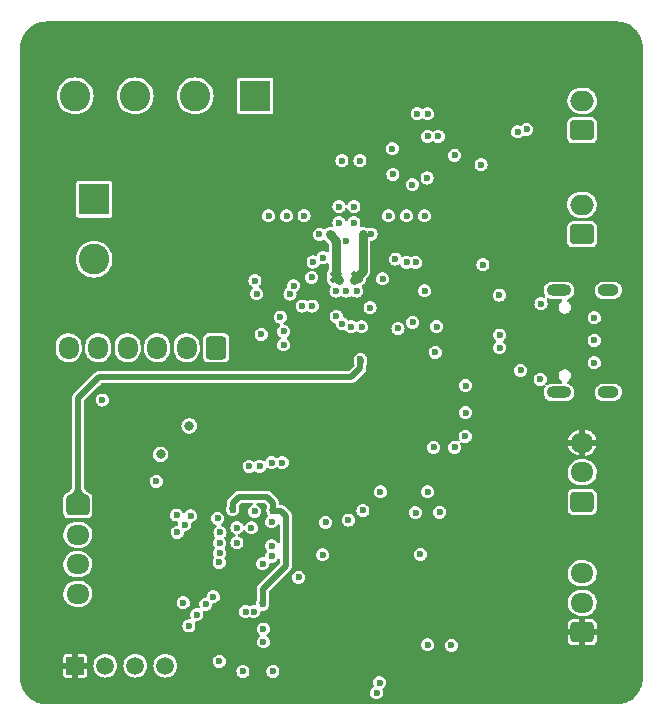
<source format=gbr>
%TF.GenerationSoftware,KiCad,Pcbnew,(7.0.0)*%
%TF.CreationDate,2023-07-06T14:26:49+03:00*%
%TF.ProjectId,IoT_Agrifarm,496f545f-4167-4726-9966-61726d2e6b69,rev?*%
%TF.SameCoordinates,Original*%
%TF.FileFunction,Copper,L3,Inr*%
%TF.FilePolarity,Positive*%
%FSLAX46Y46*%
G04 Gerber Fmt 4.6, Leading zero omitted, Abs format (unit mm)*
G04 Created by KiCad (PCBNEW (7.0.0)) date 2023-07-06 14:26:49*
%MOMM*%
%LPD*%
G01*
G04 APERTURE LIST*
G04 Aperture macros list*
%AMRoundRect*
0 Rectangle with rounded corners*
0 $1 Rounding radius*
0 $2 $3 $4 $5 $6 $7 $8 $9 X,Y pos of 4 corners*
0 Add a 4 corners polygon primitive as box body*
4,1,4,$2,$3,$4,$5,$6,$7,$8,$9,$2,$3,0*
0 Add four circle primitives for the rounded corners*
1,1,$1+$1,$2,$3*
1,1,$1+$1,$4,$5*
1,1,$1+$1,$6,$7*
1,1,$1+$1,$8,$9*
0 Add four rect primitives between the rounded corners*
20,1,$1+$1,$2,$3,$4,$5,0*
20,1,$1+$1,$4,$5,$6,$7,0*
20,1,$1+$1,$6,$7,$8,$9,0*
20,1,$1+$1,$8,$9,$2,$3,0*%
G04 Aperture macros list end*
%TA.AperFunction,ComponentPad*%
%ADD10R,2.600000X2.600000*%
%TD*%
%TA.AperFunction,ComponentPad*%
%ADD11C,2.600000*%
%TD*%
%TA.AperFunction,ComponentPad*%
%ADD12RoundRect,0.250000X-0.725000X0.600000X-0.725000X-0.600000X0.725000X-0.600000X0.725000X0.600000X0*%
%TD*%
%TA.AperFunction,ComponentPad*%
%ADD13O,1.950000X1.700000*%
%TD*%
%TA.AperFunction,ComponentPad*%
%ADD14RoundRect,0.250000X0.750000X-0.600000X0.750000X0.600000X-0.750000X0.600000X-0.750000X-0.600000X0*%
%TD*%
%TA.AperFunction,ComponentPad*%
%ADD15O,2.000000X1.700000*%
%TD*%
%TA.AperFunction,ComponentPad*%
%ADD16R,1.500000X1.500000*%
%TD*%
%TA.AperFunction,ComponentPad*%
%ADD17C,1.500000*%
%TD*%
%TA.AperFunction,ComponentPad*%
%ADD18RoundRect,0.250000X0.600000X0.725000X-0.600000X0.725000X-0.600000X-0.725000X0.600000X-0.725000X0*%
%TD*%
%TA.AperFunction,ComponentPad*%
%ADD19O,1.700000X1.950000*%
%TD*%
%TA.AperFunction,ComponentPad*%
%ADD20O,2.100000X1.000000*%
%TD*%
%TA.AperFunction,ComponentPad*%
%ADD21O,1.800000X1.000000*%
%TD*%
%TA.AperFunction,ComponentPad*%
%ADD22RoundRect,0.250000X0.725000X-0.600000X0.725000X0.600000X-0.725000X0.600000X-0.725000X-0.600000X0*%
%TD*%
%TA.AperFunction,ViaPad*%
%ADD23C,0.600000*%
%TD*%
%TA.AperFunction,ViaPad*%
%ADD24C,0.800000*%
%TD*%
%TA.AperFunction,ViaPad*%
%ADD25C,0.500000*%
%TD*%
%TA.AperFunction,Conductor*%
%ADD26C,0.500000*%
%TD*%
%TA.AperFunction,Conductor*%
%ADD27C,0.750000*%
%TD*%
G04 APERTURE END LIST*
D10*
%TO.N,/REGULATOR_SWITCHING_SY7208/VOUT_24V*%
%TO.C,J105*%
X137032999Y-54863999D03*
D11*
X131953000Y-54864000D03*
%TO.N,GND*%
X126873000Y-54864000D03*
X121793000Y-54864000D03*
%TD*%
D12*
%TO.N,+12V*%
%TO.C,J103*%
X122021600Y-89528000D03*
D13*
%TO.N,GND*%
X122021599Y-92027999D03*
%TO.N,/IOT_AGRIFARM_SENSORS/NPK_A*%
X122021599Y-94527999D03*
%TO.N,/IOT_AGRIFARM_SENSORS/NPK_B*%
X122021599Y-97027999D03*
%TD*%
D14*
%TO.N,/IOT_AGRIFARM_POWER/BATT2+*%
%TO.C,BT201*%
X164693600Y-66598800D03*
D15*
%TO.N,/IOT_AGRIFARM_POWER/BATT2-*%
X164693599Y-64098799D03*
%TD*%
D14*
%TO.N,/IOT_AGRIFARM_POWER/BATT1+*%
%TO.C,BT202*%
X164719000Y-57785000D03*
D15*
%TO.N,/IOT_AGRIFARM_POWER/BATT1-*%
X164718999Y-55284999D03*
%TD*%
D16*
%TO.N,+3V3*%
%TO.C,U402*%
X121792999Y-103123999D03*
D17*
%TO.N,/IOT_AGRIFARM_SENSORS/DHT_SENSOR*%
X124333000Y-103124000D03*
%TO.N,unconnected-(U402-NC-Pad3)*%
X126873000Y-103124000D03*
%TO.N,GND*%
X129413000Y-103124000D03*
%TD*%
D10*
%TO.N,GND*%
%TO.C,J102*%
X123392999Y-63621999D03*
D11*
%TO.N,Net-(D102-A2)*%
X123393000Y-68702000D03*
%TD*%
D18*
%TO.N,+5V*%
%TO.C,J401*%
X133731000Y-76200000D03*
D19*
%TO.N,GND*%
X131230999Y-76199999D03*
X128730999Y-76199999D03*
%TO.N,Net-(J401-Pin_4)*%
X126230999Y-76199999D03*
%TO.N,unconnected-(J401-Pin_5-Pad5)*%
X123730999Y-76199999D03*
%TO.N,unconnected-(J401-Pin_6-Pad6)*%
X121230999Y-76199999D03*
%TD*%
D20*
%TO.N,Earth*%
%TO.C,J104*%
X162756999Y-79980999D03*
D21*
X166936999Y-79980999D03*
D20*
X162756999Y-71340999D03*
D21*
X166936999Y-71340999D03*
%TD*%
D22*
%TO.N,+3V3*%
%TO.C,J402*%
X164719000Y-100290000D03*
D13*
%TO.N,/IOT_AGRIFARM_SENSORS/SOIL_MOISTURE*%
X164718999Y-97789999D03*
%TO.N,GND*%
X164718999Y-95289999D03*
%TD*%
D22*
%TO.N,GND*%
%TO.C,U401*%
X164719000Y-89241000D03*
D13*
%TO.N,/IOT_AGRIFARM_SENSORS/SOIL_TEMP*%
X164718999Y-86740999D03*
%TO.N,+3V3*%
X164718999Y-84240999D03*
%TD*%
D23*
%TO.N,+12V*%
X145948400Y-77165200D03*
X151638000Y-56388000D03*
X150749000Y-56388000D03*
X152527000Y-58293000D03*
X151638000Y-58293000D03*
%TO.N,GND*%
X153924000Y-59893200D03*
X148640800Y-59334400D03*
X151587200Y-61823600D03*
X145897600Y-60350400D03*
X144373600Y-60350400D03*
X148691600Y-61518800D03*
X154852400Y-79394000D03*
X138531600Y-103581200D03*
X165735000Y-73660000D03*
X160020000Y-57708800D03*
X141173200Y-65024000D03*
X151384000Y-65024000D03*
X161163000Y-78867000D03*
X144932400Y-90779600D03*
X151028400Y-93675200D03*
X139446000Y-74803000D03*
X152273000Y-76581000D03*
X152400000Y-74396600D03*
X128651000Y-87503000D03*
X132080000Y-98806000D03*
X157704400Y-71726000D03*
X150622000Y-90144600D03*
X131419600Y-99745800D03*
X135483600Y-91440000D03*
X139446000Y-75946000D03*
X165735000Y-77470000D03*
X138176000Y-65024000D03*
X140294300Y-70942200D03*
X137407839Y-86226839D03*
X147320000Y-105410000D03*
X138430000Y-85916500D03*
X147574000Y-104546400D03*
X152654000Y-90119200D03*
X124079000Y-80619600D03*
X148336000Y-65024000D03*
X149123400Y-74549000D03*
X137160000Y-71628000D03*
X146151600Y-89966800D03*
X139319000Y-85916500D03*
X149860000Y-65024000D03*
X144754600Y-67183000D03*
X137718800Y-99999800D03*
X135991600Y-103596500D03*
X151384000Y-71374000D03*
D24*
X129032000Y-85217000D03*
D23*
X144754600Y-71399400D03*
X137007600Y-70510400D03*
X135483600Y-92710000D03*
X159258000Y-57912000D03*
X136219203Y-98528857D03*
X153924000Y-84617500D03*
X165735000Y-75565000D03*
X139979400Y-71653400D03*
X142748000Y-93726000D03*
X130378200Y-90347800D03*
X136702800Y-91440000D03*
X130429000Y-91821000D03*
X136525000Y-86233000D03*
X133477000Y-97282000D03*
X137718800Y-101092000D03*
X132842000Y-97917000D03*
X137541000Y-75057000D03*
X136906000Y-98552000D03*
X161234000Y-72461000D03*
X143865600Y-71399400D03*
X148898956Y-68686416D03*
X154852400Y-81691100D03*
X159512000Y-78105000D03*
D24*
X131445000Y-82804000D03*
D23*
X154813000Y-83693000D03*
X152146000Y-84617500D03*
X133985000Y-102743000D03*
X139700000Y-65024000D03*
%TO.N,/IOT_AGRIFARM_POWER/BATT2+*%
X150622000Y-68961000D03*
X149860000Y-68961000D03*
X156311600Y-69167900D03*
X150368000Y-74041000D03*
%TO.N,/IOT_AGRIFARM_POWER/BATT1+*%
X156159200Y-60706000D03*
%TO.N,/IOT_AGRIFARM_POWER/V_PANEL*%
X141935200Y-68935600D03*
X141859000Y-72669400D03*
%TO.N,+3V3*%
X149352000Y-84074000D03*
X139319000Y-89027000D03*
X130400791Y-93584895D03*
X149910800Y-105410000D03*
X152527000Y-81153000D03*
X141097000Y-103505000D03*
X136017000Y-94488000D03*
X130972500Y-89525000D03*
X136144000Y-90043000D03*
X148336000Y-83058000D03*
X149987000Y-82677000D03*
X151130000Y-82677000D03*
X152527000Y-82169000D03*
X128143000Y-97917000D03*
X141605000Y-93726000D03*
X149656800Y-104546400D03*
X131699000Y-79933800D03*
X118414800Y-80594200D03*
X148336000Y-84074000D03*
X142748000Y-96774000D03*
%TO.N,+1V1*%
X135128000Y-89916000D03*
X137668000Y-97917000D03*
X138538600Y-90007500D03*
%TO.N,Net-(D201-K)*%
X139164200Y-73581400D03*
X142773400Y-68556061D03*
%TO.N,/IOT_AGRIFARM_POWER/REGN*%
X141010430Y-72668653D03*
X146761200Y-72790050D03*
%TO.N,/IOT_AGRIFARM_SENSORS/SOIL_TEMP*%
X143002000Y-90982800D03*
%TO.N,/MCU_RP2040/USB_DP*%
X157740600Y-75120700D03*
%TO.N,/MCU_RP2040/USB_DN*%
X157740600Y-76195700D03*
%TO.N,/IOT_AGRIFARM_SENSORS/485_RX*%
X133985000Y-94361000D03*
X130937000Y-97790000D03*
%TO.N,Net-(U203-BTST1)*%
X141821900Y-70232500D03*
%TO.N,Net-(U203-BTST2)*%
X145618200Y-71399400D03*
%TO.N,/MCU_RP2040/GPIO16*%
X151638000Y-88392000D03*
X137668000Y-94488000D03*
%TO.N,/MCU_RP2040/GPIO17*%
X140716000Y-95631000D03*
X147634000Y-88392000D03*
%TO.N,/MCU_RP2040/GPIO20*%
X138430000Y-93853000D03*
X151638000Y-101346000D03*
%TO.N,/MCU_RP2040/GPIO21*%
X153634000Y-101382000D03*
X138430000Y-92964000D03*
%TO.N,/MCU_RP2040/GPIO7*%
X134027911Y-93556089D03*
X150333957Y-62385368D03*
%TO.N,/IOT_AGRIFARM_POWER/BQ_~{QON}*%
X143891000Y-73533000D03*
X131572000Y-90424000D03*
%TO.N,/IOT_AGRIFARM_POWER/BQ_~{CE}*%
X131064000Y-91186000D03*
X144399000Y-74168000D03*
%TO.N,/IOT_AGRIFARM_POWER/BQ_SCL*%
X134055898Y-91821000D03*
X145161000Y-74422000D03*
%TO.N,/IOT_AGRIFARM_POWER/BQ_SDA*%
X146050000Y-74422000D03*
X133858000Y-90640497D03*
%TO.N,/IOT_AGRIFARM_POWER/BQ_~{INT}*%
X147828000Y-70358000D03*
X134038341Y-92718697D03*
%TO.N,Net-(U301-USB_DP)*%
X136978957Y-90037494D03*
%TO.N,Net-(U301-USB_DM)*%
X138430000Y-90932000D03*
%TO.N,/IOT_AGRIFARM_POWER/SW2*%
X145389600Y-64236600D03*
X146837400Y-66573400D03*
D25*
X145389600Y-70434200D03*
X145897600Y-70434200D03*
D23*
X145389600Y-65608200D03*
D25*
X145897600Y-69926200D03*
D23*
X146126200Y-66573400D03*
D25*
X145389600Y-69926200D03*
D23*
%TO.N,/IOT_AGRIFARM_POWER/SW1*%
X144119600Y-65608200D03*
X142468600Y-66598800D03*
D25*
X144119600Y-70434200D03*
X144119600Y-69926200D03*
X143611600Y-69926200D03*
X143611600Y-70434200D03*
D23*
X143332200Y-66598800D03*
X144119600Y-64236600D03*
%TD*%
D26*
%TO.N,+12V*%
X123799600Y-78689200D02*
X122021600Y-80467200D01*
X145186400Y-78689200D02*
X123799600Y-78689200D01*
X145948400Y-77927200D02*
X145186400Y-78689200D01*
X122021600Y-80467200D02*
X122021600Y-89528000D01*
X145948400Y-77165200D02*
X145948400Y-77927200D01*
%TO.N,+1V1*%
X135686800Y-88798400D02*
X135128000Y-89357200D01*
X137668000Y-97917000D02*
X137668000Y-96621600D01*
X138538600Y-89313400D02*
X138023600Y-88798400D01*
X139232700Y-90007500D02*
X138538600Y-90007500D01*
X139649200Y-94640400D02*
X139649200Y-90424000D01*
X139649200Y-90424000D02*
X139232700Y-90007500D01*
X135128000Y-89357200D02*
X135128000Y-89916000D01*
X138538600Y-90007500D02*
X138538600Y-89313400D01*
X137668000Y-96621600D02*
X139649200Y-94640400D01*
X138023600Y-88798400D02*
X135686800Y-88798400D01*
D27*
%TO.N,/IOT_AGRIFARM_POWER/SW2*%
X145389600Y-70434200D02*
X146126200Y-69697600D01*
X146126200Y-69697600D02*
X146126200Y-66573400D01*
%TO.N,/IOT_AGRIFARM_POWER/SW1*%
X144119600Y-70434200D02*
X143879600Y-70194200D01*
X143879600Y-70194200D02*
X143879600Y-67146200D01*
X143879600Y-67146200D02*
X143332200Y-66598800D01*
%TD*%
%TA.AperFunction,Conductor*%
%TO.N,+3V3*%
G36*
X167643736Y-48560726D02*
G01*
X167902457Y-48576375D01*
X167917320Y-48578180D01*
X168168575Y-48624225D01*
X168183097Y-48627804D01*
X168426990Y-48703803D01*
X168440967Y-48709104D01*
X168673915Y-48813946D01*
X168687161Y-48820898D01*
X168905768Y-48953051D01*
X168918079Y-48961549D01*
X169119161Y-49119086D01*
X169130369Y-49129016D01*
X169310983Y-49309630D01*
X169320913Y-49320838D01*
X169478446Y-49521914D01*
X169486952Y-49534237D01*
X169619098Y-49752832D01*
X169626057Y-49766091D01*
X169730893Y-49999028D01*
X169736199Y-50013018D01*
X169812191Y-50256886D01*
X169815774Y-50271424D01*
X169861819Y-50522679D01*
X169863624Y-50537544D01*
X169879274Y-50796264D01*
X169879500Y-50803751D01*
X169879500Y-104136249D01*
X169879274Y-104143736D01*
X169863624Y-104402455D01*
X169861819Y-104417320D01*
X169815774Y-104668575D01*
X169812191Y-104683112D01*
X169748399Y-104887832D01*
X169736203Y-104926970D01*
X169730893Y-104940971D01*
X169626057Y-105173908D01*
X169619098Y-105187167D01*
X169486952Y-105405762D01*
X169478446Y-105418085D01*
X169320913Y-105619161D01*
X169310983Y-105630369D01*
X169130369Y-105810983D01*
X169119161Y-105820913D01*
X168918085Y-105978446D01*
X168905762Y-105986952D01*
X168687167Y-106119098D01*
X168673908Y-106126057D01*
X168440971Y-106230893D01*
X168426975Y-106236200D01*
X168183113Y-106312191D01*
X168168575Y-106315774D01*
X167917320Y-106361819D01*
X167902455Y-106363624D01*
X167643736Y-106379274D01*
X167636249Y-106379500D01*
X119383751Y-106379500D01*
X119376264Y-106379274D01*
X119117544Y-106363624D01*
X119102679Y-106361819D01*
X118851424Y-106315774D01*
X118836890Y-106312192D01*
X118593018Y-106236199D01*
X118579028Y-106230893D01*
X118346091Y-106126057D01*
X118332832Y-106119098D01*
X118114237Y-105986952D01*
X118101914Y-105978446D01*
X118083716Y-105964189D01*
X117900838Y-105820913D01*
X117889630Y-105810983D01*
X117709016Y-105630369D01*
X117699086Y-105619161D01*
X117541549Y-105418079D01*
X117535972Y-105410000D01*
X146764750Y-105410000D01*
X146765811Y-105418059D01*
X146778727Y-105516169D01*
X146783670Y-105553709D01*
X146839139Y-105687625D01*
X146927379Y-105802621D01*
X147042375Y-105890861D01*
X147176291Y-105946330D01*
X147320000Y-105965250D01*
X147463709Y-105946330D01*
X147597625Y-105890861D01*
X147712621Y-105802621D01*
X147800861Y-105687625D01*
X147856330Y-105553709D01*
X147875250Y-105410000D01*
X147856330Y-105266291D01*
X147816476Y-105170075D01*
X147807156Y-105117215D01*
X147821049Y-105065367D01*
X147855552Y-105024248D01*
X147960175Y-104943967D01*
X147960174Y-104943967D01*
X147966621Y-104939021D01*
X148054861Y-104824025D01*
X148110330Y-104690109D01*
X148129250Y-104546400D01*
X148110330Y-104402691D01*
X148054861Y-104268775D01*
X147966621Y-104153779D01*
X147933995Y-104128744D01*
X147858071Y-104070485D01*
X147858069Y-104070484D01*
X147851625Y-104065539D01*
X147799832Y-104044086D01*
X147725223Y-104013182D01*
X147725220Y-104013181D01*
X147717709Y-104010070D01*
X147709649Y-104009008D01*
X147709646Y-104009008D01*
X147582059Y-103992211D01*
X147574000Y-103991150D01*
X147565941Y-103992211D01*
X147438353Y-104009008D01*
X147438348Y-104009009D01*
X147430291Y-104010070D01*
X147422781Y-104013180D01*
X147422776Y-104013182D01*
X147303885Y-104062428D01*
X147303883Y-104062429D01*
X147296375Y-104065539D01*
X147289933Y-104070482D01*
X147289928Y-104070485D01*
X147187821Y-104148835D01*
X147187817Y-104148838D01*
X147181379Y-104153779D01*
X147176438Y-104160217D01*
X147176435Y-104160221D01*
X147098085Y-104262328D01*
X147098082Y-104262333D01*
X147093139Y-104268775D01*
X147090029Y-104276283D01*
X147090028Y-104276285D01*
X147040782Y-104395176D01*
X147040780Y-104395181D01*
X147037670Y-104402691D01*
X147036609Y-104410748D01*
X147036608Y-104410753D01*
X147019811Y-104538341D01*
X147018750Y-104546400D01*
X147019811Y-104554459D01*
X147035805Y-104675947D01*
X147037670Y-104690109D01*
X147077523Y-104786323D01*
X147086843Y-104839184D01*
X147072951Y-104891031D01*
X147038448Y-104932150D01*
X146933826Y-105012430D01*
X146933817Y-105012438D01*
X146927379Y-105017379D01*
X146922438Y-105023817D01*
X146922435Y-105023821D01*
X146844085Y-105125928D01*
X146844082Y-105125933D01*
X146839139Y-105132375D01*
X146836029Y-105139883D01*
X146836028Y-105139885D01*
X146786782Y-105258776D01*
X146786780Y-105258781D01*
X146783670Y-105266291D01*
X146782609Y-105274348D01*
X146782608Y-105274353D01*
X146765811Y-105401941D01*
X146764750Y-105410000D01*
X117535972Y-105410000D01*
X117533051Y-105405768D01*
X117400898Y-105187161D01*
X117393946Y-105173915D01*
X117289104Y-104940967D01*
X117283803Y-104926990D01*
X117207804Y-104683097D01*
X117204225Y-104668575D01*
X117158180Y-104417320D01*
X117156375Y-104402455D01*
X117140726Y-104143736D01*
X117140500Y-104136249D01*
X117140500Y-103892528D01*
X120793000Y-103892528D01*
X120794189Y-103904604D01*
X120805122Y-103959566D01*
X120814289Y-103981699D01*
X120855975Y-104044086D01*
X120872913Y-104061024D01*
X120935300Y-104102710D01*
X120957433Y-104111877D01*
X121012395Y-104122810D01*
X121024472Y-104124000D01*
X121526674Y-104124000D01*
X121539549Y-104120549D01*
X121543000Y-104107674D01*
X122043000Y-104107674D01*
X122046450Y-104120549D01*
X122059326Y-104124000D01*
X122561528Y-104124000D01*
X122573604Y-104122810D01*
X122628566Y-104111877D01*
X122650699Y-104102710D01*
X122713086Y-104061024D01*
X122730024Y-104044086D01*
X122771710Y-103981699D01*
X122780877Y-103959566D01*
X122791810Y-103904604D01*
X122793000Y-103892528D01*
X122793000Y-103390326D01*
X122789549Y-103377450D01*
X122776674Y-103374000D01*
X122059326Y-103374000D01*
X122046450Y-103377450D01*
X122043000Y-103390326D01*
X122043000Y-104107674D01*
X121543000Y-104107674D01*
X121543000Y-103390326D01*
X121539549Y-103377450D01*
X121526674Y-103374000D01*
X120809326Y-103374000D01*
X120796450Y-103377450D01*
X120793000Y-103390326D01*
X120793000Y-103892528D01*
X117140500Y-103892528D01*
X117140500Y-103124000D01*
X123327659Y-103124000D01*
X123328256Y-103130062D01*
X123346378Y-103314067D01*
X123346379Y-103314073D01*
X123346976Y-103320132D01*
X123348743Y-103325957D01*
X123348744Y-103325962D01*
X123384938Y-103445276D01*
X123404186Y-103508727D01*
X123407055Y-103514095D01*
X123407057Y-103514099D01*
X123494215Y-103677161D01*
X123494219Y-103677167D01*
X123497090Y-103682538D01*
X123622117Y-103834883D01*
X123774462Y-103959910D01*
X123779834Y-103962781D01*
X123779838Y-103962784D01*
X123874127Y-104013182D01*
X123948273Y-104052814D01*
X124136868Y-104110024D01*
X124333000Y-104129341D01*
X124529132Y-104110024D01*
X124717727Y-104052814D01*
X124891538Y-103959910D01*
X125043883Y-103834883D01*
X125168910Y-103682538D01*
X125261814Y-103508727D01*
X125319024Y-103320132D01*
X125338341Y-103124000D01*
X125867659Y-103124000D01*
X125868256Y-103130062D01*
X125886378Y-103314067D01*
X125886379Y-103314073D01*
X125886976Y-103320132D01*
X125888743Y-103325957D01*
X125888744Y-103325962D01*
X125924938Y-103445276D01*
X125944186Y-103508727D01*
X125947055Y-103514095D01*
X125947057Y-103514099D01*
X126034215Y-103677161D01*
X126034219Y-103677167D01*
X126037090Y-103682538D01*
X126162117Y-103834883D01*
X126314462Y-103959910D01*
X126319834Y-103962781D01*
X126319838Y-103962784D01*
X126414127Y-104013182D01*
X126488273Y-104052814D01*
X126676868Y-104110024D01*
X126873000Y-104129341D01*
X127069132Y-104110024D01*
X127257727Y-104052814D01*
X127431538Y-103959910D01*
X127583883Y-103834883D01*
X127708910Y-103682538D01*
X127801814Y-103508727D01*
X127859024Y-103320132D01*
X127878341Y-103124000D01*
X128407659Y-103124000D01*
X128408256Y-103130062D01*
X128426378Y-103314067D01*
X128426379Y-103314073D01*
X128426976Y-103320132D01*
X128428743Y-103325957D01*
X128428744Y-103325962D01*
X128464938Y-103445276D01*
X128484186Y-103508727D01*
X128487055Y-103514095D01*
X128487057Y-103514099D01*
X128574215Y-103677161D01*
X128574219Y-103677167D01*
X128577090Y-103682538D01*
X128702117Y-103834883D01*
X128854462Y-103959910D01*
X128859834Y-103962781D01*
X128859838Y-103962784D01*
X128954127Y-104013182D01*
X129028273Y-104052814D01*
X129216868Y-104110024D01*
X129413000Y-104129341D01*
X129609132Y-104110024D01*
X129797727Y-104052814D01*
X129971538Y-103959910D01*
X130123883Y-103834883D01*
X130248910Y-103682538D01*
X130294898Y-103596500D01*
X135436350Y-103596500D01*
X135437411Y-103604559D01*
X135453255Y-103724909D01*
X135455270Y-103740209D01*
X135510739Y-103874125D01*
X135515684Y-103880569D01*
X135515685Y-103880571D01*
X135576564Y-103959910D01*
X135598979Y-103989121D01*
X135713975Y-104077361D01*
X135847891Y-104132830D01*
X135991600Y-104151750D01*
X136135309Y-104132830D01*
X136269225Y-104077361D01*
X136384221Y-103989121D01*
X136472461Y-103874125D01*
X136527930Y-103740209D01*
X136546850Y-103596500D01*
X136544836Y-103581200D01*
X137976350Y-103581200D01*
X137977411Y-103589259D01*
X137989691Y-103682538D01*
X137995270Y-103724909D01*
X137998381Y-103732420D01*
X137998382Y-103732423D01*
X138035814Y-103822792D01*
X138050739Y-103858825D01*
X138055684Y-103865269D01*
X138055685Y-103865271D01*
X138125337Y-103956042D01*
X138138979Y-103973821D01*
X138253975Y-104062061D01*
X138387891Y-104117530D01*
X138531600Y-104136450D01*
X138675309Y-104117530D01*
X138809225Y-104062061D01*
X138924221Y-103973821D01*
X139012461Y-103858825D01*
X139067930Y-103724909D01*
X139086850Y-103581200D01*
X139067930Y-103437491D01*
X139012461Y-103303575D01*
X138924221Y-103188579D01*
X138846809Y-103129178D01*
X138815671Y-103105285D01*
X138815669Y-103105284D01*
X138809225Y-103100339D01*
X138773192Y-103085414D01*
X138682823Y-103047982D01*
X138682820Y-103047981D01*
X138675309Y-103044870D01*
X138667249Y-103043808D01*
X138667246Y-103043808D01*
X138539659Y-103027011D01*
X138531600Y-103025950D01*
X138523541Y-103027011D01*
X138395953Y-103043808D01*
X138395948Y-103043809D01*
X138387891Y-103044870D01*
X138380381Y-103047980D01*
X138380376Y-103047982D01*
X138261485Y-103097228D01*
X138261483Y-103097229D01*
X138253975Y-103100339D01*
X138247533Y-103105282D01*
X138247528Y-103105285D01*
X138145421Y-103183635D01*
X138145417Y-103183638D01*
X138138979Y-103188579D01*
X138134038Y-103195017D01*
X138134035Y-103195021D01*
X138055685Y-103297128D01*
X138055682Y-103297133D01*
X138050739Y-103303575D01*
X138047629Y-103311083D01*
X138047628Y-103311085D01*
X137998382Y-103429976D01*
X137998380Y-103429981D01*
X137995270Y-103437491D01*
X137994209Y-103445548D01*
X137994208Y-103445553D01*
X137985891Y-103508727D01*
X137976350Y-103581200D01*
X136544836Y-103581200D01*
X136527930Y-103452791D01*
X136472461Y-103318875D01*
X136384221Y-103203879D01*
X136295266Y-103135621D01*
X136275671Y-103120585D01*
X136275669Y-103120584D01*
X136269225Y-103115639D01*
X136224776Y-103097228D01*
X136142823Y-103063282D01*
X136142820Y-103063281D01*
X136135309Y-103060170D01*
X136127249Y-103059108D01*
X136127246Y-103059108D01*
X135999659Y-103042311D01*
X135991600Y-103041250D01*
X135983541Y-103042311D01*
X135855953Y-103059108D01*
X135855948Y-103059109D01*
X135847891Y-103060170D01*
X135840381Y-103063280D01*
X135840376Y-103063282D01*
X135721485Y-103112528D01*
X135721483Y-103112529D01*
X135713975Y-103115639D01*
X135707533Y-103120582D01*
X135707528Y-103120585D01*
X135605421Y-103198935D01*
X135605417Y-103198938D01*
X135598979Y-103203879D01*
X135594038Y-103210317D01*
X135594035Y-103210321D01*
X135515685Y-103312428D01*
X135515682Y-103312433D01*
X135510739Y-103318875D01*
X135507629Y-103326383D01*
X135507628Y-103326385D01*
X135458382Y-103445276D01*
X135458380Y-103445281D01*
X135455270Y-103452791D01*
X135454209Y-103460848D01*
X135454208Y-103460853D01*
X135447198Y-103514099D01*
X135436350Y-103596500D01*
X130294898Y-103596500D01*
X130341814Y-103508727D01*
X130399024Y-103320132D01*
X130418341Y-103124000D01*
X130399024Y-102927868D01*
X130342945Y-102743000D01*
X133429750Y-102743000D01*
X133430811Y-102751059D01*
X133446996Y-102874000D01*
X133448670Y-102886709D01*
X133504139Y-103020625D01*
X133592379Y-103135621D01*
X133707375Y-103223861D01*
X133841291Y-103279330D01*
X133985000Y-103298250D01*
X134128709Y-103279330D01*
X134262625Y-103223861D01*
X134377621Y-103135621D01*
X134465861Y-103020625D01*
X134521330Y-102886709D01*
X134540250Y-102743000D01*
X134521330Y-102599291D01*
X134465861Y-102465375D01*
X134377621Y-102350379D01*
X134368519Y-102343395D01*
X134269071Y-102267085D01*
X134269069Y-102267084D01*
X134262625Y-102262139D01*
X134226592Y-102247214D01*
X134136223Y-102209782D01*
X134136220Y-102209781D01*
X134128709Y-102206670D01*
X134120649Y-102205608D01*
X134120646Y-102205608D01*
X133993059Y-102188811D01*
X133985000Y-102187750D01*
X133976941Y-102188811D01*
X133849353Y-102205608D01*
X133849348Y-102205609D01*
X133841291Y-102206670D01*
X133833781Y-102209780D01*
X133833776Y-102209782D01*
X133714885Y-102259028D01*
X133714883Y-102259029D01*
X133707375Y-102262139D01*
X133700933Y-102267082D01*
X133700928Y-102267085D01*
X133598821Y-102345435D01*
X133598817Y-102345438D01*
X133592379Y-102350379D01*
X133587438Y-102356817D01*
X133587435Y-102356821D01*
X133509085Y-102458928D01*
X133509082Y-102458933D01*
X133504139Y-102465375D01*
X133501029Y-102472883D01*
X133501028Y-102472885D01*
X133451782Y-102591776D01*
X133451780Y-102591781D01*
X133448670Y-102599291D01*
X133447609Y-102607348D01*
X133447608Y-102607353D01*
X133430948Y-102733900D01*
X133429750Y-102743000D01*
X130342945Y-102743000D01*
X130341814Y-102739273D01*
X130327684Y-102712839D01*
X130251784Y-102570838D01*
X130251781Y-102570834D01*
X130248910Y-102565462D01*
X130123883Y-102413117D01*
X129971538Y-102288090D01*
X129966167Y-102285219D01*
X129966161Y-102285215D01*
X129803099Y-102198057D01*
X129803095Y-102198055D01*
X129797727Y-102195186D01*
X129773214Y-102187750D01*
X129614962Y-102139744D01*
X129614957Y-102139743D01*
X129609132Y-102137976D01*
X129603073Y-102137379D01*
X129603067Y-102137378D01*
X129419062Y-102119256D01*
X129413000Y-102118659D01*
X129406938Y-102119256D01*
X129222932Y-102137378D01*
X129222924Y-102137379D01*
X129216868Y-102137976D01*
X129211044Y-102139742D01*
X129211037Y-102139744D01*
X129034100Y-102193418D01*
X129034096Y-102193419D01*
X129028273Y-102195186D01*
X129022907Y-102198053D01*
X129022900Y-102198057D01*
X128859838Y-102285215D01*
X128859827Y-102285222D01*
X128854462Y-102288090D01*
X128849754Y-102291953D01*
X128849749Y-102291957D01*
X128706823Y-102409254D01*
X128706818Y-102409258D01*
X128702117Y-102413117D01*
X128698258Y-102417818D01*
X128698254Y-102417823D01*
X128580957Y-102560749D01*
X128580953Y-102560754D01*
X128577090Y-102565462D01*
X128574222Y-102570827D01*
X128574215Y-102570838D01*
X128487057Y-102733900D01*
X128487053Y-102733907D01*
X128484186Y-102739273D01*
X128482419Y-102745096D01*
X128482418Y-102745100D01*
X128428744Y-102922037D01*
X128428742Y-102922044D01*
X128426976Y-102927868D01*
X128426379Y-102933924D01*
X128426378Y-102933932D01*
X128413639Y-103063282D01*
X128407659Y-103124000D01*
X127878341Y-103124000D01*
X127859024Y-102927868D01*
X127801814Y-102739273D01*
X127787684Y-102712839D01*
X127711784Y-102570838D01*
X127711781Y-102570834D01*
X127708910Y-102565462D01*
X127583883Y-102413117D01*
X127431538Y-102288090D01*
X127426167Y-102285219D01*
X127426161Y-102285215D01*
X127263099Y-102198057D01*
X127263095Y-102198055D01*
X127257727Y-102195186D01*
X127233214Y-102187750D01*
X127074962Y-102139744D01*
X127074957Y-102139743D01*
X127069132Y-102137976D01*
X127063073Y-102137379D01*
X127063067Y-102137378D01*
X126879062Y-102119256D01*
X126873000Y-102118659D01*
X126866938Y-102119256D01*
X126682932Y-102137378D01*
X126682924Y-102137379D01*
X126676868Y-102137976D01*
X126671044Y-102139742D01*
X126671037Y-102139744D01*
X126494100Y-102193418D01*
X126494096Y-102193419D01*
X126488273Y-102195186D01*
X126482907Y-102198053D01*
X126482900Y-102198057D01*
X126319838Y-102285215D01*
X126319827Y-102285222D01*
X126314462Y-102288090D01*
X126309754Y-102291953D01*
X126309749Y-102291957D01*
X126166823Y-102409254D01*
X126166818Y-102409258D01*
X126162117Y-102413117D01*
X126158258Y-102417818D01*
X126158254Y-102417823D01*
X126040957Y-102560749D01*
X126040953Y-102560754D01*
X126037090Y-102565462D01*
X126034222Y-102570827D01*
X126034215Y-102570838D01*
X125947057Y-102733900D01*
X125947053Y-102733907D01*
X125944186Y-102739273D01*
X125942419Y-102745096D01*
X125942418Y-102745100D01*
X125888744Y-102922037D01*
X125888742Y-102922044D01*
X125886976Y-102927868D01*
X125886379Y-102933924D01*
X125886378Y-102933932D01*
X125873639Y-103063282D01*
X125867659Y-103124000D01*
X125338341Y-103124000D01*
X125319024Y-102927868D01*
X125261814Y-102739273D01*
X125247684Y-102712839D01*
X125171784Y-102570838D01*
X125171781Y-102570834D01*
X125168910Y-102565462D01*
X125043883Y-102413117D01*
X124891538Y-102288090D01*
X124886167Y-102285219D01*
X124886161Y-102285215D01*
X124723099Y-102198057D01*
X124723095Y-102198055D01*
X124717727Y-102195186D01*
X124693214Y-102187750D01*
X124534962Y-102139744D01*
X124534957Y-102139743D01*
X124529132Y-102137976D01*
X124523073Y-102137379D01*
X124523067Y-102137378D01*
X124339062Y-102119256D01*
X124333000Y-102118659D01*
X124326938Y-102119256D01*
X124142932Y-102137378D01*
X124142924Y-102137379D01*
X124136868Y-102137976D01*
X124131044Y-102139742D01*
X124131037Y-102139744D01*
X123954100Y-102193418D01*
X123954096Y-102193419D01*
X123948273Y-102195186D01*
X123942907Y-102198053D01*
X123942900Y-102198057D01*
X123779838Y-102285215D01*
X123779827Y-102285222D01*
X123774462Y-102288090D01*
X123769754Y-102291953D01*
X123769749Y-102291957D01*
X123626823Y-102409254D01*
X123626818Y-102409258D01*
X123622117Y-102413117D01*
X123618258Y-102417818D01*
X123618254Y-102417823D01*
X123500957Y-102560749D01*
X123500953Y-102560754D01*
X123497090Y-102565462D01*
X123494222Y-102570827D01*
X123494215Y-102570838D01*
X123407057Y-102733900D01*
X123407053Y-102733907D01*
X123404186Y-102739273D01*
X123402419Y-102745096D01*
X123402418Y-102745100D01*
X123348744Y-102922037D01*
X123348742Y-102922044D01*
X123346976Y-102927868D01*
X123346379Y-102933924D01*
X123346378Y-102933932D01*
X123333639Y-103063282D01*
X123327659Y-103124000D01*
X117140500Y-103124000D01*
X117140500Y-102857674D01*
X120793000Y-102857674D01*
X120796450Y-102870549D01*
X120809326Y-102874000D01*
X121526674Y-102874000D01*
X121539549Y-102870549D01*
X121543000Y-102857674D01*
X122043000Y-102857674D01*
X122046450Y-102870549D01*
X122059326Y-102874000D01*
X122776674Y-102874000D01*
X122789549Y-102870549D01*
X122793000Y-102857674D01*
X122793000Y-102355472D01*
X122791810Y-102343395D01*
X122780877Y-102288433D01*
X122771710Y-102266300D01*
X122730024Y-102203913D01*
X122713086Y-102186975D01*
X122650699Y-102145289D01*
X122628566Y-102136122D01*
X122573604Y-102125189D01*
X122561528Y-102124000D01*
X122059326Y-102124000D01*
X122046450Y-102127450D01*
X122043000Y-102140326D01*
X122043000Y-102857674D01*
X121543000Y-102857674D01*
X121543000Y-102140326D01*
X121539549Y-102127450D01*
X121526674Y-102124000D01*
X121024472Y-102124000D01*
X121012395Y-102125189D01*
X120957433Y-102136122D01*
X120935300Y-102145289D01*
X120872913Y-102186975D01*
X120855975Y-102203913D01*
X120814289Y-102266300D01*
X120805122Y-102288433D01*
X120794189Y-102343395D01*
X120793000Y-102355472D01*
X120793000Y-102857674D01*
X117140500Y-102857674D01*
X117140500Y-101092000D01*
X137163550Y-101092000D01*
X137164611Y-101100059D01*
X137179131Y-101210353D01*
X137182470Y-101235709D01*
X137185581Y-101243220D01*
X137185582Y-101243223D01*
X137189425Y-101252501D01*
X137237939Y-101369625D01*
X137242884Y-101376069D01*
X137242885Y-101376071D01*
X137321235Y-101478178D01*
X137326179Y-101484621D01*
X137441175Y-101572861D01*
X137575091Y-101628330D01*
X137718800Y-101647250D01*
X137862509Y-101628330D01*
X137996425Y-101572861D01*
X138111421Y-101484621D01*
X138199661Y-101369625D01*
X138209447Y-101346000D01*
X151082750Y-101346000D01*
X151083811Y-101354059D01*
X151100151Y-101478178D01*
X151101670Y-101489709D01*
X151104781Y-101497220D01*
X151104782Y-101497223D01*
X151116581Y-101525709D01*
X151157139Y-101623625D01*
X151245379Y-101738621D01*
X151360375Y-101826861D01*
X151494291Y-101882330D01*
X151638000Y-101901250D01*
X151781709Y-101882330D01*
X151915625Y-101826861D01*
X152030621Y-101738621D01*
X152118861Y-101623625D01*
X152174330Y-101489709D01*
X152188510Y-101382000D01*
X153078750Y-101382000D01*
X153079811Y-101390059D01*
X153093919Y-101497223D01*
X153097670Y-101525709D01*
X153100781Y-101533220D01*
X153100782Y-101533223D01*
X153117201Y-101572861D01*
X153153139Y-101659625D01*
X153241379Y-101774621D01*
X153356375Y-101862861D01*
X153490291Y-101918330D01*
X153634000Y-101937250D01*
X153777709Y-101918330D01*
X153911625Y-101862861D01*
X154026621Y-101774621D01*
X154114861Y-101659625D01*
X154170330Y-101525709D01*
X154189250Y-101382000D01*
X154170330Y-101238291D01*
X154114861Y-101104375D01*
X154026621Y-100989379D01*
X154020178Y-100984435D01*
X153955125Y-100934518D01*
X163494000Y-100934518D01*
X163494353Y-100941114D01*
X163499573Y-100989667D01*
X163503111Y-101004641D01*
X163547547Y-101123777D01*
X163555962Y-101139189D01*
X163631498Y-101240092D01*
X163643907Y-101252501D01*
X163744810Y-101328037D01*
X163760222Y-101336452D01*
X163879358Y-101380888D01*
X163894332Y-101384426D01*
X163942885Y-101389646D01*
X163949482Y-101390000D01*
X164452674Y-101390000D01*
X164465549Y-101386549D01*
X164469000Y-101373674D01*
X164969000Y-101373674D01*
X164972450Y-101386549D01*
X164985326Y-101390000D01*
X165488518Y-101390000D01*
X165495114Y-101389646D01*
X165543667Y-101384426D01*
X165558641Y-101380888D01*
X165677777Y-101336452D01*
X165693189Y-101328037D01*
X165794092Y-101252501D01*
X165806501Y-101240092D01*
X165882037Y-101139189D01*
X165890452Y-101123777D01*
X165934888Y-101004641D01*
X165938426Y-100989667D01*
X165943646Y-100941114D01*
X165944000Y-100934518D01*
X165944000Y-100556326D01*
X165940549Y-100543450D01*
X165927674Y-100540000D01*
X164985326Y-100540000D01*
X164972450Y-100543450D01*
X164969000Y-100556326D01*
X164969000Y-101373674D01*
X164469000Y-101373674D01*
X164469000Y-100556326D01*
X164465549Y-100543450D01*
X164452674Y-100540000D01*
X163510326Y-100540000D01*
X163497450Y-100543450D01*
X163494000Y-100556326D01*
X163494000Y-100934518D01*
X153955125Y-100934518D01*
X153918071Y-100906085D01*
X153918069Y-100906084D01*
X153911625Y-100901139D01*
X153836653Y-100870085D01*
X153785223Y-100848782D01*
X153785220Y-100848781D01*
X153777709Y-100845670D01*
X153769649Y-100844608D01*
X153769646Y-100844608D01*
X153642059Y-100827811D01*
X153634000Y-100826750D01*
X153625941Y-100827811D01*
X153498353Y-100844608D01*
X153498348Y-100844609D01*
X153490291Y-100845670D01*
X153482781Y-100848780D01*
X153482776Y-100848782D01*
X153363885Y-100898028D01*
X153363883Y-100898029D01*
X153356375Y-100901139D01*
X153349933Y-100906082D01*
X153349928Y-100906085D01*
X153247821Y-100984435D01*
X153247817Y-100984438D01*
X153241379Y-100989379D01*
X153236438Y-100995817D01*
X153236435Y-100995821D01*
X153158085Y-101097928D01*
X153158082Y-101097933D01*
X153153139Y-101104375D01*
X153150029Y-101111883D01*
X153150028Y-101111885D01*
X153100782Y-101230776D01*
X153100780Y-101230781D01*
X153097670Y-101238291D01*
X153096609Y-101246348D01*
X153096608Y-101246353D01*
X153081368Y-101362114D01*
X153078750Y-101382000D01*
X152188510Y-101382000D01*
X152193250Y-101346000D01*
X152174330Y-101202291D01*
X152118861Y-101068375D01*
X152030621Y-100953379D01*
X151915625Y-100865139D01*
X151825506Y-100827811D01*
X151789223Y-100812782D01*
X151789220Y-100812781D01*
X151781709Y-100809670D01*
X151773649Y-100808608D01*
X151773646Y-100808608D01*
X151646059Y-100791811D01*
X151638000Y-100790750D01*
X151629941Y-100791811D01*
X151502353Y-100808608D01*
X151502348Y-100808609D01*
X151494291Y-100809670D01*
X151486781Y-100812780D01*
X151486776Y-100812782D01*
X151367885Y-100862028D01*
X151367883Y-100862029D01*
X151360375Y-100865139D01*
X151353933Y-100870082D01*
X151353928Y-100870085D01*
X151251821Y-100948435D01*
X151251817Y-100948438D01*
X151245379Y-100953379D01*
X151240438Y-100959817D01*
X151240435Y-100959821D01*
X151162085Y-101061928D01*
X151162082Y-101061933D01*
X151157139Y-101068375D01*
X151154029Y-101075883D01*
X151154028Y-101075885D01*
X151104782Y-101194776D01*
X151104780Y-101194781D01*
X151101670Y-101202291D01*
X151100609Y-101210348D01*
X151100608Y-101210353D01*
X151085115Y-101328037D01*
X151082750Y-101346000D01*
X138209447Y-101346000D01*
X138255130Y-101235709D01*
X138274050Y-101092000D01*
X138255130Y-100948291D01*
X138199661Y-100814375D01*
X138111421Y-100699379D01*
X138104978Y-100694435D01*
X138104973Y-100694430D01*
X138039609Y-100644274D01*
X138003883Y-100600742D01*
X137991096Y-100545898D01*
X138003884Y-100491054D01*
X138039608Y-100447524D01*
X138111421Y-100392421D01*
X138199661Y-100277425D01*
X138255130Y-100143509D01*
X138270907Y-100023674D01*
X163494000Y-100023674D01*
X163497450Y-100036549D01*
X163510326Y-100040000D01*
X164452674Y-100040000D01*
X164465549Y-100036549D01*
X164469000Y-100023674D01*
X164969000Y-100023674D01*
X164972450Y-100036549D01*
X164985326Y-100040000D01*
X165927674Y-100040000D01*
X165940549Y-100036549D01*
X165944000Y-100023674D01*
X165944000Y-99645482D01*
X165943646Y-99638885D01*
X165938426Y-99590332D01*
X165934888Y-99575358D01*
X165890452Y-99456222D01*
X165882037Y-99440810D01*
X165806501Y-99339907D01*
X165794092Y-99327498D01*
X165693189Y-99251962D01*
X165677777Y-99243547D01*
X165558641Y-99199111D01*
X165543667Y-99195573D01*
X165495114Y-99190353D01*
X165488518Y-99190000D01*
X164985326Y-99190000D01*
X164972450Y-99193450D01*
X164969000Y-99206326D01*
X164969000Y-100023674D01*
X164469000Y-100023674D01*
X164469000Y-99206326D01*
X164465549Y-99193450D01*
X164452674Y-99190000D01*
X163949482Y-99190000D01*
X163942885Y-99190353D01*
X163894332Y-99195573D01*
X163879358Y-99199111D01*
X163760222Y-99243547D01*
X163744810Y-99251962D01*
X163643907Y-99327498D01*
X163631498Y-99339907D01*
X163555962Y-99440810D01*
X163547547Y-99456222D01*
X163503111Y-99575358D01*
X163499573Y-99590332D01*
X163494353Y-99638885D01*
X163494000Y-99645482D01*
X163494000Y-100023674D01*
X138270907Y-100023674D01*
X138274050Y-99999800D01*
X138255130Y-99856091D01*
X138199661Y-99722175D01*
X138111421Y-99607179D01*
X137996425Y-99518939D01*
X137960392Y-99504014D01*
X137870023Y-99466582D01*
X137870020Y-99466581D01*
X137862509Y-99463470D01*
X137854449Y-99462408D01*
X137854446Y-99462408D01*
X137726859Y-99445611D01*
X137718800Y-99444550D01*
X137710741Y-99445611D01*
X137583153Y-99462408D01*
X137583148Y-99462409D01*
X137575091Y-99463470D01*
X137567581Y-99466580D01*
X137567576Y-99466582D01*
X137448685Y-99515828D01*
X137448683Y-99515829D01*
X137441175Y-99518939D01*
X137434733Y-99523882D01*
X137434728Y-99523885D01*
X137332621Y-99602235D01*
X137332617Y-99602238D01*
X137326179Y-99607179D01*
X137321238Y-99613617D01*
X137321235Y-99613621D01*
X137242885Y-99715728D01*
X137242882Y-99715733D01*
X137237939Y-99722175D01*
X137234829Y-99729683D01*
X137234828Y-99729685D01*
X137185582Y-99848576D01*
X137185580Y-99848581D01*
X137182470Y-99856091D01*
X137181409Y-99864148D01*
X137181408Y-99864153D01*
X137178070Y-99889509D01*
X137163550Y-99999800D01*
X137164611Y-100007859D01*
X137180951Y-100131978D01*
X137182470Y-100143509D01*
X137237939Y-100277425D01*
X137326179Y-100392421D01*
X137332621Y-100397364D01*
X137332626Y-100397369D01*
X137397990Y-100447525D01*
X137433715Y-100491056D01*
X137446503Y-100545900D01*
X137433715Y-100600744D01*
X137397990Y-100644275D01*
X137332626Y-100694430D01*
X137332617Y-100694438D01*
X137326179Y-100699379D01*
X137321238Y-100705817D01*
X137321235Y-100705821D01*
X137242885Y-100807928D01*
X137242882Y-100807933D01*
X137237939Y-100814375D01*
X137234829Y-100821883D01*
X137234828Y-100821885D01*
X137185582Y-100940776D01*
X137185580Y-100940781D01*
X137182470Y-100948291D01*
X137181409Y-100956348D01*
X137181408Y-100956353D01*
X137176212Y-100995821D01*
X137163550Y-101092000D01*
X117140500Y-101092000D01*
X117140500Y-99745800D01*
X130864350Y-99745800D01*
X130865411Y-99753859D01*
X130879931Y-99864153D01*
X130883270Y-99889509D01*
X130938739Y-100023425D01*
X130943684Y-100029869D01*
X130943685Y-100029871D01*
X131022035Y-100131978D01*
X131026979Y-100138421D01*
X131141975Y-100226661D01*
X131275891Y-100282130D01*
X131419600Y-100301050D01*
X131563309Y-100282130D01*
X131697225Y-100226661D01*
X131812221Y-100138421D01*
X131900461Y-100023425D01*
X131955930Y-99889509D01*
X131974850Y-99745800D01*
X131955930Y-99602091D01*
X131925451Y-99528507D01*
X131917073Y-99464869D01*
X131941637Y-99405567D01*
X131992561Y-99366493D01*
X132056197Y-99358116D01*
X132080000Y-99361250D01*
X132223709Y-99342330D01*
X132357625Y-99286861D01*
X132472621Y-99198621D01*
X132560861Y-99083625D01*
X132616330Y-98949709D01*
X132635250Y-98806000D01*
X132616330Y-98662291D01*
X132602245Y-98628288D01*
X132593868Y-98564651D01*
X132618432Y-98505350D01*
X132669355Y-98466276D01*
X132732990Y-98457898D01*
X132842000Y-98472250D01*
X132985709Y-98453330D01*
X133119625Y-98397861D01*
X133234621Y-98309621D01*
X133322861Y-98194625D01*
X133378330Y-98060709D01*
X133394108Y-97940860D01*
X133412466Y-97890422D01*
X133450422Y-97852466D01*
X133500860Y-97834108D01*
X133620709Y-97818330D01*
X133754625Y-97762861D01*
X133869621Y-97674621D01*
X133957861Y-97559625D01*
X134013330Y-97425709D01*
X134032250Y-97282000D01*
X134013330Y-97138291D01*
X133957861Y-97004375D01*
X133869621Y-96889379D01*
X133836080Y-96863642D01*
X133761071Y-96806085D01*
X133761069Y-96806084D01*
X133754625Y-96801139D01*
X133670725Y-96766387D01*
X133628223Y-96748782D01*
X133628220Y-96748781D01*
X133620709Y-96745670D01*
X133612649Y-96744608D01*
X133612646Y-96744608D01*
X133485059Y-96727811D01*
X133477000Y-96726750D01*
X133468941Y-96727811D01*
X133341353Y-96744608D01*
X133341348Y-96744609D01*
X133333291Y-96745670D01*
X133325781Y-96748780D01*
X133325776Y-96748782D01*
X133206885Y-96798028D01*
X133206883Y-96798029D01*
X133199375Y-96801139D01*
X133192933Y-96806082D01*
X133192928Y-96806085D01*
X133090821Y-96884435D01*
X133090817Y-96884438D01*
X133084379Y-96889379D01*
X133079438Y-96895817D01*
X133079435Y-96895821D01*
X133001085Y-96997928D01*
X133001082Y-96997933D01*
X132996139Y-97004375D01*
X132993029Y-97011883D01*
X132993028Y-97011885D01*
X132943782Y-97130776D01*
X132943780Y-97130781D01*
X132940670Y-97138291D01*
X132939609Y-97146348D01*
X132939608Y-97146353D01*
X132924891Y-97258138D01*
X132906532Y-97308577D01*
X132868577Y-97346532D01*
X132818138Y-97364891D01*
X132706353Y-97379608D01*
X132706348Y-97379609D01*
X132698291Y-97380670D01*
X132690781Y-97383780D01*
X132690776Y-97383782D01*
X132571885Y-97433028D01*
X132571883Y-97433029D01*
X132564375Y-97436139D01*
X132557933Y-97441082D01*
X132557928Y-97441085D01*
X132455821Y-97519435D01*
X132455817Y-97519438D01*
X132449379Y-97524379D01*
X132444438Y-97530817D01*
X132444435Y-97530821D01*
X132366085Y-97632928D01*
X132366082Y-97632933D01*
X132361139Y-97639375D01*
X132358029Y-97646883D01*
X132358028Y-97646885D01*
X132308782Y-97765776D01*
X132308780Y-97765781D01*
X132305670Y-97773291D01*
X132304609Y-97781348D01*
X132304608Y-97781353D01*
X132297249Y-97837250D01*
X132286750Y-97917000D01*
X132287811Y-97925059D01*
X132304125Y-98048979D01*
X132305670Y-98060709D01*
X132317274Y-98088725D01*
X132319754Y-98094711D01*
X132328131Y-98158349D01*
X132303567Y-98217649D01*
X132252644Y-98256723D01*
X132189007Y-98265101D01*
X132088060Y-98251811D01*
X132088059Y-98251811D01*
X132080000Y-98250750D01*
X132071941Y-98251811D01*
X131944353Y-98268608D01*
X131944348Y-98268609D01*
X131936291Y-98269670D01*
X131928781Y-98272780D01*
X131928776Y-98272782D01*
X131809885Y-98322028D01*
X131809883Y-98322029D01*
X131802375Y-98325139D01*
X131795933Y-98330082D01*
X131795928Y-98330085D01*
X131693821Y-98408435D01*
X131693817Y-98408438D01*
X131687379Y-98413379D01*
X131682438Y-98419817D01*
X131682435Y-98419821D01*
X131604085Y-98521928D01*
X131604082Y-98521933D01*
X131599139Y-98528375D01*
X131596029Y-98535883D01*
X131596028Y-98535885D01*
X131546782Y-98654776D01*
X131546780Y-98654781D01*
X131543670Y-98662291D01*
X131542609Y-98670348D01*
X131542608Y-98670353D01*
X131528856Y-98774809D01*
X131524750Y-98806000D01*
X131525811Y-98814059D01*
X131542151Y-98938178D01*
X131543670Y-98949709D01*
X131552414Y-98970819D01*
X131574149Y-99023293D01*
X131582526Y-99086930D01*
X131557963Y-99146230D01*
X131507041Y-99185305D01*
X131443404Y-99193683D01*
X131427663Y-99191611D01*
X131427659Y-99191611D01*
X131419600Y-99190550D01*
X131411541Y-99191611D01*
X131283953Y-99208408D01*
X131283948Y-99208409D01*
X131275891Y-99209470D01*
X131268381Y-99212580D01*
X131268376Y-99212582D01*
X131149485Y-99261828D01*
X131149483Y-99261829D01*
X131141975Y-99264939D01*
X131135533Y-99269882D01*
X131135528Y-99269885D01*
X131033421Y-99348235D01*
X131033417Y-99348238D01*
X131026979Y-99353179D01*
X131022038Y-99359617D01*
X131022035Y-99359621D01*
X130943685Y-99461728D01*
X130943682Y-99461733D01*
X130938739Y-99468175D01*
X130935629Y-99475683D01*
X130935628Y-99475685D01*
X130886382Y-99594576D01*
X130886380Y-99594581D01*
X130883270Y-99602091D01*
X130882209Y-99610148D01*
X130882208Y-99610153D01*
X130877557Y-99645482D01*
X130864350Y-99745800D01*
X117140500Y-99745800D01*
X117140500Y-96975398D01*
X120792346Y-96975398D01*
X120792626Y-96981282D01*
X120792626Y-96981289D01*
X120797357Y-97080602D01*
X120802346Y-97185330D01*
X120803735Y-97191058D01*
X120803737Y-97191067D01*
X120849478Y-97379608D01*
X120851896Y-97389576D01*
X120870956Y-97431312D01*
X120919902Y-97538489D01*
X120939204Y-97580753D01*
X120942631Y-97585566D01*
X120942632Y-97585567D01*
X121046591Y-97731558D01*
X121061114Y-97751952D01*
X121082093Y-97771955D01*
X121166530Y-97852466D01*
X121213222Y-97896986D01*
X121390028Y-98010613D01*
X121395511Y-98012808D01*
X121395513Y-98012809D01*
X121533924Y-98068220D01*
X121585143Y-98088725D01*
X121791515Y-98128500D01*
X122196071Y-98128500D01*
X122199025Y-98128500D01*
X122355818Y-98113528D01*
X122557475Y-98054316D01*
X122744282Y-97958011D01*
X122909486Y-97828092D01*
X122942493Y-97790000D01*
X130381750Y-97790000D01*
X130382811Y-97798059D01*
X130396908Y-97905141D01*
X130400670Y-97933709D01*
X130403781Y-97941220D01*
X130403782Y-97941223D01*
X130430460Y-98005629D01*
X130456139Y-98067625D01*
X130461084Y-98074069D01*
X130461085Y-98074071D01*
X130525754Y-98158349D01*
X130544379Y-98182621D01*
X130659375Y-98270861D01*
X130793291Y-98326330D01*
X130937000Y-98345250D01*
X131080709Y-98326330D01*
X131214625Y-98270861D01*
X131329621Y-98182621D01*
X131417861Y-98067625D01*
X131473330Y-97933709D01*
X131492250Y-97790000D01*
X131473330Y-97646291D01*
X131417861Y-97512375D01*
X131329621Y-97397379D01*
X131319452Y-97389576D01*
X131221071Y-97314085D01*
X131221069Y-97314084D01*
X131214625Y-97309139D01*
X131168561Y-97290059D01*
X131088223Y-97256782D01*
X131088220Y-97256781D01*
X131080709Y-97253670D01*
X131072649Y-97252608D01*
X131072646Y-97252608D01*
X130945059Y-97235811D01*
X130937000Y-97234750D01*
X130928941Y-97235811D01*
X130801353Y-97252608D01*
X130801348Y-97252609D01*
X130793291Y-97253670D01*
X130785781Y-97256780D01*
X130785776Y-97256782D01*
X130666885Y-97306028D01*
X130666883Y-97306029D01*
X130659375Y-97309139D01*
X130652933Y-97314082D01*
X130652928Y-97314085D01*
X130550821Y-97392435D01*
X130550817Y-97392438D01*
X130544379Y-97397379D01*
X130539438Y-97403817D01*
X130539435Y-97403821D01*
X130461085Y-97505928D01*
X130461082Y-97505933D01*
X130456139Y-97512375D01*
X130453029Y-97519883D01*
X130453028Y-97519885D01*
X130403782Y-97638776D01*
X130403780Y-97638781D01*
X130400670Y-97646291D01*
X130399609Y-97654348D01*
X130399608Y-97654353D01*
X130384129Y-97771931D01*
X130381750Y-97790000D01*
X122942493Y-97790000D01*
X123047119Y-97669256D01*
X123152204Y-97487244D01*
X123220944Y-97288633D01*
X123250854Y-97080602D01*
X123240854Y-96870670D01*
X123191304Y-96666424D01*
X123103996Y-96475247D01*
X122982086Y-96304048D01*
X122904051Y-96229642D01*
X122834251Y-96163088D01*
X122834249Y-96163086D01*
X122829978Y-96159014D01*
X122715786Y-96085627D01*
X122658144Y-96048582D01*
X122658141Y-96048580D01*
X122653172Y-96045387D01*
X122647692Y-96043193D01*
X122647686Y-96043190D01*
X122463539Y-95969469D01*
X122463532Y-95969467D01*
X122458057Y-95967275D01*
X122452262Y-95966158D01*
X122452255Y-95966156D01*
X122257482Y-95928617D01*
X122257479Y-95928616D01*
X122251685Y-95927500D01*
X121844175Y-95927500D01*
X121841246Y-95927779D01*
X121841239Y-95927780D01*
X121693262Y-95941910D01*
X121693256Y-95941911D01*
X121687382Y-95942472D01*
X121681712Y-95944136D01*
X121681711Y-95944137D01*
X121491387Y-96000021D01*
X121491382Y-96000022D01*
X121485725Y-96001684D01*
X121480484Y-96004385D01*
X121480481Y-96004387D01*
X121304168Y-96095282D01*
X121304164Y-96095284D01*
X121298918Y-96097989D01*
X121294276Y-96101638D01*
X121294272Y-96101642D01*
X121138359Y-96224254D01*
X121138352Y-96224260D01*
X121133714Y-96227908D01*
X121129850Y-96232367D01*
X121129845Y-96232372D01*
X121002558Y-96379269D01*
X120996081Y-96386744D01*
X120993130Y-96391854D01*
X120993128Y-96391858D01*
X120893952Y-96563635D01*
X120893949Y-96563640D01*
X120890996Y-96568756D01*
X120889065Y-96574335D01*
X120889061Y-96574344D01*
X120824187Y-96761785D01*
X120824184Y-96761794D01*
X120822256Y-96767367D01*
X120821416Y-96773203D01*
X120821415Y-96773211D01*
X120793185Y-96969558D01*
X120793184Y-96969564D01*
X120792346Y-96975398D01*
X117140500Y-96975398D01*
X117140500Y-94475398D01*
X120792346Y-94475398D01*
X120792626Y-94481282D01*
X120792626Y-94481289D01*
X120799408Y-94623646D01*
X120802346Y-94685330D01*
X120803735Y-94691058D01*
X120803737Y-94691067D01*
X120850235Y-94882731D01*
X120851896Y-94889576D01*
X120863593Y-94915189D01*
X120918405Y-95035211D01*
X120939204Y-95080753D01*
X120942631Y-95085566D01*
X120942632Y-95085567D01*
X121046591Y-95231558D01*
X121061114Y-95251952D01*
X121213222Y-95396986D01*
X121390028Y-95510613D01*
X121395511Y-95512808D01*
X121395513Y-95512809D01*
X121503934Y-95556214D01*
X121585143Y-95588725D01*
X121791515Y-95628500D01*
X122196071Y-95628500D01*
X122199025Y-95628500D01*
X122355818Y-95613528D01*
X122557475Y-95554316D01*
X122744282Y-95458011D01*
X122909486Y-95328092D01*
X123047119Y-95169256D01*
X123152204Y-94987244D01*
X123220944Y-94788633D01*
X123250854Y-94580602D01*
X123240854Y-94370670D01*
X123191304Y-94166424D01*
X123103996Y-93975247D01*
X122982086Y-93804048D01*
X122891779Y-93717941D01*
X122834251Y-93663088D01*
X122834249Y-93663086D01*
X122829978Y-93659014D01*
X122711520Y-93582885D01*
X122658144Y-93548582D01*
X122658141Y-93548580D01*
X122653172Y-93545387D01*
X122647692Y-93543193D01*
X122647686Y-93543190D01*
X122463539Y-93469469D01*
X122463532Y-93469467D01*
X122458057Y-93467275D01*
X122452262Y-93466158D01*
X122452255Y-93466156D01*
X122257482Y-93428617D01*
X122257479Y-93428616D01*
X122251685Y-93427500D01*
X121844175Y-93427500D01*
X121841246Y-93427779D01*
X121841239Y-93427780D01*
X121693262Y-93441910D01*
X121693256Y-93441911D01*
X121687382Y-93442472D01*
X121681712Y-93444136D01*
X121681711Y-93444137D01*
X121491387Y-93500021D01*
X121491382Y-93500022D01*
X121485725Y-93501684D01*
X121480484Y-93504385D01*
X121480481Y-93504387D01*
X121304168Y-93595282D01*
X121304164Y-93595284D01*
X121298918Y-93597989D01*
X121294276Y-93601638D01*
X121294272Y-93601642D01*
X121138359Y-93724254D01*
X121138352Y-93724260D01*
X121133714Y-93727908D01*
X121129850Y-93732367D01*
X121129845Y-93732372D01*
X121010842Y-93869709D01*
X120996081Y-93886744D01*
X120993130Y-93891854D01*
X120993128Y-93891858D01*
X120893952Y-94063635D01*
X120893949Y-94063640D01*
X120890996Y-94068756D01*
X120889065Y-94074335D01*
X120889061Y-94074344D01*
X120824187Y-94261785D01*
X120824184Y-94261794D01*
X120822256Y-94267367D01*
X120821416Y-94273203D01*
X120821415Y-94273211D01*
X120793185Y-94469558D01*
X120793184Y-94469564D01*
X120792346Y-94475398D01*
X117140500Y-94475398D01*
X117140500Y-91975398D01*
X120792346Y-91975398D01*
X120792626Y-91981282D01*
X120792626Y-91981289D01*
X120801791Y-92173670D01*
X120802346Y-92185330D01*
X120803735Y-92191058D01*
X120803737Y-92191067D01*
X120848663Y-92376250D01*
X120851896Y-92389576D01*
X120939204Y-92580753D01*
X120942631Y-92585566D01*
X120942632Y-92585567D01*
X121002226Y-92669256D01*
X121061114Y-92751952D01*
X121213222Y-92896986D01*
X121390028Y-93010613D01*
X121395511Y-93012808D01*
X121395513Y-93012809D01*
X121535128Y-93068702D01*
X121585143Y-93088725D01*
X121791515Y-93128500D01*
X122196071Y-93128500D01*
X122199025Y-93128500D01*
X122355818Y-93113528D01*
X122557475Y-93054316D01*
X122744282Y-92958011D01*
X122909486Y-92828092D01*
X123047119Y-92669256D01*
X123152204Y-92487244D01*
X123220944Y-92288633D01*
X123250854Y-92080602D01*
X123240854Y-91870670D01*
X123191304Y-91666424D01*
X123103996Y-91475247D01*
X122982086Y-91304048D01*
X122875180Y-91202114D01*
X122834251Y-91163088D01*
X122834249Y-91163086D01*
X122829978Y-91159014D01*
X122700354Y-91075709D01*
X122658144Y-91048582D01*
X122658141Y-91048580D01*
X122653172Y-91045387D01*
X122647692Y-91043193D01*
X122647686Y-91043190D01*
X122463539Y-90969469D01*
X122463532Y-90969467D01*
X122458057Y-90967275D01*
X122452262Y-90966158D01*
X122452255Y-90966156D01*
X122257482Y-90928617D01*
X122257479Y-90928616D01*
X122251685Y-90927500D01*
X121844175Y-90927500D01*
X121841246Y-90927779D01*
X121841239Y-90927780D01*
X121693262Y-90941910D01*
X121693256Y-90941911D01*
X121687382Y-90942472D01*
X121681712Y-90944136D01*
X121681711Y-90944137D01*
X121491387Y-91000021D01*
X121491382Y-91000022D01*
X121485725Y-91001684D01*
X121480484Y-91004385D01*
X121480481Y-91004387D01*
X121304168Y-91095282D01*
X121304164Y-91095284D01*
X121298918Y-91097989D01*
X121294276Y-91101638D01*
X121294272Y-91101642D01*
X121138359Y-91224254D01*
X121138352Y-91224260D01*
X121133714Y-91227908D01*
X121129850Y-91232367D01*
X121129845Y-91232372D01*
X121011475Y-91368978D01*
X120996081Y-91386744D01*
X120993130Y-91391854D01*
X120993128Y-91391858D01*
X120893952Y-91563635D01*
X120893949Y-91563640D01*
X120890996Y-91568756D01*
X120889065Y-91574335D01*
X120889061Y-91574344D01*
X120824187Y-91761785D01*
X120824184Y-91761794D01*
X120822256Y-91767367D01*
X120821416Y-91773203D01*
X120821415Y-91773211D01*
X120793185Y-91969558D01*
X120793184Y-91969564D01*
X120792346Y-91975398D01*
X117140500Y-91975398D01*
X117140500Y-90172578D01*
X120796100Y-90172578D01*
X120796101Y-90175872D01*
X120796453Y-90179150D01*
X120796454Y-90179161D01*
X120801679Y-90227768D01*
X120801680Y-90227773D01*
X120802509Y-90235483D01*
X120805219Y-90242749D01*
X120805220Y-90242753D01*
X120827947Y-90303685D01*
X120852804Y-90370331D01*
X120858118Y-90377430D01*
X120858119Y-90377431D01*
X120899013Y-90432059D01*
X120939054Y-90485546D01*
X121054269Y-90571796D01*
X121189117Y-90622091D01*
X121248727Y-90628500D01*
X122794472Y-90628499D01*
X122854083Y-90622091D01*
X122988931Y-90571796D01*
X123104146Y-90485546D01*
X123190396Y-90370331D01*
X123198800Y-90347800D01*
X129822950Y-90347800D01*
X129824011Y-90355859D01*
X129840150Y-90478449D01*
X129841870Y-90491509D01*
X129844981Y-90499020D01*
X129844982Y-90499023D01*
X129873433Y-90567709D01*
X129897339Y-90625425D01*
X129902284Y-90631869D01*
X129902285Y-90631871D01*
X129958534Y-90705175D01*
X129985579Y-90740421D01*
X130100575Y-90828661D01*
X130234491Y-90884130D01*
X130378200Y-90903050D01*
X130388950Y-90901634D01*
X130392034Y-90901989D01*
X130394386Y-90901989D01*
X130394386Y-90902259D01*
X130448798Y-90908511D01*
X130498346Y-90942787D01*
X130525891Y-90996369D01*
X130525164Y-91041961D01*
X130527670Y-91042291D01*
X130511891Y-91162138D01*
X130493532Y-91212577D01*
X130455577Y-91250532D01*
X130405138Y-91268891D01*
X130293353Y-91283608D01*
X130293348Y-91283609D01*
X130285291Y-91284670D01*
X130277781Y-91287780D01*
X130277776Y-91287782D01*
X130158885Y-91337028D01*
X130158883Y-91337029D01*
X130151375Y-91340139D01*
X130144933Y-91345082D01*
X130144928Y-91345085D01*
X130042821Y-91423435D01*
X130042817Y-91423438D01*
X130036379Y-91428379D01*
X130031438Y-91434817D01*
X130031435Y-91434821D01*
X129953085Y-91536928D01*
X129953082Y-91536933D01*
X129948139Y-91543375D01*
X129945029Y-91550883D01*
X129945028Y-91550885D01*
X129895782Y-91669776D01*
X129895780Y-91669781D01*
X129892670Y-91677291D01*
X129891609Y-91685348D01*
X129891608Y-91685353D01*
X129877249Y-91794422D01*
X129873750Y-91821000D01*
X129874811Y-91829059D01*
X129887306Y-91923971D01*
X129892670Y-91964709D01*
X129895781Y-91972220D01*
X129895782Y-91972223D01*
X129904881Y-91994189D01*
X129948139Y-92098625D01*
X129953084Y-92105069D01*
X129953085Y-92105071D01*
X130005723Y-92173670D01*
X130036379Y-92213621D01*
X130151375Y-92301861D01*
X130285291Y-92357330D01*
X130429000Y-92376250D01*
X130572709Y-92357330D01*
X130706625Y-92301861D01*
X130821621Y-92213621D01*
X130909861Y-92098625D01*
X130965330Y-91964709D01*
X130981108Y-91844860D01*
X130999466Y-91794422D01*
X131037422Y-91756466D01*
X131087860Y-91738108D01*
X131207709Y-91722330D01*
X131341625Y-91666861D01*
X131456621Y-91578621D01*
X131544861Y-91463625D01*
X131600330Y-91329709D01*
X131619250Y-91186000D01*
X131607874Y-91099594D01*
X131616256Y-91035948D01*
X131655345Y-90985021D01*
X131700553Y-90966307D01*
X131699800Y-90963494D01*
X131707646Y-90961391D01*
X131715709Y-90960330D01*
X131849625Y-90904861D01*
X131964621Y-90816621D01*
X132052861Y-90701625D01*
X132078181Y-90640497D01*
X133302750Y-90640497D01*
X133303811Y-90648556D01*
X133320002Y-90771541D01*
X133321670Y-90784206D01*
X133324781Y-90791717D01*
X133324782Y-90791720D01*
X133344404Y-90839091D01*
X133377139Y-90918122D01*
X133382084Y-90924566D01*
X133382085Y-90924568D01*
X133423832Y-90978973D01*
X133465379Y-91033118D01*
X133580375Y-91121358D01*
X133695639Y-91169101D01*
X133746558Y-91208172D01*
X133771122Y-91267473D01*
X133762745Y-91331111D01*
X133723671Y-91382034D01*
X133669725Y-91423429D01*
X133669715Y-91423438D01*
X133663277Y-91428379D01*
X133658336Y-91434817D01*
X133658333Y-91434821D01*
X133579983Y-91536928D01*
X133579980Y-91536933D01*
X133575037Y-91543375D01*
X133571927Y-91550883D01*
X133571926Y-91550885D01*
X133522680Y-91669776D01*
X133522678Y-91669781D01*
X133519568Y-91677291D01*
X133518507Y-91685348D01*
X133518506Y-91685353D01*
X133504147Y-91794422D01*
X133500648Y-91821000D01*
X133501709Y-91829059D01*
X133514204Y-91923971D01*
X133519568Y-91964709D01*
X133522679Y-91972220D01*
X133522680Y-91972223D01*
X133531779Y-91994189D01*
X133575037Y-92098625D01*
X133579982Y-92105069D01*
X133579983Y-92105071D01*
X133639720Y-92182921D01*
X133662405Y-92231569D01*
X133662405Y-92285246D01*
X133639720Y-92333895D01*
X133562427Y-92434624D01*
X133562424Y-92434627D01*
X133557480Y-92441072D01*
X133554370Y-92448580D01*
X133554369Y-92448582D01*
X133505123Y-92567473D01*
X133505121Y-92567478D01*
X133502011Y-92574988D01*
X133500950Y-92583045D01*
X133500949Y-92583050D01*
X133489600Y-92669256D01*
X133483091Y-92718697D01*
X133484152Y-92726756D01*
X133497527Y-92828353D01*
X133502011Y-92862406D01*
X133557480Y-92996322D01*
X133562423Y-93002763D01*
X133562426Y-93002769D01*
X133602589Y-93055109D01*
X133625274Y-93103757D01*
X133625274Y-93157434D01*
X133602589Y-93206082D01*
X133551999Y-93272012D01*
X133551993Y-93272021D01*
X133547050Y-93278464D01*
X133543940Y-93285972D01*
X133543939Y-93285974D01*
X133494693Y-93404865D01*
X133494691Y-93404870D01*
X133491581Y-93412380D01*
X133490520Y-93420437D01*
X133490519Y-93420442D01*
X133479468Y-93504387D01*
X133472661Y-93556089D01*
X133473722Y-93564148D01*
X133489403Y-93683259D01*
X133491581Y-93699798D01*
X133494692Y-93707309D01*
X133494693Y-93707312D01*
X133534762Y-93804048D01*
X133547050Y-93833714D01*
X133551998Y-93840162D01*
X133551999Y-93840164D01*
X133563457Y-93855096D01*
X133586142Y-93903743D01*
X133586142Y-93957420D01*
X133563457Y-94006068D01*
X133509088Y-94076923D01*
X133509082Y-94076932D01*
X133504139Y-94083375D01*
X133501029Y-94090883D01*
X133501028Y-94090885D01*
X133451782Y-94209776D01*
X133451780Y-94209781D01*
X133448670Y-94217291D01*
X133447609Y-94225348D01*
X133447608Y-94225353D01*
X133431950Y-94344291D01*
X133429750Y-94361000D01*
X133430811Y-94369059D01*
X133445586Y-94481289D01*
X133448670Y-94504709D01*
X133451781Y-94512220D01*
X133451782Y-94512223D01*
X133474077Y-94566048D01*
X133504139Y-94638625D01*
X133509084Y-94645069D01*
X133509085Y-94645071D01*
X133529568Y-94671765D01*
X133592379Y-94753621D01*
X133707375Y-94841861D01*
X133841291Y-94897330D01*
X133985000Y-94916250D01*
X134128709Y-94897330D01*
X134262625Y-94841861D01*
X134377621Y-94753621D01*
X134465861Y-94638625D01*
X134521330Y-94504709D01*
X134540250Y-94361000D01*
X134521330Y-94217291D01*
X134465861Y-94083375D01*
X134460913Y-94076927D01*
X134460911Y-94076923D01*
X134449454Y-94061993D01*
X134426768Y-94013345D01*
X134426768Y-93959667D01*
X134449454Y-93911019D01*
X134503822Y-93840166D01*
X134503824Y-93840161D01*
X134508772Y-93833714D01*
X134564241Y-93699798D01*
X134583161Y-93556089D01*
X134564241Y-93412380D01*
X134508772Y-93278464D01*
X134463661Y-93219675D01*
X134440977Y-93171028D01*
X134440977Y-93117350D01*
X134463663Y-93068702D01*
X134514252Y-93002773D01*
X134514252Y-93002772D01*
X134519202Y-92996322D01*
X134574671Y-92862406D01*
X134593591Y-92718697D01*
X134592446Y-92710000D01*
X134928350Y-92710000D01*
X134929411Y-92718059D01*
X134943931Y-92828353D01*
X134947270Y-92853709D01*
X134950381Y-92861220D01*
X134950382Y-92861223D01*
X134966518Y-92900178D01*
X135002739Y-92987625D01*
X135007684Y-92994069D01*
X135007685Y-92994071D01*
X135055188Y-93055978D01*
X135090979Y-93102621D01*
X135205975Y-93190861D01*
X135339891Y-93246330D01*
X135483600Y-93265250D01*
X135627309Y-93246330D01*
X135761225Y-93190861D01*
X135876221Y-93102621D01*
X135964461Y-92987625D01*
X136019930Y-92853709D01*
X136038850Y-92710000D01*
X136019930Y-92566291D01*
X135964461Y-92432375D01*
X135876221Y-92317379D01*
X135834345Y-92285246D01*
X135767671Y-92234085D01*
X135767669Y-92234084D01*
X135761225Y-92229139D01*
X135665671Y-92189560D01*
X135618835Y-92155532D01*
X135592551Y-92103947D01*
X135592551Y-92046053D01*
X135618835Y-91994468D01*
X135665671Y-91960439D01*
X135761225Y-91920861D01*
X135876221Y-91832621D01*
X135964461Y-91717625D01*
X135978640Y-91683393D01*
X136012668Y-91636557D01*
X136064252Y-91610273D01*
X136122148Y-91610273D01*
X136173732Y-91636557D01*
X136207759Y-91683393D01*
X136221939Y-91717625D01*
X136226884Y-91724069D01*
X136226885Y-91724071D01*
X136264592Y-91773211D01*
X136310179Y-91832621D01*
X136425175Y-91920861D01*
X136559091Y-91976330D01*
X136702800Y-91995250D01*
X136846509Y-91976330D01*
X136980425Y-91920861D01*
X137095421Y-91832621D01*
X137183661Y-91717625D01*
X137239130Y-91583709D01*
X137258050Y-91440000D01*
X137239130Y-91296291D01*
X137183661Y-91162375D01*
X137095421Y-91047379D01*
X137039393Y-91004387D01*
X136986871Y-90964085D01*
X136986869Y-90964084D01*
X136980425Y-90959139D01*
X136912063Y-90930823D01*
X136854023Y-90906782D01*
X136854020Y-90906781D01*
X136846509Y-90903670D01*
X136838449Y-90902608D01*
X136838446Y-90902608D01*
X136710859Y-90885811D01*
X136702800Y-90884750D01*
X136694741Y-90885811D01*
X136567153Y-90902608D01*
X136567148Y-90902609D01*
X136559091Y-90903670D01*
X136551581Y-90906780D01*
X136551576Y-90906782D01*
X136432685Y-90956028D01*
X136432683Y-90956029D01*
X136425175Y-90959139D01*
X136418733Y-90964082D01*
X136418728Y-90964085D01*
X136316621Y-91042435D01*
X136316617Y-91042438D01*
X136310179Y-91047379D01*
X136305238Y-91053817D01*
X136305235Y-91053821D01*
X136226885Y-91155928D01*
X136226882Y-91155933D01*
X136221939Y-91162375D01*
X136218831Y-91169877D01*
X136218827Y-91169885D01*
X136207761Y-91196604D01*
X136173732Y-91243442D01*
X136122147Y-91269726D01*
X136064253Y-91269726D01*
X136012668Y-91243442D01*
X135978639Y-91196604D01*
X135967572Y-91169885D01*
X135967570Y-91169883D01*
X135964461Y-91162375D01*
X135876221Y-91047379D01*
X135820193Y-91004387D01*
X135767671Y-90964085D01*
X135767669Y-90964084D01*
X135761225Y-90959139D01*
X135692863Y-90930823D01*
X135634823Y-90906782D01*
X135634820Y-90906781D01*
X135627309Y-90903670D01*
X135619249Y-90902608D01*
X135619246Y-90902608D01*
X135491659Y-90885811D01*
X135483600Y-90884750D01*
X135475541Y-90885811D01*
X135347953Y-90902608D01*
X135347948Y-90902609D01*
X135339891Y-90903670D01*
X135332381Y-90906780D01*
X135332376Y-90906782D01*
X135213485Y-90956028D01*
X135213483Y-90956029D01*
X135205975Y-90959139D01*
X135199533Y-90964082D01*
X135199528Y-90964085D01*
X135097421Y-91042435D01*
X135097417Y-91042438D01*
X135090979Y-91047379D01*
X135086038Y-91053817D01*
X135086035Y-91053821D01*
X135007685Y-91155928D01*
X135007682Y-91155933D01*
X135002739Y-91162375D01*
X134999629Y-91169883D01*
X134999628Y-91169885D01*
X134950382Y-91288776D01*
X134950380Y-91288781D01*
X134947270Y-91296291D01*
X134946209Y-91304348D01*
X134946208Y-91304353D01*
X134930532Y-91423429D01*
X134928350Y-91440000D01*
X134929411Y-91448059D01*
X134945751Y-91572178D01*
X134947270Y-91583709D01*
X135002739Y-91717625D01*
X135007684Y-91724069D01*
X135007685Y-91724071D01*
X135045392Y-91773211D01*
X135090979Y-91832621D01*
X135205975Y-91920861D01*
X135292367Y-91956645D01*
X135301526Y-91960439D01*
X135348364Y-91994468D01*
X135374648Y-92046053D01*
X135374648Y-92103947D01*
X135348364Y-92155532D01*
X135301526Y-92189561D01*
X135213485Y-92226028D01*
X135213483Y-92226029D01*
X135205975Y-92229139D01*
X135199533Y-92234082D01*
X135199528Y-92234085D01*
X135097421Y-92312435D01*
X135097417Y-92312438D01*
X135090979Y-92317379D01*
X135086038Y-92323817D01*
X135086035Y-92323821D01*
X135007685Y-92425928D01*
X135007682Y-92425933D01*
X135002739Y-92432375D01*
X134999629Y-92439883D01*
X134999628Y-92439885D01*
X134950382Y-92558776D01*
X134950380Y-92558781D01*
X134947270Y-92566291D01*
X134946209Y-92574348D01*
X134946208Y-92574353D01*
X134933714Y-92669256D01*
X134928350Y-92710000D01*
X134592446Y-92710000D01*
X134574671Y-92574988D01*
X134519202Y-92441072D01*
X134514256Y-92434627D01*
X134514252Y-92434619D01*
X134454519Y-92356775D01*
X134431833Y-92308126D01*
X134431833Y-92254449D01*
X134454516Y-92205804D01*
X134536759Y-92098625D01*
X134592228Y-91964709D01*
X134611148Y-91821000D01*
X134592228Y-91677291D01*
X134536759Y-91543375D01*
X134448519Y-91428379D01*
X134400924Y-91391858D01*
X134339969Y-91345085D01*
X134339967Y-91345084D01*
X134333523Y-91340139D01*
X134218262Y-91292397D01*
X134167338Y-91253323D01*
X134142775Y-91194022D01*
X134151153Y-91130383D01*
X134190228Y-91079460D01*
X134238479Y-91042435D01*
X134250621Y-91033118D01*
X134338861Y-90918122D01*
X134394330Y-90784206D01*
X134413250Y-90640497D01*
X134394330Y-90496788D01*
X134338861Y-90362872D01*
X134250621Y-90247876D01*
X134236335Y-90236914D01*
X134142071Y-90164582D01*
X134142069Y-90164581D01*
X134135625Y-90159636D01*
X134057459Y-90127259D01*
X134009223Y-90107279D01*
X134009220Y-90107278D01*
X134001709Y-90104167D01*
X133993649Y-90103105D01*
X133993646Y-90103105D01*
X133866059Y-90086308D01*
X133858000Y-90085247D01*
X133849941Y-90086308D01*
X133722353Y-90103105D01*
X133722348Y-90103106D01*
X133714291Y-90104167D01*
X133706781Y-90107277D01*
X133706776Y-90107279D01*
X133587885Y-90156525D01*
X133587883Y-90156526D01*
X133580375Y-90159636D01*
X133573933Y-90164579D01*
X133573928Y-90164582D01*
X133471821Y-90242932D01*
X133471817Y-90242935D01*
X133465379Y-90247876D01*
X133460438Y-90254314D01*
X133460435Y-90254318D01*
X133382085Y-90356425D01*
X133382082Y-90356430D01*
X133377139Y-90362872D01*
X133374029Y-90370380D01*
X133374028Y-90370382D01*
X133324782Y-90489273D01*
X133324780Y-90489278D01*
X133321670Y-90496788D01*
X133320609Y-90504845D01*
X133320608Y-90504850D01*
X133307664Y-90603171D01*
X133302750Y-90640497D01*
X132078181Y-90640497D01*
X132108330Y-90567709D01*
X132127250Y-90424000D01*
X132108330Y-90280291D01*
X132052861Y-90146375D01*
X131964621Y-90031379D01*
X131935395Y-90008953D01*
X131856071Y-89948085D01*
X131856069Y-89948084D01*
X131849625Y-89943139D01*
X131784105Y-89916000D01*
X134572750Y-89916000D01*
X134573810Y-89924051D01*
X134573810Y-89924056D01*
X134590608Y-90051646D01*
X134591670Y-90059709D01*
X134594781Y-90067220D01*
X134594782Y-90067223D01*
X134619650Y-90127259D01*
X134647139Y-90193625D01*
X134652084Y-90200069D01*
X134652085Y-90200071D01*
X134727868Y-90298832D01*
X134735379Y-90308621D01*
X134850375Y-90396861D01*
X134984291Y-90452330D01*
X135128000Y-90471250D01*
X135271709Y-90452330D01*
X135405625Y-90396861D01*
X135520621Y-90308621D01*
X135608861Y-90193625D01*
X135664330Y-90059709D01*
X135683250Y-89916000D01*
X135682189Y-89907943D01*
X135682189Y-89904264D01*
X135682335Y-89901021D01*
X135682252Y-89901020D01*
X135682350Y-89896861D01*
X135682728Y-89892714D01*
X135678083Y-89786063D01*
X135677168Y-89772896D01*
X135677054Y-89771702D01*
X135675491Y-89758803D01*
X135663227Y-89675430D01*
X135662119Y-89668551D01*
X135662008Y-89667917D01*
X135660685Y-89660934D01*
X135652221Y-89619425D01*
X135654974Y-89558943D01*
X135686036Y-89506976D01*
X135857797Y-89335216D01*
X135898024Y-89308339D01*
X135945476Y-89298900D01*
X136700166Y-89298900D01*
X136764956Y-89317173D01*
X136810651Y-89366605D01*
X136823784Y-89432629D01*
X136800484Y-89495786D01*
X136747618Y-89537461D01*
X136708842Y-89553522D01*
X136708840Y-89553523D01*
X136701332Y-89556633D01*
X136694890Y-89561576D01*
X136694885Y-89561579D01*
X136592778Y-89639929D01*
X136592774Y-89639932D01*
X136586336Y-89644873D01*
X136581395Y-89651311D01*
X136581392Y-89651315D01*
X136503042Y-89753422D01*
X136503039Y-89753427D01*
X136498096Y-89759869D01*
X136494986Y-89767377D01*
X136494985Y-89767379D01*
X136445739Y-89886270D01*
X136445737Y-89886275D01*
X136442627Y-89893785D01*
X136441566Y-89901842D01*
X136441565Y-89901847D01*
X136426595Y-90015556D01*
X136423707Y-90037494D01*
X136424768Y-90045553D01*
X136441487Y-90172550D01*
X136442627Y-90181203D01*
X136445738Y-90188714D01*
X136445739Y-90188717D01*
X136482561Y-90277614D01*
X136498096Y-90315119D01*
X136503041Y-90321563D01*
X136503042Y-90321565D01*
X136563321Y-90400121D01*
X136586336Y-90430115D01*
X136701332Y-90518355D01*
X136835248Y-90573824D01*
X136978957Y-90592744D01*
X137122666Y-90573824D01*
X137256582Y-90518355D01*
X137371578Y-90430115D01*
X137459818Y-90315119D01*
X137515287Y-90181203D01*
X137534207Y-90037494D01*
X137515287Y-89893785D01*
X137459818Y-89759869D01*
X137371578Y-89644873D01*
X137362389Y-89637822D01*
X137263028Y-89561579D01*
X137263026Y-89561578D01*
X137256582Y-89556633D01*
X137210295Y-89537460D01*
X137157430Y-89495786D01*
X137134130Y-89432629D01*
X137147263Y-89366605D01*
X137192958Y-89317173D01*
X137257748Y-89298900D01*
X137764924Y-89298900D01*
X137812377Y-89308339D01*
X137852605Y-89335219D01*
X137994783Y-89477397D01*
X138022668Y-89520129D01*
X138030985Y-89570472D01*
X138028988Y-89616337D01*
X138027785Y-89628989D01*
X138019738Y-89683694D01*
X138018558Y-89690421D01*
X138005993Y-89752043D01*
X138005963Y-89752194D01*
X138005908Y-89752465D01*
X138005860Y-89752717D01*
X138005836Y-89752840D01*
X138004706Y-89758803D01*
X138004586Y-89759438D01*
X138004486Y-89760009D01*
X138004427Y-89760378D01*
X138003450Y-89766435D01*
X138003427Y-89766582D01*
X138003376Y-89766901D01*
X138003327Y-89767232D01*
X138003313Y-89767325D01*
X137991218Y-89849549D01*
X137991208Y-89849617D01*
X137991108Y-89850303D01*
X137991020Y-89851026D01*
X137991017Y-89851051D01*
X137989637Y-89862431D01*
X137989631Y-89862480D01*
X137989549Y-89863162D01*
X137989435Y-89864354D01*
X137989382Y-89865104D01*
X137989382Y-89865114D01*
X137989253Y-89866975D01*
X137988516Y-89877561D01*
X137988482Y-89878329D01*
X137988480Y-89878374D01*
X137984051Y-89980062D01*
X137984051Y-89980076D01*
X137983871Y-89984217D01*
X137984248Y-89988359D01*
X137984347Y-89992523D01*
X137984263Y-89992524D01*
X137984410Y-89995764D01*
X137984410Y-89999447D01*
X137983350Y-90007500D01*
X137984410Y-90015551D01*
X137984410Y-90015556D01*
X138001208Y-90143146D01*
X138002270Y-90151209D01*
X138005381Y-90158720D01*
X138005382Y-90158723D01*
X138037177Y-90235483D01*
X138057739Y-90285125D01*
X138062682Y-90291566D01*
X138062685Y-90291572D01*
X138097502Y-90336945D01*
X138122065Y-90396246D01*
X138113687Y-90459884D01*
X138074613Y-90510807D01*
X138043826Y-90534430D01*
X138043817Y-90534438D01*
X138037379Y-90539379D01*
X138032438Y-90545817D01*
X138032435Y-90545821D01*
X137954085Y-90647928D01*
X137954082Y-90647933D01*
X137949139Y-90654375D01*
X137946029Y-90661883D01*
X137946028Y-90661885D01*
X137896782Y-90780776D01*
X137896780Y-90780781D01*
X137893670Y-90788291D01*
X137892609Y-90796348D01*
X137892608Y-90796353D01*
X137877860Y-90908375D01*
X137874750Y-90932000D01*
X137875811Y-90940059D01*
X137890247Y-91049714D01*
X137893670Y-91075709D01*
X137896781Y-91083220D01*
X137896782Y-91083223D01*
X137929568Y-91162375D01*
X137949139Y-91209625D01*
X137954084Y-91216069D01*
X137954085Y-91216071D01*
X138018463Y-91299969D01*
X138037379Y-91324621D01*
X138152375Y-91412861D01*
X138286291Y-91468330D01*
X138430000Y-91487250D01*
X138573709Y-91468330D01*
X138707625Y-91412861D01*
X138822621Y-91324621D01*
X138910861Y-91209625D01*
X138913972Y-91202114D01*
X138917312Y-91196330D01*
X138962698Y-91150942D01*
X139024698Y-91134328D01*
X139086699Y-91150940D01*
X139132087Y-91196328D01*
X139148700Y-91258328D01*
X139148700Y-92637672D01*
X139132087Y-92699672D01*
X139086699Y-92745060D01*
X139024698Y-92761672D01*
X138962698Y-92745058D01*
X138917312Y-92699670D01*
X138913970Y-92693883D01*
X138910861Y-92686375D01*
X138822621Y-92571379D01*
X138707625Y-92483139D01*
X138606065Y-92441072D01*
X138581223Y-92430782D01*
X138581220Y-92430781D01*
X138573709Y-92427670D01*
X138565649Y-92426608D01*
X138565646Y-92426608D01*
X138438059Y-92409811D01*
X138430000Y-92408750D01*
X138421941Y-92409811D01*
X138294353Y-92426608D01*
X138294348Y-92426609D01*
X138286291Y-92427670D01*
X138278781Y-92430780D01*
X138278776Y-92430782D01*
X138159885Y-92480028D01*
X138159883Y-92480029D01*
X138152375Y-92483139D01*
X138145933Y-92488082D01*
X138145928Y-92488085D01*
X138043821Y-92566435D01*
X138043817Y-92566438D01*
X138037379Y-92571379D01*
X138032438Y-92577817D01*
X138032435Y-92577821D01*
X137954085Y-92679928D01*
X137954084Y-92679930D01*
X137949139Y-92686375D01*
X137946029Y-92693883D01*
X137946028Y-92693885D01*
X137896782Y-92812776D01*
X137896780Y-92812781D01*
X137893670Y-92820291D01*
X137892609Y-92828348D01*
X137892608Y-92828353D01*
X137883152Y-92900178D01*
X137874750Y-92964000D01*
X137875811Y-92972059D01*
X137892151Y-93096178D01*
X137893670Y-93107709D01*
X137896781Y-93115220D01*
X137896782Y-93115223D01*
X137924831Y-93182940D01*
X137949139Y-93241625D01*
X137954084Y-93248069D01*
X137954085Y-93248071D01*
X138019263Y-93333012D01*
X138041948Y-93381660D01*
X138041948Y-93435337D01*
X138019263Y-93483985D01*
X137954088Y-93568923D01*
X137954084Y-93568930D01*
X137949139Y-93575375D01*
X137946029Y-93582883D01*
X137946028Y-93582885D01*
X137896782Y-93701776D01*
X137896780Y-93701781D01*
X137893670Y-93709291D01*
X137892609Y-93717348D01*
X137892608Y-93717353D01*
X137877092Y-93835208D01*
X137852529Y-93894509D01*
X137801606Y-93933583D01*
X137737968Y-93941961D01*
X137676060Y-93933811D01*
X137676059Y-93933811D01*
X137668000Y-93932750D01*
X137659941Y-93933811D01*
X137532353Y-93950608D01*
X137532348Y-93950609D01*
X137524291Y-93951670D01*
X137516781Y-93954780D01*
X137516776Y-93954782D01*
X137397885Y-94004028D01*
X137397883Y-94004029D01*
X137390375Y-94007139D01*
X137383933Y-94012082D01*
X137383928Y-94012085D01*
X137281821Y-94090435D01*
X137281817Y-94090438D01*
X137275379Y-94095379D01*
X137270438Y-94101817D01*
X137270435Y-94101821D01*
X137192085Y-94203928D01*
X137192082Y-94203933D01*
X137187139Y-94210375D01*
X137184029Y-94217883D01*
X137184028Y-94217885D01*
X137134782Y-94336776D01*
X137134780Y-94336781D01*
X137131670Y-94344291D01*
X137130609Y-94352348D01*
X137130608Y-94352353D01*
X137118215Y-94446491D01*
X137112750Y-94488000D01*
X137113811Y-94496059D01*
X137129229Y-94613173D01*
X137131670Y-94631709D01*
X137134781Y-94639220D01*
X137134782Y-94639223D01*
X137157446Y-94693938D01*
X137187139Y-94765625D01*
X137192084Y-94772069D01*
X137192085Y-94772071D01*
X137237116Y-94830756D01*
X137275379Y-94880621D01*
X137390375Y-94968861D01*
X137524291Y-95024330D01*
X137668000Y-95043250D01*
X137811709Y-95024330D01*
X137945625Y-94968861D01*
X138060621Y-94880621D01*
X138148861Y-94765625D01*
X138204330Y-94631709D01*
X138220907Y-94505789D01*
X138245470Y-94446491D01*
X138296394Y-94407416D01*
X138360030Y-94399038D01*
X138430000Y-94408250D01*
X138573709Y-94389330D01*
X138707625Y-94333861D01*
X138822621Y-94245621D01*
X138910861Y-94130625D01*
X138913971Y-94123115D01*
X138917312Y-94117330D01*
X138962698Y-94071942D01*
X139024698Y-94055328D01*
X139086699Y-94071940D01*
X139132087Y-94117328D01*
X139148700Y-94179328D01*
X139148700Y-94381724D01*
X139139261Y-94429177D01*
X139112381Y-94469405D01*
X137361570Y-96220214D01*
X137350957Y-96228767D01*
X137351033Y-96228855D01*
X137344328Y-96234664D01*
X137336872Y-96239457D01*
X137331067Y-96246155D01*
X137331066Y-96246157D01*
X137304353Y-96276985D01*
X137298327Y-96283458D01*
X137291907Y-96289878D01*
X137291902Y-96289883D01*
X137288779Y-96293007D01*
X137286132Y-96296542D01*
X137286117Y-96296560D01*
X137280674Y-96303830D01*
X137275132Y-96310707D01*
X137248429Y-96341525D01*
X137248425Y-96341530D01*
X137242623Y-96348227D01*
X137238940Y-96356289D01*
X137234144Y-96363753D01*
X137234048Y-96363691D01*
X137233667Y-96364332D01*
X137233768Y-96364387D01*
X137229519Y-96372168D01*
X137224204Y-96379269D01*
X137221105Y-96387576D01*
X137221104Y-96387579D01*
X137206852Y-96425791D01*
X137203466Y-96433966D01*
X137186518Y-96471076D01*
X137186516Y-96471082D01*
X137182835Y-96479143D01*
X137181572Y-96487919D01*
X137179075Y-96496427D01*
X137178964Y-96496394D01*
X137178779Y-96497120D01*
X137178892Y-96497145D01*
X137177007Y-96505808D01*
X137173909Y-96514117D01*
X137173276Y-96522960D01*
X137173276Y-96522962D01*
X137170365Y-96563654D01*
X137169420Y-96572443D01*
X137167500Y-96585801D01*
X137167500Y-96590230D01*
X137167500Y-96599292D01*
X137167184Y-96608139D01*
X137164273Y-96648826D01*
X137164273Y-96648831D01*
X137163641Y-96657673D01*
X137165525Y-96666337D01*
X137166159Y-96675186D01*
X137166043Y-96675194D01*
X137167500Y-96688744D01*
X137167500Y-97400512D01*
X137164107Y-97429318D01*
X137162254Y-97437077D01*
X137161996Y-97442983D01*
X137161996Y-97442989D01*
X137158388Y-97525839D01*
X137157185Y-97538489D01*
X137149138Y-97593194D01*
X137147958Y-97599921D01*
X137135393Y-97661543D01*
X137135363Y-97661694D01*
X137135308Y-97661965D01*
X137135260Y-97662217D01*
X137135236Y-97662340D01*
X137134895Y-97664141D01*
X137133986Y-97668938D01*
X137133886Y-97669509D01*
X137133831Y-97669845D01*
X137133811Y-97669969D01*
X137132850Y-97675935D01*
X137132831Y-97676058D01*
X137132776Y-97676401D01*
X137132727Y-97676732D01*
X137132713Y-97676825D01*
X137120618Y-97759049D01*
X137120614Y-97759079D01*
X137120508Y-97759803D01*
X137120421Y-97760520D01*
X137120417Y-97760551D01*
X137119037Y-97771931D01*
X137119031Y-97771980D01*
X137118949Y-97772662D01*
X137118835Y-97773854D01*
X137117916Y-97787061D01*
X137117883Y-97787813D01*
X137117880Y-97787871D01*
X137113516Y-97888086D01*
X137092237Y-97952321D01*
X137040402Y-97995820D01*
X136973449Y-98005629D01*
X136914062Y-97997811D01*
X136914059Y-97997811D01*
X136906000Y-97996750D01*
X136897941Y-97997811D01*
X136770353Y-98014608D01*
X136770348Y-98014609D01*
X136762291Y-98015670D01*
X136754781Y-98018780D01*
X136754776Y-98018782D01*
X136628673Y-98071015D01*
X136565034Y-98079393D01*
X136510448Y-98056782D01*
X136510318Y-98057009D01*
X136508596Y-98056015D01*
X136505733Y-98054829D01*
X136503275Y-98052943D01*
X136496828Y-98047996D01*
X136411878Y-98012809D01*
X136370426Y-97995639D01*
X136370423Y-97995638D01*
X136362912Y-97992527D01*
X136354852Y-97991465D01*
X136354849Y-97991465D01*
X136227262Y-97974668D01*
X136219203Y-97973607D01*
X136211144Y-97974668D01*
X136083556Y-97991465D01*
X136083551Y-97991466D01*
X136075494Y-97992527D01*
X136067984Y-97995637D01*
X136067979Y-97995639D01*
X135949088Y-98044885D01*
X135949086Y-98044886D01*
X135941578Y-98047996D01*
X135935136Y-98052939D01*
X135935131Y-98052942D01*
X135833024Y-98131292D01*
X135833020Y-98131295D01*
X135826582Y-98136236D01*
X135821641Y-98142674D01*
X135821638Y-98142678D01*
X135743288Y-98244785D01*
X135743285Y-98244790D01*
X135738342Y-98251232D01*
X135735232Y-98258740D01*
X135735231Y-98258742D01*
X135685985Y-98377633D01*
X135685983Y-98377638D01*
X135682873Y-98385148D01*
X135681812Y-98393205D01*
X135681811Y-98393210D01*
X135667048Y-98505350D01*
X135663953Y-98528857D01*
X135665014Y-98536916D01*
X135680548Y-98654911D01*
X135682873Y-98672566D01*
X135685984Y-98680077D01*
X135685985Y-98680080D01*
X135702525Y-98720011D01*
X135738342Y-98806482D01*
X135743287Y-98812926D01*
X135743288Y-98812928D01*
X135801954Y-98889382D01*
X135826582Y-98921478D01*
X135941578Y-99009718D01*
X136075494Y-99065187D01*
X136219203Y-99084107D01*
X136362912Y-99065187D01*
X136496531Y-99009840D01*
X136560168Y-99001463D01*
X136614757Y-99024075D01*
X136614888Y-99023849D01*
X136616604Y-99024840D01*
X136619467Y-99026025D01*
X136628375Y-99032861D01*
X136762291Y-99088330D01*
X136906000Y-99107250D01*
X137049709Y-99088330D01*
X137183625Y-99032861D01*
X137298621Y-98944621D01*
X137386861Y-98829625D01*
X137442330Y-98695709D01*
X137458907Y-98569789D01*
X137483470Y-98510491D01*
X137534394Y-98471416D01*
X137598030Y-98463038D01*
X137668000Y-98472250D01*
X137811709Y-98453330D01*
X137945625Y-98397861D01*
X138060621Y-98309621D01*
X138148861Y-98194625D01*
X138204330Y-98060709D01*
X138223250Y-97917000D01*
X138222189Y-97908941D01*
X138222189Y-97905264D01*
X138222335Y-97902021D01*
X138222252Y-97902020D01*
X138222350Y-97897861D01*
X138222728Y-97893714D01*
X138218083Y-97787063D01*
X138217168Y-97773896D01*
X138217054Y-97772702D01*
X138215491Y-97759803D01*
X138212195Y-97737398D01*
X163489746Y-97737398D01*
X163490026Y-97743282D01*
X163490026Y-97743289D01*
X163494502Y-97837250D01*
X163499746Y-97947330D01*
X163501135Y-97953058D01*
X163501137Y-97953067D01*
X163547137Y-98142678D01*
X163549296Y-98151576D01*
X163551749Y-98156947D01*
X163630818Y-98330085D01*
X163636604Y-98342753D01*
X163640031Y-98347566D01*
X163640032Y-98347567D01*
X163752388Y-98505350D01*
X163758514Y-98513952D01*
X163774146Y-98528857D01*
X163906206Y-98654776D01*
X163910622Y-98658986D01*
X164087428Y-98772613D01*
X164092911Y-98774808D01*
X164092913Y-98774809D01*
X164245939Y-98836071D01*
X164282543Y-98850725D01*
X164488915Y-98890500D01*
X164893471Y-98890500D01*
X164896425Y-98890500D01*
X165053218Y-98875528D01*
X165254875Y-98816316D01*
X165441682Y-98720011D01*
X165606886Y-98590092D01*
X165744519Y-98431256D01*
X165849604Y-98249244D01*
X165918344Y-98050633D01*
X165948254Y-97842602D01*
X165938254Y-97632670D01*
X165888704Y-97428424D01*
X165801396Y-97237247D01*
X165679486Y-97066048D01*
X165614805Y-97004375D01*
X165531651Y-96925088D01*
X165531649Y-96925086D01*
X165527378Y-96921014D01*
X165390151Y-96832823D01*
X165355544Y-96810582D01*
X165355541Y-96810580D01*
X165350572Y-96807387D01*
X165345092Y-96805193D01*
X165345086Y-96805190D01*
X165160939Y-96731469D01*
X165160932Y-96731467D01*
X165155457Y-96729275D01*
X165149662Y-96728158D01*
X165149655Y-96728156D01*
X164954882Y-96690617D01*
X164954879Y-96690616D01*
X164949085Y-96689500D01*
X164541575Y-96689500D01*
X164538646Y-96689779D01*
X164538639Y-96689780D01*
X164390662Y-96703910D01*
X164390656Y-96703911D01*
X164384782Y-96704472D01*
X164379112Y-96706136D01*
X164379111Y-96706137D01*
X164188787Y-96762021D01*
X164188782Y-96762022D01*
X164183125Y-96763684D01*
X164177884Y-96766385D01*
X164177881Y-96766387D01*
X164001568Y-96857282D01*
X164001564Y-96857284D01*
X163996318Y-96859989D01*
X163991676Y-96863638D01*
X163991672Y-96863642D01*
X163835759Y-96986254D01*
X163835752Y-96986260D01*
X163831114Y-96989908D01*
X163827250Y-96994367D01*
X163827245Y-96994372D01*
X163697347Y-97144282D01*
X163693481Y-97148744D01*
X163690530Y-97153854D01*
X163690528Y-97153858D01*
X163591352Y-97325635D01*
X163591349Y-97325640D01*
X163588396Y-97330756D01*
X163586465Y-97336335D01*
X163586461Y-97336344D01*
X163521587Y-97523785D01*
X163521584Y-97523794D01*
X163519656Y-97529367D01*
X163518816Y-97535203D01*
X163518815Y-97535211D01*
X163490585Y-97731558D01*
X163490584Y-97731564D01*
X163489746Y-97737398D01*
X138212195Y-97737398D01*
X138203227Y-97676430D01*
X138202119Y-97669551D01*
X138202008Y-97668917D01*
X138200685Y-97661934D01*
X138188038Y-97599912D01*
X138186859Y-97593187D01*
X138178813Y-97538490D01*
X138177610Y-97525838D01*
X138173745Y-97437075D01*
X138172369Y-97431312D01*
X138171893Y-97429318D01*
X138168500Y-97400511D01*
X138168500Y-96880276D01*
X138177939Y-96832823D01*
X138204819Y-96792595D01*
X138633723Y-96363691D01*
X139366413Y-95631000D01*
X140160750Y-95631000D01*
X140161811Y-95639059D01*
X140175581Y-95743655D01*
X140179670Y-95774709D01*
X140235139Y-95908625D01*
X140240084Y-95915069D01*
X140240085Y-95915071D01*
X140261111Y-95942472D01*
X140323379Y-96023621D01*
X140438375Y-96111861D01*
X140572291Y-96167330D01*
X140716000Y-96186250D01*
X140859709Y-96167330D01*
X140993625Y-96111861D01*
X141108621Y-96023621D01*
X141196861Y-95908625D01*
X141252330Y-95774709D01*
X141271250Y-95631000D01*
X141252330Y-95487291D01*
X141196861Y-95353375D01*
X141108621Y-95238379D01*
X141107343Y-95237398D01*
X163489746Y-95237398D01*
X163490026Y-95243282D01*
X163490026Y-95243289D01*
X163495628Y-95360885D01*
X163499746Y-95447330D01*
X163501135Y-95453058D01*
X163501137Y-95453067D01*
X163543698Y-95628500D01*
X163549296Y-95651576D01*
X163636604Y-95842753D01*
X163640031Y-95847566D01*
X163640032Y-95847567D01*
X163725275Y-95967275D01*
X163758514Y-96013952D01*
X163910622Y-96158986D01*
X164087428Y-96272613D01*
X164092911Y-96274808D01*
X164092913Y-96274809D01*
X164259562Y-96341525D01*
X164282543Y-96350725D01*
X164488915Y-96390500D01*
X164893471Y-96390500D01*
X164896425Y-96390500D01*
X165053218Y-96375528D01*
X165254875Y-96316316D01*
X165441682Y-96220011D01*
X165606886Y-96090092D01*
X165744519Y-95931256D01*
X165849604Y-95749244D01*
X165918344Y-95550633D01*
X165948254Y-95342602D01*
X165938254Y-95132670D01*
X165888704Y-94928424D01*
X165801396Y-94737247D01*
X165679486Y-94566048D01*
X165527378Y-94421014D01*
X165420540Y-94352353D01*
X165355544Y-94310582D01*
X165355541Y-94310580D01*
X165350572Y-94307387D01*
X165345092Y-94305193D01*
X165345086Y-94305190D01*
X165160939Y-94231469D01*
X165160932Y-94231467D01*
X165155457Y-94229275D01*
X165149662Y-94228158D01*
X165149655Y-94228156D01*
X164954882Y-94190617D01*
X164954879Y-94190616D01*
X164949085Y-94189500D01*
X164541575Y-94189500D01*
X164538646Y-94189779D01*
X164538639Y-94189780D01*
X164390662Y-94203910D01*
X164390656Y-94203911D01*
X164384782Y-94204472D01*
X164379112Y-94206136D01*
X164379111Y-94206137D01*
X164188787Y-94262021D01*
X164188782Y-94262022D01*
X164183125Y-94263684D01*
X164177884Y-94266385D01*
X164177881Y-94266387D01*
X164001568Y-94357282D01*
X164001564Y-94357284D01*
X163996318Y-94359989D01*
X163991676Y-94363638D01*
X163991672Y-94363642D01*
X163835759Y-94486254D01*
X163835752Y-94486260D01*
X163831114Y-94489908D01*
X163827250Y-94494367D01*
X163827245Y-94494372D01*
X163708242Y-94631709D01*
X163693481Y-94648744D01*
X163690530Y-94653854D01*
X163690528Y-94653858D01*
X163591352Y-94825635D01*
X163591349Y-94825640D01*
X163588396Y-94830756D01*
X163586465Y-94836335D01*
X163586461Y-94836344D01*
X163521587Y-95023785D01*
X163521584Y-95023794D01*
X163519656Y-95029367D01*
X163518816Y-95035203D01*
X163518815Y-95035211D01*
X163490585Y-95231558D01*
X163490584Y-95231564D01*
X163489746Y-95237398D01*
X141107343Y-95237398D01*
X141099732Y-95231558D01*
X141000071Y-95155085D01*
X141000069Y-95155084D01*
X140993625Y-95150139D01*
X140957592Y-95135214D01*
X140867223Y-95097782D01*
X140867220Y-95097781D01*
X140859709Y-95094670D01*
X140851649Y-95093608D01*
X140851646Y-95093608D01*
X140724059Y-95076811D01*
X140716000Y-95075750D01*
X140707941Y-95076811D01*
X140580353Y-95093608D01*
X140580348Y-95093609D01*
X140572291Y-95094670D01*
X140564781Y-95097780D01*
X140564776Y-95097782D01*
X140445885Y-95147028D01*
X140445883Y-95147029D01*
X140438375Y-95150139D01*
X140431933Y-95155082D01*
X140431928Y-95155085D01*
X140329821Y-95233435D01*
X140329817Y-95233438D01*
X140323379Y-95238379D01*
X140318438Y-95244817D01*
X140318435Y-95244821D01*
X140240085Y-95346928D01*
X140240082Y-95346933D01*
X140235139Y-95353375D01*
X140232029Y-95360883D01*
X140232028Y-95360885D01*
X140182782Y-95479776D01*
X140182780Y-95479781D01*
X140179670Y-95487291D01*
X140178609Y-95495348D01*
X140178608Y-95495353D01*
X140163270Y-95611862D01*
X140160750Y-95631000D01*
X139366413Y-95631000D01*
X139955630Y-95041782D01*
X139966236Y-95033236D01*
X139966161Y-95033149D01*
X139972867Y-95027337D01*
X139980328Y-95022543D01*
X140012853Y-94985004D01*
X140018874Y-94978539D01*
X140028421Y-94968993D01*
X140036518Y-94958175D01*
X140042055Y-94951303D01*
X140074577Y-94913773D01*
X140078262Y-94905701D01*
X140083055Y-94898245D01*
X140083154Y-94898308D01*
X140083530Y-94897674D01*
X140083428Y-94897619D01*
X140087678Y-94889833D01*
X140092996Y-94882731D01*
X140110355Y-94836187D01*
X140113726Y-94828047D01*
X140134365Y-94782857D01*
X140135627Y-94774075D01*
X140138125Y-94765569D01*
X140138237Y-94765602D01*
X140138420Y-94764884D01*
X140138306Y-94764860D01*
X140140190Y-94756193D01*
X140143291Y-94747883D01*
X140146833Y-94698349D01*
X140147778Y-94689562D01*
X140149700Y-94676199D01*
X140149700Y-94662708D01*
X140150016Y-94653861D01*
X140152926Y-94613173D01*
X140153559Y-94604327D01*
X140151673Y-94595660D01*
X140151041Y-94586814D01*
X140151156Y-94586805D01*
X140149700Y-94573256D01*
X140149700Y-93726000D01*
X142192750Y-93726000D01*
X142193811Y-93734059D01*
X142207780Y-93840166D01*
X142211670Y-93869709D01*
X142214781Y-93877220D01*
X142214782Y-93877223D01*
X142240936Y-93940365D01*
X142267139Y-94003625D01*
X142272084Y-94010069D01*
X142272085Y-94010071D01*
X142321404Y-94074344D01*
X142355379Y-94118621D01*
X142470375Y-94206861D01*
X142604291Y-94262330D01*
X142748000Y-94281250D01*
X142891709Y-94262330D01*
X143025625Y-94206861D01*
X143140621Y-94118621D01*
X143228861Y-94003625D01*
X143284330Y-93869709D01*
X143303250Y-93726000D01*
X143296562Y-93675200D01*
X150473150Y-93675200D01*
X150474211Y-93683259D01*
X150490747Y-93808865D01*
X150492070Y-93818909D01*
X150495181Y-93826420D01*
X150495182Y-93826423D01*
X150520168Y-93886744D01*
X150547539Y-93952825D01*
X150552484Y-93959269D01*
X150552485Y-93959271D01*
X150593011Y-94012085D01*
X150635779Y-94067821D01*
X150750775Y-94156061D01*
X150884691Y-94211530D01*
X151028400Y-94230450D01*
X151172109Y-94211530D01*
X151306025Y-94156061D01*
X151421021Y-94067821D01*
X151509261Y-93952825D01*
X151564730Y-93818909D01*
X151583650Y-93675200D01*
X151564730Y-93531491D01*
X151509261Y-93397575D01*
X151421021Y-93282579D01*
X151414578Y-93277635D01*
X151312471Y-93199285D01*
X151312469Y-93199284D01*
X151306025Y-93194339D01*
X151251637Y-93171811D01*
X151179623Y-93141982D01*
X151179620Y-93141981D01*
X151172109Y-93138870D01*
X151164049Y-93137808D01*
X151164046Y-93137808D01*
X151036459Y-93121011D01*
X151028400Y-93119950D01*
X151020341Y-93121011D01*
X150892753Y-93137808D01*
X150892748Y-93137809D01*
X150884691Y-93138870D01*
X150877181Y-93141980D01*
X150877176Y-93141982D01*
X150758285Y-93191228D01*
X150758283Y-93191229D01*
X150750775Y-93194339D01*
X150744333Y-93199282D01*
X150744328Y-93199285D01*
X150642221Y-93277635D01*
X150642217Y-93277638D01*
X150635779Y-93282579D01*
X150630838Y-93289017D01*
X150630835Y-93289021D01*
X150552485Y-93391128D01*
X150552482Y-93391133D01*
X150547539Y-93397575D01*
X150544429Y-93405083D01*
X150544428Y-93405085D01*
X150495182Y-93523976D01*
X150495180Y-93523981D01*
X150492070Y-93531491D01*
X150491009Y-93539548D01*
X150491008Y-93539553D01*
X150478566Y-93634060D01*
X150473150Y-93675200D01*
X143296562Y-93675200D01*
X143284330Y-93582291D01*
X143228861Y-93448375D01*
X143140621Y-93333379D01*
X143069055Y-93278464D01*
X143032071Y-93250085D01*
X143032069Y-93250084D01*
X143025625Y-93245139D01*
X142931332Y-93206082D01*
X142899223Y-93192782D01*
X142899220Y-93192781D01*
X142891709Y-93189670D01*
X142883649Y-93188608D01*
X142883646Y-93188608D01*
X142756059Y-93171811D01*
X142748000Y-93170750D01*
X142739941Y-93171811D01*
X142612353Y-93188608D01*
X142612348Y-93188609D01*
X142604291Y-93189670D01*
X142596781Y-93192780D01*
X142596776Y-93192782D01*
X142477885Y-93242028D01*
X142477883Y-93242029D01*
X142470375Y-93245139D01*
X142463933Y-93250082D01*
X142463928Y-93250085D01*
X142361821Y-93328435D01*
X142361817Y-93328438D01*
X142355379Y-93333379D01*
X142350438Y-93339817D01*
X142350435Y-93339821D01*
X142272085Y-93441928D01*
X142272082Y-93441933D01*
X142267139Y-93448375D01*
X142264029Y-93455883D01*
X142264028Y-93455885D01*
X142214782Y-93574776D01*
X142214780Y-93574781D01*
X142211670Y-93582291D01*
X142210609Y-93590348D01*
X142210608Y-93590353D01*
X142200499Y-93667141D01*
X142192750Y-93726000D01*
X140149700Y-93726000D01*
X140149700Y-90982800D01*
X142446750Y-90982800D01*
X142447811Y-90990859D01*
X142464340Y-91116411D01*
X142465670Y-91126509D01*
X142468781Y-91134020D01*
X142468782Y-91134023D01*
X142494590Y-91196330D01*
X142521139Y-91260425D01*
X142526084Y-91266869D01*
X142526085Y-91266871D01*
X142579919Y-91337028D01*
X142609379Y-91375421D01*
X142724375Y-91463661D01*
X142858291Y-91519130D01*
X143002000Y-91538050D01*
X143145709Y-91519130D01*
X143279625Y-91463661D01*
X143394621Y-91375421D01*
X143482861Y-91260425D01*
X143538330Y-91126509D01*
X143557250Y-90982800D01*
X143538330Y-90839091D01*
X143513688Y-90779600D01*
X144377150Y-90779600D01*
X144378211Y-90787659D01*
X144394121Y-90908511D01*
X144396070Y-90923309D01*
X144399181Y-90930820D01*
X144399182Y-90930823D01*
X144429653Y-91004387D01*
X144451539Y-91057225D01*
X144456484Y-91063669D01*
X144456485Y-91063671D01*
X144523449Y-91150940D01*
X144539779Y-91172221D01*
X144654775Y-91260461D01*
X144788691Y-91315930D01*
X144932400Y-91334850D01*
X145076109Y-91315930D01*
X145210025Y-91260461D01*
X145325021Y-91172221D01*
X145413261Y-91057225D01*
X145468730Y-90923309D01*
X145487650Y-90779600D01*
X145468730Y-90635891D01*
X145413261Y-90501975D01*
X145325021Y-90386979D01*
X145309218Y-90374853D01*
X145216471Y-90303685D01*
X145216469Y-90303684D01*
X145210025Y-90298739D01*
X145141663Y-90270423D01*
X145083623Y-90246382D01*
X145083620Y-90246381D01*
X145076109Y-90243270D01*
X145068049Y-90242208D01*
X145068046Y-90242208D01*
X144940459Y-90225411D01*
X144932400Y-90224350D01*
X144924341Y-90225411D01*
X144796753Y-90242208D01*
X144796748Y-90242209D01*
X144788691Y-90243270D01*
X144781181Y-90246380D01*
X144781176Y-90246382D01*
X144662285Y-90295628D01*
X144662283Y-90295629D01*
X144654775Y-90298739D01*
X144648333Y-90303682D01*
X144648328Y-90303685D01*
X144546221Y-90382035D01*
X144546217Y-90382038D01*
X144539779Y-90386979D01*
X144534838Y-90393417D01*
X144534835Y-90393421D01*
X144456485Y-90495528D01*
X144456482Y-90495533D01*
X144451539Y-90501975D01*
X144448429Y-90509483D01*
X144448428Y-90509485D01*
X144399182Y-90628376D01*
X144399180Y-90628381D01*
X144396070Y-90635891D01*
X144395009Y-90643948D01*
X144395008Y-90643953D01*
X144383156Y-90733978D01*
X144377150Y-90779600D01*
X143513688Y-90779600D01*
X143482861Y-90705175D01*
X143394621Y-90590179D01*
X143305072Y-90521465D01*
X143286071Y-90506885D01*
X143286069Y-90506884D01*
X143279625Y-90501939D01*
X143222914Y-90478449D01*
X143153223Y-90449582D01*
X143153220Y-90449581D01*
X143145709Y-90446470D01*
X143137649Y-90445408D01*
X143137646Y-90445408D01*
X143010059Y-90428611D01*
X143002000Y-90427550D01*
X142993941Y-90428611D01*
X142866353Y-90445408D01*
X142866348Y-90445409D01*
X142858291Y-90446470D01*
X142850781Y-90449580D01*
X142850776Y-90449582D01*
X142731885Y-90498828D01*
X142731883Y-90498829D01*
X142724375Y-90501939D01*
X142717933Y-90506882D01*
X142717928Y-90506885D01*
X142615821Y-90585235D01*
X142615817Y-90585238D01*
X142609379Y-90590179D01*
X142604438Y-90596617D01*
X142604435Y-90596621D01*
X142526085Y-90698728D01*
X142526082Y-90698733D01*
X142521139Y-90705175D01*
X142518029Y-90712683D01*
X142518028Y-90712685D01*
X142468782Y-90831576D01*
X142468780Y-90831581D01*
X142465670Y-90839091D01*
X142464609Y-90847148D01*
X142464608Y-90847153D01*
X142453883Y-90928617D01*
X142446750Y-90982800D01*
X140149700Y-90982800D01*
X140149700Y-90491144D01*
X140151156Y-90477594D01*
X140151041Y-90477586D01*
X140151673Y-90468739D01*
X140153559Y-90460073D01*
X140150015Y-90410538D01*
X140149700Y-90401692D01*
X140149700Y-90392636D01*
X140149700Y-90388201D01*
X140147778Y-90374837D01*
X140146833Y-90366046D01*
X140146145Y-90356425D01*
X140143291Y-90316517D01*
X140140190Y-90308204D01*
X140138306Y-90299540D01*
X140138420Y-90299515D01*
X140138237Y-90298798D01*
X140138125Y-90298832D01*
X140135627Y-90290326D01*
X140134365Y-90281543D01*
X140113730Y-90236360D01*
X140110359Y-90228222D01*
X140092996Y-90181669D01*
X140087678Y-90174565D01*
X140083430Y-90166785D01*
X140083532Y-90166729D01*
X140083153Y-90166090D01*
X140083055Y-90166154D01*
X140078261Y-90158694D01*
X140074577Y-90150627D01*
X140068770Y-90143925D01*
X140068766Y-90143919D01*
X140042060Y-90113099D01*
X140036506Y-90106207D01*
X140034397Y-90103390D01*
X140028421Y-90095407D01*
X140018875Y-90085861D01*
X140012858Y-90079400D01*
X139980328Y-90041857D01*
X139972868Y-90037063D01*
X139966163Y-90031252D01*
X139966238Y-90031164D01*
X139955627Y-90022613D01*
X139899814Y-89966800D01*
X145596350Y-89966800D01*
X145597411Y-89974859D01*
X145613749Y-90098960D01*
X145615270Y-90110509D01*
X145618381Y-90118020D01*
X145618382Y-90118023D01*
X145640968Y-90172550D01*
X145670739Y-90244425D01*
X145675684Y-90250869D01*
X145675685Y-90250871D01*
X145738229Y-90332379D01*
X145758979Y-90359421D01*
X145873975Y-90447661D01*
X146007891Y-90503130D01*
X146151600Y-90522050D01*
X146295309Y-90503130D01*
X146429225Y-90447661D01*
X146544221Y-90359421D01*
X146632461Y-90244425D01*
X146673809Y-90144600D01*
X150066750Y-90144600D01*
X150067811Y-90152659D01*
X150084507Y-90279480D01*
X150085670Y-90288309D01*
X150088781Y-90295820D01*
X150088782Y-90295823D01*
X150117869Y-90366046D01*
X150141139Y-90422225D01*
X150146084Y-90428669D01*
X150146085Y-90428671D01*
X150216924Y-90520989D01*
X150229379Y-90537221D01*
X150344375Y-90625461D01*
X150478291Y-90680930D01*
X150622000Y-90699850D01*
X150765709Y-90680930D01*
X150899625Y-90625461D01*
X151014621Y-90537221D01*
X151102861Y-90422225D01*
X151158330Y-90288309D01*
X151177250Y-90144600D01*
X151173906Y-90119200D01*
X152098750Y-90119200D01*
X152099811Y-90127259D01*
X152116538Y-90254318D01*
X152117670Y-90262909D01*
X152120781Y-90270420D01*
X152120782Y-90270423D01*
X152150223Y-90341500D01*
X152173139Y-90396825D01*
X152178084Y-90403269D01*
X152178085Y-90403271D01*
X152235283Y-90477812D01*
X152261379Y-90511821D01*
X152376375Y-90600061D01*
X152510291Y-90655530D01*
X152654000Y-90674450D01*
X152797709Y-90655530D01*
X152931625Y-90600061D01*
X153046621Y-90511821D01*
X153134861Y-90396825D01*
X153190330Y-90262909D01*
X153209250Y-90119200D01*
X153190330Y-89975491D01*
X153153087Y-89885578D01*
X163493500Y-89885578D01*
X163493501Y-89888872D01*
X163493853Y-89892150D01*
X163493854Y-89892161D01*
X163499079Y-89940768D01*
X163499080Y-89940773D01*
X163499909Y-89948483D01*
X163502619Y-89955749D01*
X163502620Y-89955753D01*
X163527558Y-90022613D01*
X163550204Y-90083331D01*
X163555518Y-90090430D01*
X163555519Y-90090431D01*
X163621956Y-90179180D01*
X163636454Y-90198546D01*
X163751669Y-90284796D01*
X163886517Y-90335091D01*
X163946127Y-90341500D01*
X165491872Y-90341499D01*
X165551483Y-90335091D01*
X165686331Y-90284796D01*
X165801546Y-90198546D01*
X165887796Y-90083331D01*
X165938091Y-89948483D01*
X165944500Y-89888873D01*
X165944499Y-88593128D01*
X165938091Y-88533517D01*
X165887796Y-88398669D01*
X165801546Y-88283454D01*
X165754574Y-88248291D01*
X165693431Y-88202519D01*
X165693430Y-88202518D01*
X165686331Y-88197204D01*
X165551483Y-88146909D01*
X165543770Y-88146079D01*
X165543767Y-88146079D01*
X165495180Y-88140855D01*
X165495169Y-88140854D01*
X165491873Y-88140500D01*
X165488550Y-88140500D01*
X163949439Y-88140500D01*
X163949420Y-88140500D01*
X163946128Y-88140501D01*
X163942850Y-88140853D01*
X163942838Y-88140854D01*
X163894231Y-88146079D01*
X163894225Y-88146080D01*
X163886517Y-88146909D01*
X163879252Y-88149618D01*
X163879246Y-88149620D01*
X163759980Y-88194104D01*
X163759978Y-88194104D01*
X163751669Y-88197204D01*
X163744572Y-88202516D01*
X163744568Y-88202519D01*
X163643550Y-88278141D01*
X163643546Y-88278144D01*
X163636454Y-88283454D01*
X163631144Y-88290546D01*
X163631141Y-88290550D01*
X163555519Y-88391568D01*
X163555516Y-88391572D01*
X163550204Y-88398669D01*
X163547104Y-88406978D01*
X163547104Y-88406980D01*
X163502620Y-88526247D01*
X163502619Y-88526250D01*
X163499909Y-88533517D01*
X163499079Y-88541227D01*
X163499079Y-88541232D01*
X163493855Y-88589819D01*
X163493854Y-88589831D01*
X163493500Y-88593127D01*
X163493500Y-88596448D01*
X163493500Y-88596449D01*
X163493500Y-89885560D01*
X163493500Y-89885578D01*
X153153087Y-89885578D01*
X153134861Y-89841575D01*
X153046621Y-89726579D01*
X153001092Y-89691643D01*
X152938071Y-89643285D01*
X152938069Y-89643284D01*
X152931625Y-89638339D01*
X152885972Y-89619429D01*
X152805223Y-89585982D01*
X152805220Y-89585981D01*
X152797709Y-89582870D01*
X152789649Y-89581808D01*
X152789646Y-89581808D01*
X152662059Y-89565011D01*
X152654000Y-89563950D01*
X152645941Y-89565011D01*
X152518353Y-89581808D01*
X152518348Y-89581809D01*
X152510291Y-89582870D01*
X152502781Y-89585980D01*
X152502776Y-89585982D01*
X152383885Y-89635228D01*
X152383883Y-89635229D01*
X152376375Y-89638339D01*
X152369933Y-89643282D01*
X152369928Y-89643285D01*
X152267821Y-89721635D01*
X152267817Y-89721638D01*
X152261379Y-89726579D01*
X152256438Y-89733017D01*
X152256435Y-89733021D01*
X152178085Y-89835128D01*
X152178082Y-89835133D01*
X152173139Y-89841575D01*
X152170029Y-89849083D01*
X152170028Y-89849085D01*
X152120782Y-89967976D01*
X152120780Y-89967981D01*
X152117670Y-89975491D01*
X152116609Y-89983548D01*
X152116608Y-89983553D01*
X152102295Y-90092270D01*
X152098750Y-90119200D01*
X151173906Y-90119200D01*
X151158330Y-90000891D01*
X151102861Y-89866975D01*
X151014621Y-89751979D01*
X150934450Y-89690461D01*
X150906071Y-89668685D01*
X150906069Y-89668684D01*
X150899625Y-89663739D01*
X150837055Y-89637822D01*
X150773223Y-89611382D01*
X150773220Y-89611381D01*
X150765709Y-89608270D01*
X150757649Y-89607208D01*
X150757646Y-89607208D01*
X150630059Y-89590411D01*
X150622000Y-89589350D01*
X150613941Y-89590411D01*
X150486353Y-89607208D01*
X150486348Y-89607209D01*
X150478291Y-89608270D01*
X150470781Y-89611380D01*
X150470776Y-89611382D01*
X150351885Y-89660628D01*
X150351883Y-89660629D01*
X150344375Y-89663739D01*
X150337933Y-89668682D01*
X150337928Y-89668685D01*
X150235821Y-89747035D01*
X150235817Y-89747038D01*
X150229379Y-89751979D01*
X150224438Y-89758417D01*
X150224435Y-89758421D01*
X150146085Y-89860528D01*
X150146082Y-89860533D01*
X150141139Y-89866975D01*
X150138029Y-89874483D01*
X150138028Y-89874485D01*
X150088782Y-89993376D01*
X150088780Y-89993381D01*
X150085670Y-90000891D01*
X150084609Y-90008948D01*
X150084608Y-90008953D01*
X150070249Y-90118023D01*
X150066750Y-90144600D01*
X146673809Y-90144600D01*
X146687930Y-90110509D01*
X146706850Y-89966800D01*
X146687930Y-89823091D01*
X146632461Y-89689175D01*
X146544221Y-89574179D01*
X146532273Y-89565011D01*
X146435671Y-89490885D01*
X146435669Y-89490884D01*
X146429225Y-89485939D01*
X146393192Y-89471014D01*
X146302823Y-89433582D01*
X146302820Y-89433581D01*
X146295309Y-89430470D01*
X146287249Y-89429408D01*
X146287246Y-89429408D01*
X146159659Y-89412611D01*
X146151600Y-89411550D01*
X146143541Y-89412611D01*
X146015953Y-89429408D01*
X146015948Y-89429409D01*
X146007891Y-89430470D01*
X146000381Y-89433580D01*
X146000376Y-89433582D01*
X145881485Y-89482828D01*
X145881483Y-89482829D01*
X145873975Y-89485939D01*
X145867533Y-89490882D01*
X145867528Y-89490885D01*
X145765421Y-89569235D01*
X145765417Y-89569238D01*
X145758979Y-89574179D01*
X145754038Y-89580617D01*
X145754035Y-89580621D01*
X145675685Y-89682728D01*
X145675682Y-89682733D01*
X145670739Y-89689175D01*
X145667629Y-89696683D01*
X145667628Y-89696685D01*
X145618382Y-89815576D01*
X145618380Y-89815581D01*
X145615270Y-89823091D01*
X145614209Y-89831148D01*
X145614208Y-89831153D01*
X145598531Y-89950235D01*
X145596350Y-89966800D01*
X139899814Y-89966800D01*
X139634085Y-89701071D01*
X139625535Y-89690461D01*
X139625448Y-89690537D01*
X139619634Y-89683828D01*
X139614843Y-89676372D01*
X139608144Y-89670567D01*
X139608142Y-89670565D01*
X139577315Y-89643854D01*
X139570836Y-89637822D01*
X139564430Y-89631416D01*
X139561293Y-89628279D01*
X139550485Y-89620188D01*
X139543607Y-89614647D01*
X139506073Y-89582123D01*
X139498007Y-89578439D01*
X139490545Y-89573643D01*
X139490607Y-89573546D01*
X139489967Y-89573166D01*
X139489912Y-89573268D01*
X139482131Y-89569019D01*
X139475031Y-89563704D01*
X139466723Y-89560605D01*
X139466721Y-89560604D01*
X139428490Y-89546345D01*
X139420313Y-89542957D01*
X139383227Y-89526020D01*
X139383224Y-89526019D01*
X139375157Y-89522335D01*
X139366376Y-89521072D01*
X139357871Y-89518575D01*
X139357903Y-89518464D01*
X139357179Y-89518279D01*
X139357155Y-89518392D01*
X139348489Y-89516506D01*
X139340183Y-89513409D01*
X139331342Y-89512776D01*
X139331340Y-89512776D01*
X139290646Y-89509865D01*
X139281855Y-89508920D01*
X139268499Y-89507000D01*
X139264070Y-89507000D01*
X139255008Y-89507000D01*
X139246161Y-89506684D01*
X139205473Y-89503773D01*
X139205467Y-89503773D01*
X139196627Y-89503141D01*
X139187962Y-89505025D01*
X139179114Y-89505659D01*
X139179105Y-89505543D01*
X139165556Y-89507000D01*
X139163100Y-89507000D01*
X139101100Y-89490387D01*
X139055713Y-89445000D01*
X139039100Y-89383000D01*
X139039100Y-89380544D01*
X139040556Y-89366994D01*
X139040441Y-89366986D01*
X139041073Y-89358139D01*
X139042959Y-89349473D01*
X139039415Y-89299938D01*
X139039100Y-89291092D01*
X139039100Y-89282036D01*
X139039100Y-89277601D01*
X139037178Y-89264237D01*
X139036233Y-89255446D01*
X139032691Y-89205917D01*
X139029590Y-89197604D01*
X139027706Y-89188940D01*
X139027820Y-89188915D01*
X139027637Y-89188198D01*
X139027525Y-89188232D01*
X139025027Y-89179726D01*
X139023765Y-89170943D01*
X139003130Y-89125760D01*
X138999759Y-89117622D01*
X138982396Y-89071069D01*
X138977078Y-89063965D01*
X138972830Y-89056185D01*
X138972932Y-89056129D01*
X138972553Y-89055490D01*
X138972455Y-89055554D01*
X138967661Y-89048094D01*
X138963977Y-89040027D01*
X138958170Y-89033325D01*
X138958166Y-89033319D01*
X138931460Y-89002499D01*
X138925906Y-88995607D01*
X138923797Y-88992790D01*
X138917821Y-88984807D01*
X138908276Y-88975261D01*
X138902258Y-88968800D01*
X138869728Y-88931257D01*
X138862268Y-88926463D01*
X138855563Y-88920652D01*
X138855638Y-88920564D01*
X138845027Y-88912013D01*
X138424985Y-88491971D01*
X138416435Y-88481361D01*
X138416348Y-88481437D01*
X138410534Y-88474728D01*
X138405743Y-88467272D01*
X138399044Y-88461467D01*
X138399042Y-88461465D01*
X138368215Y-88434754D01*
X138361736Y-88428722D01*
X138355330Y-88422316D01*
X138352193Y-88419179D01*
X138341385Y-88411088D01*
X138334507Y-88405547D01*
X138318873Y-88392000D01*
X147078750Y-88392000D01*
X147079811Y-88400059D01*
X147091911Y-88491971D01*
X147097670Y-88535709D01*
X147100781Y-88543220D01*
X147100782Y-88543223D01*
X147121453Y-88593127D01*
X147153139Y-88669625D01*
X147241379Y-88784621D01*
X147356375Y-88872861D01*
X147490291Y-88928330D01*
X147634000Y-88947250D01*
X147777709Y-88928330D01*
X147911625Y-88872861D01*
X148026621Y-88784621D01*
X148114861Y-88669625D01*
X148170330Y-88535709D01*
X148189250Y-88392000D01*
X151082750Y-88392000D01*
X151083811Y-88400059D01*
X151095911Y-88491971D01*
X151101670Y-88535709D01*
X151104781Y-88543220D01*
X151104782Y-88543223D01*
X151125453Y-88593127D01*
X151157139Y-88669625D01*
X151245379Y-88784621D01*
X151360375Y-88872861D01*
X151494291Y-88928330D01*
X151638000Y-88947250D01*
X151781709Y-88928330D01*
X151915625Y-88872861D01*
X152030621Y-88784621D01*
X152118861Y-88669625D01*
X152174330Y-88535709D01*
X152193250Y-88392000D01*
X152174330Y-88248291D01*
X152118861Y-88114375D01*
X152030621Y-87999379D01*
X151915625Y-87911139D01*
X151862606Y-87889178D01*
X151789223Y-87858782D01*
X151789220Y-87858781D01*
X151781709Y-87855670D01*
X151773649Y-87854608D01*
X151773646Y-87854608D01*
X151646059Y-87837811D01*
X151638000Y-87836750D01*
X151629941Y-87837811D01*
X151502353Y-87854608D01*
X151502348Y-87854609D01*
X151494291Y-87855670D01*
X151486781Y-87858780D01*
X151486776Y-87858782D01*
X151367885Y-87908028D01*
X151367883Y-87908029D01*
X151360375Y-87911139D01*
X151353933Y-87916082D01*
X151353928Y-87916085D01*
X151251821Y-87994435D01*
X151251817Y-87994438D01*
X151245379Y-87999379D01*
X151240438Y-88005817D01*
X151240435Y-88005821D01*
X151162085Y-88107928D01*
X151162082Y-88107933D01*
X151157139Y-88114375D01*
X151154029Y-88121883D01*
X151154028Y-88121885D01*
X151104782Y-88240776D01*
X151104780Y-88240781D01*
X151101670Y-88248291D01*
X151100609Y-88256348D01*
X151100608Y-88256353D01*
X151084484Y-88378828D01*
X151082750Y-88392000D01*
X148189250Y-88392000D01*
X148170330Y-88248291D01*
X148114861Y-88114375D01*
X148026621Y-87999379D01*
X147911625Y-87911139D01*
X147858606Y-87889178D01*
X147785223Y-87858782D01*
X147785220Y-87858781D01*
X147777709Y-87855670D01*
X147769649Y-87854608D01*
X147769646Y-87854608D01*
X147642059Y-87837811D01*
X147634000Y-87836750D01*
X147625941Y-87837811D01*
X147498353Y-87854608D01*
X147498348Y-87854609D01*
X147490291Y-87855670D01*
X147482781Y-87858780D01*
X147482776Y-87858782D01*
X147363885Y-87908028D01*
X147363883Y-87908029D01*
X147356375Y-87911139D01*
X147349933Y-87916082D01*
X147349928Y-87916085D01*
X147247821Y-87994435D01*
X147247817Y-87994438D01*
X147241379Y-87999379D01*
X147236438Y-88005817D01*
X147236435Y-88005821D01*
X147158085Y-88107928D01*
X147158082Y-88107933D01*
X147153139Y-88114375D01*
X147150029Y-88121883D01*
X147150028Y-88121885D01*
X147100782Y-88240776D01*
X147100780Y-88240781D01*
X147097670Y-88248291D01*
X147096609Y-88256348D01*
X147096608Y-88256353D01*
X147080484Y-88378828D01*
X147078750Y-88392000D01*
X138318873Y-88392000D01*
X138296973Y-88373023D01*
X138288907Y-88369339D01*
X138281445Y-88364543D01*
X138281507Y-88364446D01*
X138280867Y-88364066D01*
X138280812Y-88364168D01*
X138273031Y-88359919D01*
X138265931Y-88354604D01*
X138257623Y-88351505D01*
X138257621Y-88351504D01*
X138219390Y-88337245D01*
X138211213Y-88333857D01*
X138174127Y-88316920D01*
X138174124Y-88316919D01*
X138166057Y-88313235D01*
X138157276Y-88311972D01*
X138148771Y-88309475D01*
X138148803Y-88309364D01*
X138148079Y-88309179D01*
X138148055Y-88309292D01*
X138139389Y-88307406D01*
X138131083Y-88304309D01*
X138122242Y-88303676D01*
X138122240Y-88303676D01*
X138081546Y-88300765D01*
X138072755Y-88299820D01*
X138059399Y-88297900D01*
X138054970Y-88297900D01*
X138045908Y-88297900D01*
X138037061Y-88297584D01*
X137996373Y-88294673D01*
X137996367Y-88294673D01*
X137987527Y-88294041D01*
X137978862Y-88295925D01*
X137970014Y-88296559D01*
X137970005Y-88296443D01*
X137956456Y-88297900D01*
X135753944Y-88297900D01*
X135740394Y-88296443D01*
X135740386Y-88296559D01*
X135731537Y-88295925D01*
X135722873Y-88294041D01*
X135714031Y-88294673D01*
X135714026Y-88294673D01*
X135673339Y-88297584D01*
X135664492Y-88297900D01*
X135651001Y-88297900D01*
X135646619Y-88298529D01*
X135646617Y-88298530D01*
X135637644Y-88299820D01*
X135628854Y-88300765D01*
X135588162Y-88303676D01*
X135588160Y-88303676D01*
X135579317Y-88304309D01*
X135571008Y-88307407D01*
X135562345Y-88309292D01*
X135562320Y-88309179D01*
X135561594Y-88309364D01*
X135561627Y-88309475D01*
X135553119Y-88311972D01*
X135544343Y-88313235D01*
X135536282Y-88316916D01*
X135536276Y-88316918D01*
X135499166Y-88333866D01*
X135490996Y-88337249D01*
X135478253Y-88342002D01*
X135452779Y-88351504D01*
X135452776Y-88351505D01*
X135444469Y-88354604D01*
X135437368Y-88359919D01*
X135429587Y-88364168D01*
X135429532Y-88364067D01*
X135428891Y-88364448D01*
X135428953Y-88364544D01*
X135421489Y-88369340D01*
X135413427Y-88373023D01*
X135406730Y-88378825D01*
X135406725Y-88378829D01*
X135375907Y-88405532D01*
X135369030Y-88411074D01*
X135361760Y-88416517D01*
X135361742Y-88416532D01*
X135358207Y-88419179D01*
X135355083Y-88422302D01*
X135355078Y-88422307D01*
X135348658Y-88428727D01*
X135342185Y-88434753D01*
X135311359Y-88461465D01*
X135304657Y-88467272D01*
X135299864Y-88474728D01*
X135294055Y-88481433D01*
X135293967Y-88481357D01*
X135285414Y-88491970D01*
X134821570Y-88955814D01*
X134810957Y-88964367D01*
X134811033Y-88964455D01*
X134804328Y-88970264D01*
X134796872Y-88975057D01*
X134791067Y-88981755D01*
X134791066Y-88981757D01*
X134764353Y-89012585D01*
X134758327Y-89019058D01*
X134751907Y-89025478D01*
X134751902Y-89025483D01*
X134748779Y-89028607D01*
X134746132Y-89032142D01*
X134746117Y-89032160D01*
X134740674Y-89039430D01*
X134735132Y-89046307D01*
X134708429Y-89077125D01*
X134708425Y-89077130D01*
X134702623Y-89083827D01*
X134698940Y-89091889D01*
X134694144Y-89099353D01*
X134694048Y-89099291D01*
X134693667Y-89099932D01*
X134693768Y-89099987D01*
X134689519Y-89107768D01*
X134684204Y-89114869D01*
X134681105Y-89123176D01*
X134681104Y-89123179D01*
X134666852Y-89161391D01*
X134663466Y-89169566D01*
X134646518Y-89206676D01*
X134646516Y-89206682D01*
X134642835Y-89214743D01*
X134641572Y-89223519D01*
X134639075Y-89232027D01*
X134638964Y-89231994D01*
X134638779Y-89232720D01*
X134638892Y-89232745D01*
X134637007Y-89241408D01*
X134633909Y-89249717D01*
X134633276Y-89258560D01*
X134633276Y-89258562D01*
X134630365Y-89299254D01*
X134629420Y-89308043D01*
X134627500Y-89321401D01*
X134627500Y-89325830D01*
X134627500Y-89334892D01*
X134627184Y-89343739D01*
X134624376Y-89383000D01*
X134623641Y-89393273D01*
X134625229Y-89400574D01*
X134624413Y-89424716D01*
X134623628Y-89430324D01*
X134622254Y-89436077D01*
X134621996Y-89441983D01*
X134621996Y-89441989D01*
X134618388Y-89524839D01*
X134617185Y-89537489D01*
X134609138Y-89592194D01*
X134607958Y-89598921D01*
X134595393Y-89660543D01*
X134595363Y-89660694D01*
X134595308Y-89660965D01*
X134595260Y-89661217D01*
X134595236Y-89661340D01*
X134594066Y-89667514D01*
X134593986Y-89667938D01*
X134593886Y-89668509D01*
X134593831Y-89668845D01*
X134593811Y-89668969D01*
X134592850Y-89674935D01*
X134592831Y-89675058D01*
X134592776Y-89675401D01*
X134592727Y-89675732D01*
X134592713Y-89675825D01*
X134580618Y-89758049D01*
X134580614Y-89758079D01*
X134580508Y-89758803D01*
X134580421Y-89759520D01*
X134580417Y-89759551D01*
X134579037Y-89770931D01*
X134579031Y-89770980D01*
X134578949Y-89771662D01*
X134578835Y-89772854D01*
X134577916Y-89786061D01*
X134577883Y-89786813D01*
X134577880Y-89786874D01*
X134573451Y-89888562D01*
X134573451Y-89888576D01*
X134573271Y-89892717D01*
X134573648Y-89896859D01*
X134573747Y-89901023D01*
X134573663Y-89901024D01*
X134573810Y-89904264D01*
X134573810Y-89907947D01*
X134572750Y-89916000D01*
X131784105Y-89916000D01*
X131723223Y-89890782D01*
X131723220Y-89890781D01*
X131715709Y-89887670D01*
X131707649Y-89886608D01*
X131707646Y-89886608D01*
X131580059Y-89869811D01*
X131572000Y-89868750D01*
X131563941Y-89869811D01*
X131436353Y-89886608D01*
X131436348Y-89886609D01*
X131428291Y-89887670D01*
X131420781Y-89890780D01*
X131420776Y-89890782D01*
X131301885Y-89940028D01*
X131301883Y-89940029D01*
X131294375Y-89943139D01*
X131287933Y-89948082D01*
X131287928Y-89948085D01*
X131185821Y-90026435D01*
X131185817Y-90026438D01*
X131179379Y-90031379D01*
X131174438Y-90037817D01*
X131174430Y-90037826D01*
X131091663Y-90145690D01*
X131040740Y-90184764D01*
X130977101Y-90193142D01*
X130917800Y-90168578D01*
X130878728Y-90117657D01*
X130859061Y-90070175D01*
X130770821Y-89955179D01*
X130704468Y-89904264D01*
X130662271Y-89871885D01*
X130662269Y-89871884D01*
X130655825Y-89866939D01*
X130594590Y-89841575D01*
X130529423Y-89814582D01*
X130529420Y-89814581D01*
X130521909Y-89811470D01*
X130513849Y-89810408D01*
X130513846Y-89810408D01*
X130386259Y-89793611D01*
X130378200Y-89792550D01*
X130370141Y-89793611D01*
X130242553Y-89810408D01*
X130242548Y-89810409D01*
X130234491Y-89811470D01*
X130226981Y-89814580D01*
X130226976Y-89814582D01*
X130108085Y-89863828D01*
X130108083Y-89863829D01*
X130100575Y-89866939D01*
X130094133Y-89871882D01*
X130094128Y-89871885D01*
X129992021Y-89950235D01*
X129992017Y-89950238D01*
X129985579Y-89955179D01*
X129980638Y-89961617D01*
X129980635Y-89961621D01*
X129902285Y-90063728D01*
X129902282Y-90063733D01*
X129897339Y-90070175D01*
X129894230Y-90077681D01*
X129894228Y-90077685D01*
X129844982Y-90196576D01*
X129844980Y-90196581D01*
X129841870Y-90204091D01*
X129840809Y-90212148D01*
X129840808Y-90212153D01*
X129824980Y-90332379D01*
X129822950Y-90347800D01*
X123198800Y-90347800D01*
X123240691Y-90235483D01*
X123247100Y-90175873D01*
X123247099Y-88880128D01*
X123240691Y-88820517D01*
X123190396Y-88685669D01*
X123104146Y-88570454D01*
X123067770Y-88543223D01*
X122996026Y-88489515D01*
X122996024Y-88489514D01*
X122988931Y-88484204D01*
X122980629Y-88481107D01*
X122980623Y-88481104D01*
X122955108Y-88471588D01*
X122942292Y-88465965D01*
X122892418Y-88440635D01*
X122876706Y-88431130D01*
X122798646Y-88375619D01*
X122786832Y-88366077D01*
X122698045Y-88284892D01*
X122689312Y-88276064D01*
X122657738Y-88240776D01*
X122592374Y-88167723D01*
X122585939Y-88159912D01*
X122547233Y-88108786D01*
X122528552Y-88073421D01*
X122522100Y-88033944D01*
X122522100Y-87503000D01*
X128095750Y-87503000D01*
X128096811Y-87511059D01*
X128109298Y-87605911D01*
X128114670Y-87646709D01*
X128117781Y-87654220D01*
X128117782Y-87654223D01*
X128124736Y-87671011D01*
X128170139Y-87780625D01*
X128175084Y-87787069D01*
X128175085Y-87787071D01*
X128215992Y-87840382D01*
X128258379Y-87895621D01*
X128373375Y-87983861D01*
X128507291Y-88039330D01*
X128651000Y-88058250D01*
X128794709Y-88039330D01*
X128928625Y-87983861D01*
X129043621Y-87895621D01*
X129131861Y-87780625D01*
X129187330Y-87646709D01*
X129206250Y-87503000D01*
X129187330Y-87359291D01*
X129131861Y-87225375D01*
X129043621Y-87110379D01*
X129033452Y-87102576D01*
X128935071Y-87027085D01*
X128935069Y-87027084D01*
X128928625Y-87022139D01*
X128892592Y-87007214D01*
X128802223Y-86969782D01*
X128802220Y-86969781D01*
X128794709Y-86966670D01*
X128786649Y-86965608D01*
X128786646Y-86965608D01*
X128659059Y-86948811D01*
X128651000Y-86947750D01*
X128642941Y-86948811D01*
X128515353Y-86965608D01*
X128515348Y-86965609D01*
X128507291Y-86966670D01*
X128499781Y-86969780D01*
X128499776Y-86969782D01*
X128380885Y-87019028D01*
X128380883Y-87019029D01*
X128373375Y-87022139D01*
X128366933Y-87027082D01*
X128366928Y-87027085D01*
X128264821Y-87105435D01*
X128264817Y-87105438D01*
X128258379Y-87110379D01*
X128253438Y-87116817D01*
X128253435Y-87116821D01*
X128175085Y-87218928D01*
X128175082Y-87218933D01*
X128170139Y-87225375D01*
X128167029Y-87232883D01*
X128167028Y-87232885D01*
X128117782Y-87351776D01*
X128117780Y-87351781D01*
X128114670Y-87359291D01*
X128113609Y-87367348D01*
X128113608Y-87367353D01*
X128100759Y-87464952D01*
X128095750Y-87503000D01*
X122522100Y-87503000D01*
X122522100Y-86233000D01*
X135969750Y-86233000D01*
X135970811Y-86241059D01*
X135987528Y-86368039D01*
X135988670Y-86376709D01*
X136044139Y-86510625D01*
X136049084Y-86517069D01*
X136049085Y-86517071D01*
X136127435Y-86619178D01*
X136132379Y-86625621D01*
X136247375Y-86713861D01*
X136381291Y-86769330D01*
X136525000Y-86788250D01*
X136668709Y-86769330D01*
X136802625Y-86713861D01*
X136809072Y-86708913D01*
X136809077Y-86708911D01*
X136894947Y-86643020D01*
X136943595Y-86620334D01*
X136997273Y-86620334D01*
X137045921Y-86643020D01*
X137123761Y-86702750D01*
X137123769Y-86702754D01*
X137130214Y-86707700D01*
X137264130Y-86763169D01*
X137407839Y-86782089D01*
X137551548Y-86763169D01*
X137685464Y-86707700D01*
X137710619Y-86688398D01*
X163489746Y-86688398D01*
X163490026Y-86694282D01*
X163490026Y-86694289D01*
X163494502Y-86788250D01*
X163499746Y-86898330D01*
X163501135Y-86904058D01*
X163501137Y-86904067D01*
X163547904Y-87096839D01*
X163549296Y-87102576D01*
X163636604Y-87293753D01*
X163640031Y-87298566D01*
X163640032Y-87298567D01*
X163699626Y-87382256D01*
X163758514Y-87464952D01*
X163910622Y-87609986D01*
X164087428Y-87723613D01*
X164092911Y-87725808D01*
X164092913Y-87725809D01*
X164245939Y-87787071D01*
X164282543Y-87801725D01*
X164488915Y-87841500D01*
X164893471Y-87841500D01*
X164896425Y-87841500D01*
X165053218Y-87826528D01*
X165254875Y-87767316D01*
X165441682Y-87671011D01*
X165606886Y-87541092D01*
X165744519Y-87382256D01*
X165849604Y-87200244D01*
X165918344Y-87001633D01*
X165948254Y-86793602D01*
X165938254Y-86583670D01*
X165888704Y-86379424D01*
X165801396Y-86188247D01*
X165679486Y-86017048D01*
X165614805Y-85955375D01*
X165531651Y-85876088D01*
X165531649Y-85876086D01*
X165527378Y-85872014D01*
X165385530Y-85780853D01*
X165355544Y-85761582D01*
X165355541Y-85761580D01*
X165350572Y-85758387D01*
X165345092Y-85756193D01*
X165345086Y-85756190D01*
X165160939Y-85682469D01*
X165160932Y-85682467D01*
X165155457Y-85680275D01*
X165149662Y-85679158D01*
X165149655Y-85679156D01*
X164954882Y-85641617D01*
X164954879Y-85641616D01*
X164949085Y-85640500D01*
X164541575Y-85640500D01*
X164538646Y-85640779D01*
X164538639Y-85640780D01*
X164390662Y-85654910D01*
X164390656Y-85654911D01*
X164384782Y-85655472D01*
X164379112Y-85657136D01*
X164379111Y-85657137D01*
X164188787Y-85713021D01*
X164188782Y-85713022D01*
X164183125Y-85714684D01*
X164177884Y-85717385D01*
X164177881Y-85717387D01*
X164001568Y-85808282D01*
X164001564Y-85808284D01*
X163996318Y-85810989D01*
X163991676Y-85814638D01*
X163991672Y-85814642D01*
X163835759Y-85937254D01*
X163835752Y-85937260D01*
X163831114Y-85940908D01*
X163827250Y-85945367D01*
X163827245Y-85945372D01*
X163697347Y-86095282D01*
X163693481Y-86099744D01*
X163690530Y-86104854D01*
X163690528Y-86104858D01*
X163591352Y-86276635D01*
X163591349Y-86276640D01*
X163588396Y-86281756D01*
X163586465Y-86287335D01*
X163586461Y-86287344D01*
X163521587Y-86474785D01*
X163521584Y-86474794D01*
X163519656Y-86480367D01*
X163518816Y-86486203D01*
X163518815Y-86486211D01*
X163490585Y-86682558D01*
X163490584Y-86682564D01*
X163489746Y-86688398D01*
X137710619Y-86688398D01*
X137800460Y-86619460D01*
X137888700Y-86504464D01*
X137924117Y-86418958D01*
X137956915Y-86373188D01*
X138006581Y-86346640D01*
X138062866Y-86344798D01*
X138114162Y-86368039D01*
X138152375Y-86397361D01*
X138286291Y-86452830D01*
X138430000Y-86471750D01*
X138573709Y-86452830D01*
X138707625Y-86397361D01*
X138799013Y-86327235D01*
X138847661Y-86304551D01*
X138901339Y-86304551D01*
X138949986Y-86327235D01*
X139041375Y-86397361D01*
X139175291Y-86452830D01*
X139319000Y-86471750D01*
X139462709Y-86452830D01*
X139596625Y-86397361D01*
X139711621Y-86309121D01*
X139799861Y-86194125D01*
X139855330Y-86060209D01*
X139874250Y-85916500D01*
X139855330Y-85772791D01*
X139799861Y-85638875D01*
X139711621Y-85523879D01*
X139596625Y-85435639D01*
X139560592Y-85420714D01*
X139470223Y-85383282D01*
X139470220Y-85383281D01*
X139462709Y-85380170D01*
X139454649Y-85379108D01*
X139454646Y-85379108D01*
X139327059Y-85362311D01*
X139319000Y-85361250D01*
X139310941Y-85362311D01*
X139183353Y-85379108D01*
X139183348Y-85379109D01*
X139175291Y-85380170D01*
X139167781Y-85383280D01*
X139167776Y-85383282D01*
X139048885Y-85432528D01*
X139048883Y-85432529D01*
X139041375Y-85435639D01*
X139034932Y-85440582D01*
X139034923Y-85440588D01*
X138949986Y-85505763D01*
X138901338Y-85528448D01*
X138847662Y-85528448D01*
X138799014Y-85505763D01*
X138714076Y-85440588D01*
X138714070Y-85440584D01*
X138707625Y-85435639D01*
X138671592Y-85420714D01*
X138581223Y-85383282D01*
X138581220Y-85383281D01*
X138573709Y-85380170D01*
X138565649Y-85379108D01*
X138565646Y-85379108D01*
X138438059Y-85362311D01*
X138430000Y-85361250D01*
X138421941Y-85362311D01*
X138294353Y-85379108D01*
X138294348Y-85379109D01*
X138286291Y-85380170D01*
X138278781Y-85383280D01*
X138278776Y-85383282D01*
X138159885Y-85432528D01*
X138159883Y-85432529D01*
X138152375Y-85435639D01*
X138145933Y-85440582D01*
X138145928Y-85440585D01*
X138043821Y-85518935D01*
X138043817Y-85518938D01*
X138037379Y-85523879D01*
X138032438Y-85530317D01*
X138032435Y-85530321D01*
X137954085Y-85632428D01*
X137954082Y-85632433D01*
X137949139Y-85638875D01*
X137946031Y-85646377D01*
X137946027Y-85646385D01*
X137913724Y-85724375D01*
X137880922Y-85770151D01*
X137831257Y-85796698D01*
X137774972Y-85798540D01*
X137723677Y-85775299D01*
X137691915Y-85750927D01*
X137691909Y-85750923D01*
X137685464Y-85745978D01*
X137633309Y-85724375D01*
X137559062Y-85693621D01*
X137559059Y-85693620D01*
X137551548Y-85690509D01*
X137543488Y-85689447D01*
X137543485Y-85689447D01*
X137415898Y-85672650D01*
X137407839Y-85671589D01*
X137399780Y-85672650D01*
X137272192Y-85689447D01*
X137272187Y-85689448D01*
X137264130Y-85690509D01*
X137256620Y-85693619D01*
X137256615Y-85693621D01*
X137137724Y-85742867D01*
X137137722Y-85742868D01*
X137130214Y-85745978D01*
X137123771Y-85750921D01*
X137123762Y-85750927D01*
X137037890Y-85816819D01*
X136989242Y-85839504D01*
X136935565Y-85839504D01*
X136886917Y-85816819D01*
X136875791Y-85808282D01*
X136826099Y-85770151D01*
X136809071Y-85757085D01*
X136809069Y-85757084D01*
X136802625Y-85752139D01*
X136718725Y-85717387D01*
X136676223Y-85699782D01*
X136676220Y-85699781D01*
X136668709Y-85696670D01*
X136660649Y-85695608D01*
X136660646Y-85695608D01*
X136533059Y-85678811D01*
X136525000Y-85677750D01*
X136516941Y-85678811D01*
X136389353Y-85695608D01*
X136389348Y-85695609D01*
X136381291Y-85696670D01*
X136373781Y-85699780D01*
X136373776Y-85699782D01*
X136254885Y-85749028D01*
X136254883Y-85749029D01*
X136247375Y-85752139D01*
X136240933Y-85757082D01*
X136240928Y-85757085D01*
X136138821Y-85835435D01*
X136138817Y-85835438D01*
X136132379Y-85840379D01*
X136127438Y-85846817D01*
X136127435Y-85846821D01*
X136049085Y-85948928D01*
X136049082Y-85948933D01*
X136044139Y-85955375D01*
X136041029Y-85962883D01*
X136041028Y-85962885D01*
X135991782Y-86081776D01*
X135991780Y-86081781D01*
X135988670Y-86089291D01*
X135987609Y-86097348D01*
X135987608Y-86097353D01*
X135976276Y-86183432D01*
X135969750Y-86233000D01*
X122522100Y-86233000D01*
X122522100Y-85217000D01*
X128376722Y-85217000D01*
X128377626Y-85224445D01*
X128394858Y-85366370D01*
X128394859Y-85366375D01*
X128395763Y-85373818D01*
X128398422Y-85380831D01*
X128398423Y-85380832D01*
X128419208Y-85435639D01*
X128451780Y-85521523D01*
X128456043Y-85527699D01*
X128534674Y-85641617D01*
X128541517Y-85651530D01*
X128659760Y-85756283D01*
X128799635Y-85829696D01*
X128953015Y-85867500D01*
X129103485Y-85867500D01*
X129110985Y-85867500D01*
X129264365Y-85829696D01*
X129404240Y-85756283D01*
X129522483Y-85651530D01*
X129612220Y-85521523D01*
X129668237Y-85373818D01*
X129687278Y-85217000D01*
X129668237Y-85060182D01*
X129612220Y-84912477D01*
X129522483Y-84782470D01*
X129404240Y-84677717D01*
X129397595Y-84674229D01*
X129397593Y-84674228D01*
X129289508Y-84617500D01*
X151590750Y-84617500D01*
X151591811Y-84625559D01*
X151598218Y-84674228D01*
X151609670Y-84761209D01*
X151665139Y-84895125D01*
X151753379Y-85010121D01*
X151868375Y-85098361D01*
X152002291Y-85153830D01*
X152146000Y-85172750D01*
X152289709Y-85153830D01*
X152423625Y-85098361D01*
X152538621Y-85010121D01*
X152626861Y-84895125D01*
X152682330Y-84761209D01*
X152701250Y-84617500D01*
X153368750Y-84617500D01*
X153369811Y-84625559D01*
X153376218Y-84674228D01*
X153387670Y-84761209D01*
X153443139Y-84895125D01*
X153531379Y-85010121D01*
X153646375Y-85098361D01*
X153780291Y-85153830D01*
X153924000Y-85172750D01*
X154067709Y-85153830D01*
X154201625Y-85098361D01*
X154316621Y-85010121D01*
X154404861Y-84895125D01*
X154460330Y-84761209D01*
X154479250Y-84617500D01*
X154477971Y-84607789D01*
X154472772Y-84568294D01*
X154462925Y-84493505D01*
X163525927Y-84493505D01*
X163526060Y-84504679D01*
X163548377Y-84596670D01*
X163552225Y-84607788D01*
X163634580Y-84788121D01*
X163640468Y-84798319D01*
X163755463Y-84959806D01*
X163763172Y-84968703D01*
X163906658Y-85105517D01*
X163915899Y-85112784D01*
X164082685Y-85219971D01*
X164093143Y-85225363D01*
X164277201Y-85299049D01*
X164288485Y-85302362D01*
X164455542Y-85334559D01*
X164466587Y-85334230D01*
X164469000Y-85323448D01*
X164469000Y-85316740D01*
X164969000Y-85316740D01*
X164972760Y-85329931D01*
X164986251Y-85332420D01*
X165047234Y-85326597D01*
X165058796Y-85324369D01*
X165249026Y-85268512D01*
X165259932Y-85264146D01*
X165436159Y-85173295D01*
X165446055Y-85166935D01*
X165601894Y-85044382D01*
X165610408Y-85036264D01*
X165740243Y-84886427D01*
X165747062Y-84876850D01*
X165846191Y-84705153D01*
X165851079Y-84694450D01*
X165915924Y-84507095D01*
X165917279Y-84501511D01*
X165916693Y-84493318D01*
X165906036Y-84491000D01*
X164985326Y-84491000D01*
X164972450Y-84494450D01*
X164969000Y-84507326D01*
X164969000Y-85316740D01*
X164469000Y-85316740D01*
X164469000Y-84507326D01*
X164465549Y-84494450D01*
X164452674Y-84491000D01*
X163536819Y-84491000D01*
X163525927Y-84493505D01*
X154462925Y-84493505D01*
X154460330Y-84473791D01*
X154409382Y-84350790D01*
X154400326Y-84293613D01*
X154418217Y-84238552D01*
X154459154Y-84197615D01*
X154514215Y-84179724D01*
X154571395Y-84188780D01*
X154669291Y-84229330D01*
X154813000Y-84248250D01*
X154956709Y-84229330D01*
X155090625Y-84173861D01*
X155205621Y-84085621D01*
X155286293Y-83980488D01*
X163520720Y-83980488D01*
X163521306Y-83988681D01*
X163531964Y-83991000D01*
X164452674Y-83991000D01*
X164465549Y-83987549D01*
X164469000Y-83974674D01*
X164969000Y-83974674D01*
X164972450Y-83987549D01*
X164985326Y-83991000D01*
X165901181Y-83991000D01*
X165912072Y-83988494D01*
X165911939Y-83977320D01*
X165889622Y-83885329D01*
X165885774Y-83874211D01*
X165803419Y-83693878D01*
X165797531Y-83683680D01*
X165682536Y-83522193D01*
X165674827Y-83513296D01*
X165531341Y-83376482D01*
X165522100Y-83369215D01*
X165355314Y-83262028D01*
X165344856Y-83256636D01*
X165160798Y-83182950D01*
X165149514Y-83179637D01*
X164982457Y-83147440D01*
X164971412Y-83147769D01*
X164969000Y-83158552D01*
X164969000Y-83974674D01*
X164469000Y-83974674D01*
X164469000Y-83165260D01*
X164465239Y-83152068D01*
X164451748Y-83149579D01*
X164390765Y-83155402D01*
X164379203Y-83157630D01*
X164188973Y-83213487D01*
X164178067Y-83217853D01*
X164001840Y-83308704D01*
X163991944Y-83315064D01*
X163836105Y-83437617D01*
X163827591Y-83445735D01*
X163697756Y-83595572D01*
X163690937Y-83605149D01*
X163591808Y-83776846D01*
X163586920Y-83787549D01*
X163522075Y-83974904D01*
X163520720Y-83980488D01*
X155286293Y-83980488D01*
X155293861Y-83970625D01*
X155349330Y-83836709D01*
X155368250Y-83693000D01*
X155349330Y-83549291D01*
X155293861Y-83415375D01*
X155205621Y-83300379D01*
X155155641Y-83262028D01*
X155097071Y-83217085D01*
X155097069Y-83217084D01*
X155090625Y-83212139D01*
X155054592Y-83197214D01*
X154964223Y-83159782D01*
X154964220Y-83159781D01*
X154956709Y-83156670D01*
X154948649Y-83155608D01*
X154948646Y-83155608D01*
X154821059Y-83138811D01*
X154813000Y-83137750D01*
X154804941Y-83138811D01*
X154677353Y-83155608D01*
X154677348Y-83155609D01*
X154669291Y-83156670D01*
X154661781Y-83159780D01*
X154661776Y-83159782D01*
X154542885Y-83209028D01*
X154542883Y-83209029D01*
X154535375Y-83212139D01*
X154528933Y-83217082D01*
X154528928Y-83217085D01*
X154426821Y-83295435D01*
X154426817Y-83295438D01*
X154420379Y-83300379D01*
X154415438Y-83306817D01*
X154415435Y-83306821D01*
X154337085Y-83408928D01*
X154337082Y-83408933D01*
X154332139Y-83415375D01*
X154329029Y-83422883D01*
X154329028Y-83422885D01*
X154279782Y-83541776D01*
X154279780Y-83541781D01*
X154276670Y-83549291D01*
X154275609Y-83557348D01*
X154275608Y-83557353D01*
X154269316Y-83605149D01*
X154257750Y-83693000D01*
X154258811Y-83701059D01*
X154268788Y-83776846D01*
X154276670Y-83836709D01*
X154279781Y-83844220D01*
X154279782Y-83844223D01*
X154327616Y-83959705D01*
X154336673Y-84016886D01*
X154318782Y-84071947D01*
X154277845Y-84112884D01*
X154222785Y-84130775D01*
X154165603Y-84121718D01*
X154075223Y-84084282D01*
X154075220Y-84084281D01*
X154067709Y-84081170D01*
X154059649Y-84080108D01*
X154059646Y-84080108D01*
X153932059Y-84063311D01*
X153924000Y-84062250D01*
X153915941Y-84063311D01*
X153788353Y-84080108D01*
X153788348Y-84080109D01*
X153780291Y-84081170D01*
X153772781Y-84084280D01*
X153772776Y-84084282D01*
X153653885Y-84133528D01*
X153653883Y-84133529D01*
X153646375Y-84136639D01*
X153639933Y-84141582D01*
X153639928Y-84141585D01*
X153537821Y-84219935D01*
X153537817Y-84219938D01*
X153531379Y-84224879D01*
X153526438Y-84231317D01*
X153526435Y-84231321D01*
X153448085Y-84333428D01*
X153448082Y-84333433D01*
X153443139Y-84339875D01*
X153440029Y-84347383D01*
X153440028Y-84347385D01*
X153390782Y-84466276D01*
X153390780Y-84466281D01*
X153387670Y-84473791D01*
X153386609Y-84481848D01*
X153386608Y-84481853D01*
X153369811Y-84609441D01*
X153368750Y-84617500D01*
X152701250Y-84617500D01*
X152699971Y-84607789D01*
X152694772Y-84568294D01*
X152682330Y-84473791D01*
X152626861Y-84339875D01*
X152538621Y-84224879D01*
X152503090Y-84197615D01*
X152430071Y-84141585D01*
X152430069Y-84141584D01*
X152423625Y-84136639D01*
X152366275Y-84112884D01*
X152297223Y-84084282D01*
X152297220Y-84084281D01*
X152289709Y-84081170D01*
X152281649Y-84080108D01*
X152281646Y-84080108D01*
X152154059Y-84063311D01*
X152146000Y-84062250D01*
X152137941Y-84063311D01*
X152010353Y-84080108D01*
X152010348Y-84080109D01*
X152002291Y-84081170D01*
X151994781Y-84084280D01*
X151994776Y-84084282D01*
X151875885Y-84133528D01*
X151875883Y-84133529D01*
X151868375Y-84136639D01*
X151861933Y-84141582D01*
X151861928Y-84141585D01*
X151759821Y-84219935D01*
X151759817Y-84219938D01*
X151753379Y-84224879D01*
X151748438Y-84231317D01*
X151748435Y-84231321D01*
X151670085Y-84333428D01*
X151670082Y-84333433D01*
X151665139Y-84339875D01*
X151662029Y-84347383D01*
X151662028Y-84347385D01*
X151612782Y-84466276D01*
X151612780Y-84466281D01*
X151609670Y-84473791D01*
X151608609Y-84481848D01*
X151608608Y-84481853D01*
X151591811Y-84609441D01*
X151590750Y-84617500D01*
X129289508Y-84617500D01*
X129271006Y-84607789D01*
X129271002Y-84607787D01*
X129264365Y-84604304D01*
X129257087Y-84602510D01*
X129257084Y-84602509D01*
X129118267Y-84568294D01*
X129118260Y-84568293D01*
X129110985Y-84566500D01*
X128953015Y-84566500D01*
X128945740Y-84568292D01*
X128945732Y-84568294D01*
X128806915Y-84602509D01*
X128806909Y-84602510D01*
X128799635Y-84604304D01*
X128793000Y-84607786D01*
X128792993Y-84607789D01*
X128666406Y-84674228D01*
X128666400Y-84674231D01*
X128659760Y-84677717D01*
X128654148Y-84682687D01*
X128654143Y-84682692D01*
X128547127Y-84777499D01*
X128547122Y-84777503D01*
X128541517Y-84782470D01*
X128537262Y-84788634D01*
X128537257Y-84788640D01*
X128456043Y-84906300D01*
X128456040Y-84906303D01*
X128451780Y-84912477D01*
X128449120Y-84919488D01*
X128449118Y-84919494D01*
X128401755Y-85044382D01*
X128395763Y-85060182D01*
X128394859Y-85067622D01*
X128394858Y-85067629D01*
X128384770Y-85150717D01*
X128376722Y-85217000D01*
X122522100Y-85217000D01*
X122522100Y-82804000D01*
X130789722Y-82804000D01*
X130790626Y-82811445D01*
X130807858Y-82953370D01*
X130807859Y-82953375D01*
X130808763Y-82960818D01*
X130864780Y-83108523D01*
X130869043Y-83114699D01*
X130940244Y-83217853D01*
X130954517Y-83238530D01*
X131072760Y-83343283D01*
X131079406Y-83346771D01*
X131197834Y-83408928D01*
X131212635Y-83416696D01*
X131366015Y-83454500D01*
X131516485Y-83454500D01*
X131523985Y-83454500D01*
X131677365Y-83416696D01*
X131817240Y-83343283D01*
X131935483Y-83238530D01*
X132025220Y-83108523D01*
X132081237Y-82960818D01*
X132100278Y-82804000D01*
X132081237Y-82647182D01*
X132025220Y-82499477D01*
X131935483Y-82369470D01*
X131817240Y-82264717D01*
X131810595Y-82261229D01*
X131810593Y-82261228D01*
X131684006Y-82194789D01*
X131684002Y-82194787D01*
X131677365Y-82191304D01*
X131670087Y-82189510D01*
X131670084Y-82189509D01*
X131531267Y-82155294D01*
X131531260Y-82155293D01*
X131523985Y-82153500D01*
X131366015Y-82153500D01*
X131358740Y-82155292D01*
X131358732Y-82155294D01*
X131219915Y-82189509D01*
X131219909Y-82189510D01*
X131212635Y-82191304D01*
X131206000Y-82194786D01*
X131205993Y-82194789D01*
X131079406Y-82261228D01*
X131079400Y-82261231D01*
X131072760Y-82264717D01*
X131067148Y-82269687D01*
X131067143Y-82269692D01*
X130960127Y-82364499D01*
X130960122Y-82364503D01*
X130954517Y-82369470D01*
X130950262Y-82375634D01*
X130950257Y-82375640D01*
X130869043Y-82493300D01*
X130869040Y-82493303D01*
X130864780Y-82499477D01*
X130862120Y-82506488D01*
X130862118Y-82506494D01*
X130811423Y-82640167D01*
X130808763Y-82647182D01*
X130807859Y-82654622D01*
X130807858Y-82654629D01*
X130791070Y-82792896D01*
X130789722Y-82804000D01*
X122522100Y-82804000D01*
X122522100Y-81691100D01*
X154297150Y-81691100D01*
X154316070Y-81834809D01*
X154371539Y-81968725D01*
X154459779Y-82083721D01*
X154574775Y-82171961D01*
X154708691Y-82227430D01*
X154852400Y-82246350D01*
X154996109Y-82227430D01*
X155130025Y-82171961D01*
X155245021Y-82083721D01*
X155333261Y-81968725D01*
X155388730Y-81834809D01*
X155407650Y-81691100D01*
X155388730Y-81547391D01*
X155333261Y-81413475D01*
X155245021Y-81298479D01*
X155130025Y-81210239D01*
X155093992Y-81195314D01*
X155003623Y-81157882D01*
X155003620Y-81157881D01*
X154996109Y-81154770D01*
X154988049Y-81153708D01*
X154988046Y-81153708D01*
X154860459Y-81136911D01*
X154852400Y-81135850D01*
X154844341Y-81136911D01*
X154716753Y-81153708D01*
X154716748Y-81153709D01*
X154708691Y-81154770D01*
X154701181Y-81157880D01*
X154701176Y-81157882D01*
X154582285Y-81207128D01*
X154582283Y-81207129D01*
X154574775Y-81210239D01*
X154568333Y-81215182D01*
X154568328Y-81215185D01*
X154466221Y-81293535D01*
X154466217Y-81293538D01*
X154459779Y-81298479D01*
X154454838Y-81304917D01*
X154454835Y-81304921D01*
X154376485Y-81407028D01*
X154376482Y-81407033D01*
X154371539Y-81413475D01*
X154368429Y-81420983D01*
X154368428Y-81420985D01*
X154319182Y-81539876D01*
X154319180Y-81539881D01*
X154316070Y-81547391D01*
X154315009Y-81555448D01*
X154315008Y-81555453D01*
X154298211Y-81683041D01*
X154297150Y-81691100D01*
X122522100Y-81691100D01*
X122522100Y-80725876D01*
X122531539Y-80678423D01*
X122558419Y-80638195D01*
X122577014Y-80619600D01*
X123523750Y-80619600D01*
X123524811Y-80627659D01*
X123538262Y-80729834D01*
X123542670Y-80763309D01*
X123598139Y-80897225D01*
X123686379Y-81012221D01*
X123801375Y-81100461D01*
X123935291Y-81155930D01*
X124079000Y-81174850D01*
X124222709Y-81155930D01*
X124356625Y-81100461D01*
X124471621Y-81012221D01*
X124559861Y-80897225D01*
X124615330Y-80763309D01*
X124634250Y-80619600D01*
X124615330Y-80475891D01*
X124559861Y-80341975D01*
X124471621Y-80226979D01*
X124449405Y-80209932D01*
X124363071Y-80143685D01*
X124363069Y-80143684D01*
X124356625Y-80138739D01*
X124309284Y-80119130D01*
X124230223Y-80086382D01*
X124230220Y-80086381D01*
X124222709Y-80083270D01*
X124214649Y-80082208D01*
X124214646Y-80082208D01*
X124087059Y-80065411D01*
X124079000Y-80064350D01*
X124070941Y-80065411D01*
X123943353Y-80082208D01*
X123943348Y-80082209D01*
X123935291Y-80083270D01*
X123927781Y-80086380D01*
X123927776Y-80086382D01*
X123808885Y-80135628D01*
X123808883Y-80135629D01*
X123801375Y-80138739D01*
X123794933Y-80143682D01*
X123794928Y-80143685D01*
X123692821Y-80222035D01*
X123692817Y-80222038D01*
X123686379Y-80226979D01*
X123681438Y-80233417D01*
X123681435Y-80233421D01*
X123603085Y-80335528D01*
X123603082Y-80335533D01*
X123598139Y-80341975D01*
X123595029Y-80349483D01*
X123595028Y-80349485D01*
X123545782Y-80468376D01*
X123545780Y-80468381D01*
X123542670Y-80475891D01*
X123541609Y-80483948D01*
X123541608Y-80483953D01*
X123534974Y-80534344D01*
X123523750Y-80619600D01*
X122577014Y-80619600D01*
X123802614Y-79394000D01*
X154297150Y-79394000D01*
X154298211Y-79402059D01*
X154314334Y-79524527D01*
X154316070Y-79537709D01*
X154371539Y-79671625D01*
X154459779Y-79786621D01*
X154574775Y-79874861D01*
X154708691Y-79930330D01*
X154852400Y-79949250D01*
X154996109Y-79930330D01*
X155130025Y-79874861D01*
X155245021Y-79786621D01*
X155333261Y-79671625D01*
X155388730Y-79537709D01*
X155407650Y-79394000D01*
X155388730Y-79250291D01*
X155333261Y-79116375D01*
X155245021Y-79001379D01*
X155130025Y-78913139D01*
X155093992Y-78898214D01*
X155018635Y-78867000D01*
X160607750Y-78867000D01*
X160608811Y-78875059D01*
X160625441Y-79001379D01*
X160626670Y-79010709D01*
X160629781Y-79018220D01*
X160629782Y-79018223D01*
X160647820Y-79061771D01*
X160682139Y-79144625D01*
X160687084Y-79151069D01*
X160687085Y-79151071D01*
X160749311Y-79232165D01*
X160770379Y-79259621D01*
X160885375Y-79347861D01*
X161019291Y-79403330D01*
X161163000Y-79422250D01*
X161306709Y-79403330D01*
X161440625Y-79347861D01*
X161444274Y-79345060D01*
X161507503Y-79328902D01*
X161571547Y-79348480D01*
X161616070Y-79398506D01*
X161628086Y-79464388D01*
X161604412Y-79526066D01*
X161600908Y-79529782D01*
X161597300Y-79536029D01*
X161597300Y-79536031D01*
X161516799Y-79675463D01*
X161516796Y-79675468D01*
X161513188Y-79681719D01*
X161511117Y-79688634D01*
X161511117Y-79688636D01*
X161464941Y-79842869D01*
X161464939Y-79842877D01*
X161462870Y-79849790D01*
X161462450Y-79856996D01*
X161462449Y-79857004D01*
X161453088Y-80017725D01*
X161453088Y-80017733D01*
X161452669Y-80024935D01*
X161483135Y-80197711D01*
X161552623Y-80358804D01*
X161556936Y-80364597D01*
X161556937Y-80364599D01*
X161590182Y-80409254D01*
X161657390Y-80499530D01*
X161791786Y-80612302D01*
X161948567Y-80691040D01*
X162119279Y-80731500D01*
X163347111Y-80731500D01*
X163350709Y-80731500D01*
X163481255Y-80716241D01*
X163646117Y-80656237D01*
X163792696Y-80559830D01*
X163913092Y-80432218D01*
X164000812Y-80280281D01*
X164051130Y-80112210D01*
X164056213Y-80024935D01*
X165782669Y-80024935D01*
X165813135Y-80197711D01*
X165882623Y-80358804D01*
X165886936Y-80364597D01*
X165886937Y-80364599D01*
X165920182Y-80409254D01*
X165987390Y-80499530D01*
X166121786Y-80612302D01*
X166278567Y-80691040D01*
X166449279Y-80731500D01*
X167377111Y-80731500D01*
X167380709Y-80731500D01*
X167511255Y-80716241D01*
X167676117Y-80656237D01*
X167822696Y-80559830D01*
X167943092Y-80432218D01*
X168030812Y-80280281D01*
X168081130Y-80112210D01*
X168091331Y-79937065D01*
X168060865Y-79764289D01*
X167991377Y-79603196D01*
X167886610Y-79462470D01*
X167814747Y-79402170D01*
X167757745Y-79354339D01*
X167757744Y-79354338D01*
X167752214Y-79349698D01*
X167745763Y-79346458D01*
X167601883Y-79274199D01*
X167601880Y-79274198D01*
X167595433Y-79270960D01*
X167588407Y-79269294D01*
X167588405Y-79269294D01*
X167431749Y-79232165D01*
X167431743Y-79232164D01*
X167424721Y-79230500D01*
X166493291Y-79230500D01*
X166489725Y-79230916D01*
X166489721Y-79230917D01*
X166369915Y-79244920D01*
X166369907Y-79244921D01*
X166362745Y-79245759D01*
X166355967Y-79248225D01*
X166355958Y-79248228D01*
X166204674Y-79303291D01*
X166204671Y-79303292D01*
X166197883Y-79305763D01*
X166191850Y-79309730D01*
X166191842Y-79309735D01*
X166057340Y-79398199D01*
X166057334Y-79398203D01*
X166051304Y-79402170D01*
X166046351Y-79407419D01*
X166046346Y-79407424D01*
X165935865Y-79524527D01*
X165935861Y-79524531D01*
X165930908Y-79529782D01*
X165927300Y-79536031D01*
X165927296Y-79536037D01*
X165846799Y-79675463D01*
X165846796Y-79675468D01*
X165843188Y-79681719D01*
X165841117Y-79688634D01*
X165841117Y-79688636D01*
X165794941Y-79842869D01*
X165794939Y-79842877D01*
X165792870Y-79849790D01*
X165792450Y-79856996D01*
X165792449Y-79857004D01*
X165783088Y-80017725D01*
X165783088Y-80017733D01*
X165782669Y-80024935D01*
X164056213Y-80024935D01*
X164061331Y-79937065D01*
X164030865Y-79764289D01*
X163961377Y-79603196D01*
X163856610Y-79462470D01*
X163784747Y-79402170D01*
X163727745Y-79354339D01*
X163727744Y-79354338D01*
X163722214Y-79349698D01*
X163715763Y-79346458D01*
X163571883Y-79274199D01*
X163571880Y-79274198D01*
X163565433Y-79270960D01*
X163558410Y-79269295D01*
X163558406Y-79269294D01*
X163509470Y-79257696D01*
X163455141Y-79229230D01*
X163421101Y-79178207D01*
X163415680Y-79117112D01*
X163440202Y-79060893D01*
X163488666Y-79023305D01*
X163532609Y-79004219D01*
X163644665Y-78913054D01*
X163727971Y-78795037D01*
X163776346Y-78658921D01*
X163786204Y-78514801D01*
X163760077Y-78389071D01*
X163758539Y-78381667D01*
X163758538Y-78381666D01*
X163756814Y-78373366D01*
X163690354Y-78245105D01*
X163634262Y-78185045D01*
X163597545Y-78145730D01*
X163597542Y-78145728D01*
X163591755Y-78139531D01*
X163584509Y-78135124D01*
X163584507Y-78135123D01*
X163521718Y-78096941D01*
X163468328Y-78064474D01*
X163460166Y-78062187D01*
X163337392Y-78027787D01*
X163337388Y-78027786D01*
X163329228Y-78025500D01*
X163221051Y-78025500D01*
X163216867Y-78026075D01*
X163216853Y-78026076D01*
X163122294Y-78039073D01*
X163122288Y-78039074D01*
X163113889Y-78040229D01*
X163106110Y-78043607D01*
X163106106Y-78043609D01*
X162989173Y-78094400D01*
X162989168Y-78094402D01*
X162981391Y-78097781D01*
X162974813Y-78103132D01*
X162974809Y-78103135D01*
X162893199Y-78169531D01*
X162869335Y-78188946D01*
X162864446Y-78195871D01*
X162864445Y-78195873D01*
X162790920Y-78300033D01*
X162790917Y-78300037D01*
X162786029Y-78306963D01*
X162783190Y-78314950D01*
X162783189Y-78314953D01*
X162740493Y-78435088D01*
X162740491Y-78435094D01*
X162737654Y-78443079D01*
X162727796Y-78587199D01*
X162729519Y-78595493D01*
X162729520Y-78595500D01*
X162755460Y-78720332D01*
X162755462Y-78720337D01*
X162757186Y-78728634D01*
X162761086Y-78736161D01*
X162761087Y-78736163D01*
X162795184Y-78801966D01*
X162823646Y-78856895D01*
X162840610Y-78875059D01*
X162916454Y-78956269D01*
X162916456Y-78956271D01*
X162922245Y-78962469D01*
X162970003Y-78991511D01*
X162984870Y-79000552D01*
X163028940Y-79046466D01*
X163044430Y-79108194D01*
X163027260Y-79169475D01*
X162981952Y-79214168D01*
X162920442Y-79230500D01*
X162163291Y-79230500D01*
X162159725Y-79230916D01*
X162159721Y-79230917D01*
X162039915Y-79244920D01*
X162039907Y-79244921D01*
X162032745Y-79245759D01*
X162025967Y-79248225D01*
X162025958Y-79248228D01*
X161874674Y-79303291D01*
X161874671Y-79303292D01*
X161867883Y-79305763D01*
X161779585Y-79363837D01*
X161713972Y-79384210D01*
X161647583Y-79366524D01*
X161600799Y-79316208D01*
X161587985Y-79248709D01*
X161613073Y-79184748D01*
X161617929Y-79178420D01*
X161643861Y-79144625D01*
X161699330Y-79010709D01*
X161718250Y-78867000D01*
X161699330Y-78723291D01*
X161643861Y-78589375D01*
X161555621Y-78474379D01*
X161440625Y-78386139D01*
X161404592Y-78371214D01*
X161314223Y-78333782D01*
X161314220Y-78333781D01*
X161306709Y-78330670D01*
X161298649Y-78329608D01*
X161298646Y-78329608D01*
X161171059Y-78312811D01*
X161163000Y-78311750D01*
X161154941Y-78312811D01*
X161027353Y-78329608D01*
X161027348Y-78329609D01*
X161019291Y-78330670D01*
X161011781Y-78333780D01*
X161011776Y-78333782D01*
X160892885Y-78383028D01*
X160892883Y-78383029D01*
X160885375Y-78386139D01*
X160878933Y-78391082D01*
X160878928Y-78391085D01*
X160776821Y-78469435D01*
X160776817Y-78469438D01*
X160770379Y-78474379D01*
X160765438Y-78480817D01*
X160765435Y-78480821D01*
X160687085Y-78582928D01*
X160687082Y-78582933D01*
X160682139Y-78589375D01*
X160679029Y-78596883D01*
X160679028Y-78596885D01*
X160629782Y-78715776D01*
X160629780Y-78715781D01*
X160626670Y-78723291D01*
X160625609Y-78731348D01*
X160625608Y-78731353D01*
X160610072Y-78849363D01*
X160607750Y-78867000D01*
X155018635Y-78867000D01*
X155003623Y-78860782D01*
X155003620Y-78860781D01*
X154996109Y-78857670D01*
X154988049Y-78856608D01*
X154988046Y-78856608D01*
X154860459Y-78839811D01*
X154852400Y-78838750D01*
X154844341Y-78839811D01*
X154716753Y-78856608D01*
X154716748Y-78856609D01*
X154708691Y-78857670D01*
X154701181Y-78860780D01*
X154701176Y-78860782D01*
X154582285Y-78910028D01*
X154582283Y-78910029D01*
X154574775Y-78913139D01*
X154568333Y-78918082D01*
X154568328Y-78918085D01*
X154466221Y-78996435D01*
X154466217Y-78996438D01*
X154459779Y-79001379D01*
X154454838Y-79007817D01*
X154454835Y-79007821D01*
X154376485Y-79109928D01*
X154376482Y-79109933D01*
X154371539Y-79116375D01*
X154368429Y-79123883D01*
X154368428Y-79123885D01*
X154319182Y-79242776D01*
X154319180Y-79242781D01*
X154316070Y-79250291D01*
X154315009Y-79258348D01*
X154315008Y-79258353D01*
X154301121Y-79363837D01*
X154297150Y-79394000D01*
X123802614Y-79394000D01*
X123970595Y-79226019D01*
X124010823Y-79199139D01*
X124058276Y-79189700D01*
X145119256Y-79189700D01*
X145132805Y-79191156D01*
X145132814Y-79191041D01*
X145141660Y-79191673D01*
X145150327Y-79193559D01*
X145199861Y-79190015D01*
X145208708Y-79189700D01*
X145217765Y-79189700D01*
X145222199Y-79189700D01*
X145235562Y-79187778D01*
X145244349Y-79186833D01*
X145293883Y-79183291D01*
X145302193Y-79180190D01*
X145310860Y-79178306D01*
X145310884Y-79178420D01*
X145311602Y-79178237D01*
X145311569Y-79178125D01*
X145320075Y-79175627D01*
X145328857Y-79174365D01*
X145374047Y-79153726D01*
X145382187Y-79150355D01*
X145428731Y-79132996D01*
X145435833Y-79127678D01*
X145443619Y-79123428D01*
X145443674Y-79123530D01*
X145444308Y-79123154D01*
X145444245Y-79123055D01*
X145451701Y-79118262D01*
X145459773Y-79114577D01*
X145497303Y-79082055D01*
X145504175Y-79076518D01*
X145514993Y-79068421D01*
X145524542Y-79058870D01*
X145531004Y-79052853D01*
X145568543Y-79020328D01*
X145573337Y-79012867D01*
X145579149Y-79006161D01*
X145579236Y-79006236D01*
X145587782Y-78995630D01*
X146254830Y-78328582D01*
X146265436Y-78320036D01*
X146265361Y-78319949D01*
X146272067Y-78314137D01*
X146279528Y-78309343D01*
X146312053Y-78271804D01*
X146318074Y-78265339D01*
X146319590Y-78263823D01*
X146327621Y-78255793D01*
X146335718Y-78244975D01*
X146341255Y-78238103D01*
X146373777Y-78200573D01*
X146377462Y-78192501D01*
X146382255Y-78185045D01*
X146382354Y-78185108D01*
X146382730Y-78184474D01*
X146382628Y-78184419D01*
X146386878Y-78176633D01*
X146392196Y-78169531D01*
X146409555Y-78122987D01*
X146412926Y-78114847D01*
X146417423Y-78105000D01*
X158956750Y-78105000D01*
X158957811Y-78113059D01*
X158972504Y-78224666D01*
X158975670Y-78248709D01*
X158978781Y-78256220D01*
X158978782Y-78256223D01*
X159002344Y-78313107D01*
X159031139Y-78382625D01*
X159036084Y-78389069D01*
X159036085Y-78389071D01*
X159071395Y-78435088D01*
X159119379Y-78497621D01*
X159234375Y-78585861D01*
X159368291Y-78641330D01*
X159512000Y-78660250D01*
X159655709Y-78641330D01*
X159789625Y-78585861D01*
X159904621Y-78497621D01*
X159992861Y-78382625D01*
X160048330Y-78248709D01*
X160067250Y-78105000D01*
X160048330Y-77961291D01*
X159992861Y-77827375D01*
X159904621Y-77712379D01*
X159828069Y-77653638D01*
X159796071Y-77629085D01*
X159796069Y-77629084D01*
X159789625Y-77624139D01*
X159744978Y-77605646D01*
X159663223Y-77571782D01*
X159663220Y-77571781D01*
X159655709Y-77568670D01*
X159647649Y-77567608D01*
X159647646Y-77567608D01*
X159520059Y-77550811D01*
X159512000Y-77549750D01*
X159503941Y-77550811D01*
X159376353Y-77567608D01*
X159376348Y-77567609D01*
X159368291Y-77568670D01*
X159360781Y-77571780D01*
X159360776Y-77571782D01*
X159241885Y-77621028D01*
X159241883Y-77621029D01*
X159234375Y-77624139D01*
X159227933Y-77629082D01*
X159227928Y-77629085D01*
X159125821Y-77707435D01*
X159125817Y-77707438D01*
X159119379Y-77712379D01*
X159114438Y-77718817D01*
X159114435Y-77718821D01*
X159036085Y-77820928D01*
X159036082Y-77820933D01*
X159031139Y-77827375D01*
X159028029Y-77834883D01*
X159028028Y-77834885D01*
X158978782Y-77953776D01*
X158978780Y-77953781D01*
X158975670Y-77961291D01*
X158974609Y-77969348D01*
X158974608Y-77969353D01*
X158961403Y-78069657D01*
X158956750Y-78105000D01*
X146417423Y-78105000D01*
X146433565Y-78069657D01*
X146434827Y-78060875D01*
X146437325Y-78052369D01*
X146437437Y-78052402D01*
X146437620Y-78051684D01*
X146437506Y-78051660D01*
X146439390Y-78042993D01*
X146442491Y-78034683D01*
X146446033Y-77985149D01*
X146446978Y-77976362D01*
X146448900Y-77962999D01*
X146448900Y-77949508D01*
X146449216Y-77940661D01*
X146452126Y-77899973D01*
X146452759Y-77891127D01*
X146450873Y-77882460D01*
X146450241Y-77873614D01*
X146450356Y-77873605D01*
X146448900Y-77860056D01*
X146448900Y-77681689D01*
X146452293Y-77652882D01*
X146452769Y-77650887D01*
X146452769Y-77650884D01*
X146454145Y-77645125D01*
X146458010Y-77556354D01*
X146459213Y-77543707D01*
X146467260Y-77489006D01*
X146467263Y-77488984D01*
X146468434Y-77482304D01*
X146470943Y-77470000D01*
X165179750Y-77470000D01*
X165180811Y-77478059D01*
X165192600Y-77567608D01*
X165198670Y-77613709D01*
X165201781Y-77621220D01*
X165201782Y-77621223D01*
X165214069Y-77650887D01*
X165254139Y-77747625D01*
X165342379Y-77862621D01*
X165457375Y-77950861D01*
X165591291Y-78006330D01*
X165735000Y-78025250D01*
X165878709Y-78006330D01*
X166012625Y-77950861D01*
X166127621Y-77862621D01*
X166215861Y-77747625D01*
X166271330Y-77613709D01*
X166290250Y-77470000D01*
X166271330Y-77326291D01*
X166215861Y-77192375D01*
X166127621Y-77077379D01*
X166065293Y-77029553D01*
X166019071Y-76994085D01*
X166019069Y-76994084D01*
X166012625Y-76989139D01*
X165973352Y-76972872D01*
X165886223Y-76936782D01*
X165886220Y-76936781D01*
X165878709Y-76933670D01*
X165870649Y-76932608D01*
X165870646Y-76932608D01*
X165743059Y-76915811D01*
X165735000Y-76914750D01*
X165726941Y-76915811D01*
X165599353Y-76932608D01*
X165599348Y-76932609D01*
X165591291Y-76933670D01*
X165583781Y-76936780D01*
X165583776Y-76936782D01*
X165464885Y-76986028D01*
X165464883Y-76986029D01*
X165457375Y-76989139D01*
X165450933Y-76994082D01*
X165450928Y-76994085D01*
X165348821Y-77072435D01*
X165348817Y-77072438D01*
X165342379Y-77077379D01*
X165337438Y-77083817D01*
X165337435Y-77083821D01*
X165259085Y-77185928D01*
X165259082Y-77185933D01*
X165254139Y-77192375D01*
X165251029Y-77199883D01*
X165251028Y-77199885D01*
X165201782Y-77318776D01*
X165201780Y-77318781D01*
X165198670Y-77326291D01*
X165197609Y-77334348D01*
X165197608Y-77334353D01*
X165185225Y-77428414D01*
X165179750Y-77470000D01*
X146470943Y-77470000D01*
X146481085Y-77420262D01*
X146482408Y-77413280D01*
X146482519Y-77412646D01*
X146483627Y-77405767D01*
X146495891Y-77322394D01*
X146497454Y-77309495D01*
X146497568Y-77308301D01*
X146498483Y-77295135D01*
X146503128Y-77188486D01*
X146502750Y-77184338D01*
X146502652Y-77180181D01*
X146502735Y-77180179D01*
X146502589Y-77176937D01*
X146502589Y-77173257D01*
X146503650Y-77165200D01*
X146484730Y-77021491D01*
X146429261Y-76887575D01*
X146341021Y-76772579D01*
X146311451Y-76749889D01*
X146232471Y-76689285D01*
X146232469Y-76689284D01*
X146226025Y-76684339D01*
X146123661Y-76641939D01*
X146099623Y-76631982D01*
X146099620Y-76631981D01*
X146092109Y-76628870D01*
X146084049Y-76627808D01*
X146084046Y-76627808D01*
X145956459Y-76611011D01*
X145948400Y-76609950D01*
X145940341Y-76611011D01*
X145812753Y-76627808D01*
X145812748Y-76627809D01*
X145804691Y-76628870D01*
X145797181Y-76631980D01*
X145797176Y-76631982D01*
X145678285Y-76681228D01*
X145678283Y-76681229D01*
X145670775Y-76684339D01*
X145664333Y-76689282D01*
X145664328Y-76689285D01*
X145562221Y-76767635D01*
X145562217Y-76767638D01*
X145555779Y-76772579D01*
X145550838Y-76779017D01*
X145550835Y-76779021D01*
X145472485Y-76881128D01*
X145472482Y-76881133D01*
X145467539Y-76887575D01*
X145464429Y-76895083D01*
X145464428Y-76895085D01*
X145415182Y-77013976D01*
X145415180Y-77013981D01*
X145412070Y-77021491D01*
X145411009Y-77029548D01*
X145411008Y-77029553D01*
X145397101Y-77135189D01*
X145393150Y-77165200D01*
X145394211Y-77173260D01*
X145394211Y-77176919D01*
X145394063Y-77180172D01*
X145394147Y-77180174D01*
X145394048Y-77184339D01*
X145393671Y-77188481D01*
X145393851Y-77192621D01*
X145393851Y-77192634D01*
X145398283Y-77294383D01*
X145398284Y-77294405D01*
X145398316Y-77295134D01*
X145398366Y-77295861D01*
X145398368Y-77295887D01*
X145399175Y-77307503D01*
X145399178Y-77307544D01*
X145399231Y-77308301D01*
X145399345Y-77309495D01*
X145400908Y-77322394D01*
X145401010Y-77323090D01*
X145401014Y-77323117D01*
X145413111Y-77405356D01*
X145413175Y-77405789D01*
X145413235Y-77406160D01*
X145413247Y-77406238D01*
X145414214Y-77412217D01*
X145414338Y-77412984D01*
X145414441Y-77413568D01*
X145414506Y-77413910D01*
X145414515Y-77413959D01*
X145415630Y-77419823D01*
X145415646Y-77419907D01*
X145415709Y-77420235D01*
X145417377Y-77428414D01*
X145428359Y-77482278D01*
X145429539Y-77489006D01*
X145437585Y-77543706D01*
X145438788Y-77556354D01*
X145442397Y-77639212D01*
X145442397Y-77639216D01*
X145442655Y-77645125D01*
X145444028Y-77650876D01*
X145444415Y-77653638D01*
X145439189Y-77710198D01*
X145409291Y-77758494D01*
X145015405Y-78152381D01*
X144975177Y-78179261D01*
X144927724Y-78188700D01*
X123866744Y-78188700D01*
X123853194Y-78187243D01*
X123853186Y-78187359D01*
X123844337Y-78186725D01*
X123835673Y-78184841D01*
X123826831Y-78185473D01*
X123826826Y-78185473D01*
X123786139Y-78188384D01*
X123777292Y-78188700D01*
X123763801Y-78188700D01*
X123759419Y-78189329D01*
X123759417Y-78189330D01*
X123750444Y-78190620D01*
X123741654Y-78191565D01*
X123700962Y-78194476D01*
X123700960Y-78194476D01*
X123692117Y-78195109D01*
X123683808Y-78198207D01*
X123675145Y-78200092D01*
X123675120Y-78199979D01*
X123674394Y-78200164D01*
X123674427Y-78200275D01*
X123665919Y-78202772D01*
X123657143Y-78204035D01*
X123649082Y-78207716D01*
X123649076Y-78207718D01*
X123611966Y-78224666D01*
X123603796Y-78228049D01*
X123591053Y-78232802D01*
X123565579Y-78242304D01*
X123565576Y-78242305D01*
X123557269Y-78245404D01*
X123550168Y-78250719D01*
X123542387Y-78254968D01*
X123542332Y-78254867D01*
X123541691Y-78255248D01*
X123541753Y-78255344D01*
X123534289Y-78260140D01*
X123526227Y-78263823D01*
X123519530Y-78269625D01*
X123519525Y-78269629D01*
X123488707Y-78296332D01*
X123481830Y-78301874D01*
X123474560Y-78307317D01*
X123474542Y-78307332D01*
X123471007Y-78309979D01*
X123467883Y-78313102D01*
X123467878Y-78313107D01*
X123461458Y-78319527D01*
X123454985Y-78325553D01*
X123445489Y-78333782D01*
X123417457Y-78358072D01*
X123412664Y-78365528D01*
X123406855Y-78372233D01*
X123406767Y-78372157D01*
X123398214Y-78382770D01*
X121715170Y-80065814D01*
X121704557Y-80074367D01*
X121704633Y-80074455D01*
X121697928Y-80080264D01*
X121690472Y-80085057D01*
X121684667Y-80091755D01*
X121684666Y-80091757D01*
X121657953Y-80122585D01*
X121651927Y-80129058D01*
X121645507Y-80135478D01*
X121645502Y-80135483D01*
X121642379Y-80138607D01*
X121639732Y-80142142D01*
X121639717Y-80142160D01*
X121634274Y-80149430D01*
X121628732Y-80156307D01*
X121602029Y-80187125D01*
X121602025Y-80187130D01*
X121596223Y-80193827D01*
X121592540Y-80201889D01*
X121587744Y-80209353D01*
X121587648Y-80209291D01*
X121587267Y-80209932D01*
X121587368Y-80209987D01*
X121583119Y-80217768D01*
X121577804Y-80224869D01*
X121574705Y-80233176D01*
X121574704Y-80233179D01*
X121560452Y-80271391D01*
X121557066Y-80279566D01*
X121540118Y-80316676D01*
X121540116Y-80316682D01*
X121536435Y-80324743D01*
X121535172Y-80333519D01*
X121532675Y-80342027D01*
X121532564Y-80341994D01*
X121532379Y-80342720D01*
X121532492Y-80342745D01*
X121530607Y-80351408D01*
X121527509Y-80359717D01*
X121526876Y-80368560D01*
X121526876Y-80368562D01*
X121523965Y-80409254D01*
X121523020Y-80418043D01*
X121521100Y-80431401D01*
X121521100Y-80435830D01*
X121521100Y-80444892D01*
X121520784Y-80453739D01*
X121517873Y-80494426D01*
X121517873Y-80494431D01*
X121517241Y-80503273D01*
X121519125Y-80511937D01*
X121519759Y-80520786D01*
X121519643Y-80520794D01*
X121521100Y-80534344D01*
X121521100Y-88033943D01*
X121514648Y-88073421D01*
X121495962Y-88108791D01*
X121457276Y-88159889D01*
X121450823Y-88167725D01*
X121353881Y-88276069D01*
X121345148Y-88284896D01*
X121256366Y-88366077D01*
X121244552Y-88375620D01*
X121166491Y-88431131D01*
X121150778Y-88440636D01*
X121100903Y-88465966D01*
X121088092Y-88471587D01*
X121062581Y-88481102D01*
X121062571Y-88481107D01*
X121054269Y-88484204D01*
X121047172Y-88489516D01*
X121047168Y-88489519D01*
X120946150Y-88565141D01*
X120946146Y-88565144D01*
X120939054Y-88570454D01*
X120933744Y-88577546D01*
X120933741Y-88577550D01*
X120858119Y-88678568D01*
X120858116Y-88678572D01*
X120852804Y-88685669D01*
X120849704Y-88693978D01*
X120849704Y-88693980D01*
X120805220Y-88813247D01*
X120805219Y-88813250D01*
X120802509Y-88820517D01*
X120801679Y-88828227D01*
X120801679Y-88828232D01*
X120796455Y-88876819D01*
X120796454Y-88876831D01*
X120796100Y-88880127D01*
X120796100Y-88883448D01*
X120796100Y-88883449D01*
X120796100Y-90172560D01*
X120796100Y-90172578D01*
X117140500Y-90172578D01*
X117140500Y-76377425D01*
X120130500Y-76377425D01*
X120130779Y-76380354D01*
X120130780Y-76380360D01*
X120142222Y-76500189D01*
X120145472Y-76534218D01*
X120204684Y-76735875D01*
X120300989Y-76922682D01*
X120334229Y-76964950D01*
X120410441Y-77061861D01*
X120430908Y-77087886D01*
X120589744Y-77225519D01*
X120771756Y-77330604D01*
X120970367Y-77399344D01*
X121178398Y-77429254D01*
X121388330Y-77419254D01*
X121592576Y-77369704D01*
X121783753Y-77282396D01*
X121954952Y-77160486D01*
X122099986Y-77008378D01*
X122213613Y-76831572D01*
X122291725Y-76636457D01*
X122331500Y-76430085D01*
X122331500Y-76377425D01*
X122630500Y-76377425D01*
X122630779Y-76380354D01*
X122630780Y-76380360D01*
X122642222Y-76500189D01*
X122645472Y-76534218D01*
X122704684Y-76735875D01*
X122800989Y-76922682D01*
X122834229Y-76964950D01*
X122910441Y-77061861D01*
X122930908Y-77087886D01*
X123089744Y-77225519D01*
X123271756Y-77330604D01*
X123470367Y-77399344D01*
X123678398Y-77429254D01*
X123888330Y-77419254D01*
X124092576Y-77369704D01*
X124283753Y-77282396D01*
X124454952Y-77160486D01*
X124599986Y-77008378D01*
X124713613Y-76831572D01*
X124791725Y-76636457D01*
X124831500Y-76430085D01*
X124831500Y-76377425D01*
X125130500Y-76377425D01*
X125130779Y-76380354D01*
X125130780Y-76380360D01*
X125142222Y-76500189D01*
X125145472Y-76534218D01*
X125204684Y-76735875D01*
X125300989Y-76922682D01*
X125334229Y-76964950D01*
X125410441Y-77061861D01*
X125430908Y-77087886D01*
X125589744Y-77225519D01*
X125771756Y-77330604D01*
X125970367Y-77399344D01*
X126178398Y-77429254D01*
X126388330Y-77419254D01*
X126592576Y-77369704D01*
X126783753Y-77282396D01*
X126954952Y-77160486D01*
X127099986Y-77008378D01*
X127213613Y-76831572D01*
X127291725Y-76636457D01*
X127331500Y-76430085D01*
X127331500Y-76377425D01*
X127630500Y-76377425D01*
X127630779Y-76380354D01*
X127630780Y-76380360D01*
X127642222Y-76500189D01*
X127645472Y-76534218D01*
X127704684Y-76735875D01*
X127800989Y-76922682D01*
X127834229Y-76964950D01*
X127910441Y-77061861D01*
X127930908Y-77087886D01*
X128089744Y-77225519D01*
X128271756Y-77330604D01*
X128470367Y-77399344D01*
X128678398Y-77429254D01*
X128888330Y-77419254D01*
X129092576Y-77369704D01*
X129283753Y-77282396D01*
X129454952Y-77160486D01*
X129599986Y-77008378D01*
X129713613Y-76831572D01*
X129791725Y-76636457D01*
X129831500Y-76430085D01*
X129831500Y-76377425D01*
X130130500Y-76377425D01*
X130130779Y-76380354D01*
X130130780Y-76380360D01*
X130142222Y-76500189D01*
X130145472Y-76534218D01*
X130204684Y-76735875D01*
X130300989Y-76922682D01*
X130334229Y-76964950D01*
X130410441Y-77061861D01*
X130430908Y-77087886D01*
X130589744Y-77225519D01*
X130771756Y-77330604D01*
X130970367Y-77399344D01*
X131178398Y-77429254D01*
X131388330Y-77419254D01*
X131592576Y-77369704D01*
X131783753Y-77282396D01*
X131954952Y-77160486D01*
X132099986Y-77008378D01*
X132124921Y-76969578D01*
X132630500Y-76969578D01*
X132630501Y-76972872D01*
X132630853Y-76976150D01*
X132630854Y-76976161D01*
X132636079Y-77024768D01*
X132636080Y-77024773D01*
X132636909Y-77032483D01*
X132639619Y-77039749D01*
X132639620Y-77039753D01*
X132667394Y-77114217D01*
X132687204Y-77167331D01*
X132692518Y-77174430D01*
X132692519Y-77174431D01*
X132730763Y-77225519D01*
X132773454Y-77282546D01*
X132888669Y-77368796D01*
X133023517Y-77419091D01*
X133083127Y-77425500D01*
X134378872Y-77425499D01*
X134438483Y-77419091D01*
X134573331Y-77368796D01*
X134688546Y-77282546D01*
X134774796Y-77167331D01*
X134825091Y-77032483D01*
X134831500Y-76972873D01*
X134831500Y-76581000D01*
X151717750Y-76581000D01*
X151718811Y-76589059D01*
X151730945Y-76681228D01*
X151736670Y-76724709D01*
X151739781Y-76732220D01*
X151739782Y-76732223D01*
X151747539Y-76750950D01*
X151792139Y-76858625D01*
X151797084Y-76865069D01*
X151797085Y-76865071D01*
X151837263Y-76917431D01*
X151880379Y-76973621D01*
X151995375Y-77061861D01*
X152129291Y-77117330D01*
X152273000Y-77136250D01*
X152416709Y-77117330D01*
X152550625Y-77061861D01*
X152665621Y-76973621D01*
X152753861Y-76858625D01*
X152809330Y-76724709D01*
X152828250Y-76581000D01*
X152809330Y-76437291D01*
X152753861Y-76303375D01*
X152671239Y-76195700D01*
X157185350Y-76195700D01*
X157186411Y-76203759D01*
X157200514Y-76310885D01*
X157204270Y-76339409D01*
X157207381Y-76346920D01*
X157207382Y-76346923D01*
X157221232Y-76380360D01*
X157259739Y-76473325D01*
X157264684Y-76479769D01*
X157264685Y-76479771D01*
X157281167Y-76501250D01*
X157347979Y-76588321D01*
X157462975Y-76676561D01*
X157596891Y-76732030D01*
X157740600Y-76750950D01*
X157884309Y-76732030D01*
X158018225Y-76676561D01*
X158133221Y-76588321D01*
X158221461Y-76473325D01*
X158276930Y-76339409D01*
X158295850Y-76195700D01*
X158276930Y-76051991D01*
X158221461Y-75918075D01*
X158133221Y-75803079D01*
X158126778Y-75798135D01*
X158126775Y-75798132D01*
X158072618Y-75756576D01*
X158036892Y-75713044D01*
X158024104Y-75658200D01*
X158036892Y-75603356D01*
X158068370Y-75565000D01*
X165179750Y-75565000D01*
X165180811Y-75573059D01*
X165194348Y-75675885D01*
X165198670Y-75708709D01*
X165201781Y-75716220D01*
X165201782Y-75716223D01*
X165223785Y-75769344D01*
X165254139Y-75842625D01*
X165259084Y-75849069D01*
X165259085Y-75849071D01*
X165271908Y-75865782D01*
X165342379Y-75957621D01*
X165457375Y-76045861D01*
X165591291Y-76101330D01*
X165735000Y-76120250D01*
X165878709Y-76101330D01*
X166012625Y-76045861D01*
X166127621Y-75957621D01*
X166215861Y-75842625D01*
X166271330Y-75708709D01*
X166290250Y-75565000D01*
X166271330Y-75421291D01*
X166215861Y-75287375D01*
X166127621Y-75172379D01*
X166070775Y-75128759D01*
X166019071Y-75089085D01*
X166019069Y-75089084D01*
X166012625Y-75084139D01*
X165947105Y-75057000D01*
X165886223Y-75031782D01*
X165886220Y-75031781D01*
X165878709Y-75028670D01*
X165870649Y-75027608D01*
X165870646Y-75027608D01*
X165743059Y-75010811D01*
X165735000Y-75009750D01*
X165726941Y-75010811D01*
X165599353Y-75027608D01*
X165599348Y-75027609D01*
X165591291Y-75028670D01*
X165583781Y-75031780D01*
X165583776Y-75031782D01*
X165464885Y-75081028D01*
X165464883Y-75081029D01*
X165457375Y-75084139D01*
X165450933Y-75089082D01*
X165450928Y-75089085D01*
X165348821Y-75167435D01*
X165348817Y-75167438D01*
X165342379Y-75172379D01*
X165337438Y-75178817D01*
X165337435Y-75178821D01*
X165259085Y-75280928D01*
X165259082Y-75280933D01*
X165254139Y-75287375D01*
X165251029Y-75294883D01*
X165251028Y-75294885D01*
X165201782Y-75413776D01*
X165201780Y-75413781D01*
X165198670Y-75421291D01*
X165197610Y-75429344D01*
X165197608Y-75429353D01*
X165181931Y-75548435D01*
X165179750Y-75565000D01*
X158068370Y-75565000D01*
X158072618Y-75559824D01*
X158108871Y-75532004D01*
X158133221Y-75513321D01*
X158221461Y-75398325D01*
X158276930Y-75264409D01*
X158295850Y-75120700D01*
X158276930Y-74976991D01*
X158221461Y-74843075D01*
X158133221Y-74728079D01*
X158086351Y-74692114D01*
X158024671Y-74644785D01*
X158024669Y-74644784D01*
X158018225Y-74639839D01*
X157982192Y-74624914D01*
X157891823Y-74587482D01*
X157891820Y-74587481D01*
X157884309Y-74584370D01*
X157876249Y-74583308D01*
X157876246Y-74583308D01*
X157748659Y-74566511D01*
X157740600Y-74565450D01*
X157732541Y-74566511D01*
X157604953Y-74583308D01*
X157604948Y-74583309D01*
X157596891Y-74584370D01*
X157589381Y-74587480D01*
X157589376Y-74587482D01*
X157470485Y-74636728D01*
X157470483Y-74636729D01*
X157462975Y-74639839D01*
X157456533Y-74644782D01*
X157456528Y-74644785D01*
X157354421Y-74723135D01*
X157354417Y-74723138D01*
X157347979Y-74728079D01*
X157343038Y-74734517D01*
X157343035Y-74734521D01*
X157264685Y-74836628D01*
X157264682Y-74836633D01*
X157259739Y-74843075D01*
X157256629Y-74850583D01*
X157256628Y-74850585D01*
X157207382Y-74969476D01*
X157207380Y-74969481D01*
X157204270Y-74976991D01*
X157203209Y-74985048D01*
X157203208Y-74985053D01*
X157194797Y-75048941D01*
X157185350Y-75120700D01*
X157186411Y-75128759D01*
X157201555Y-75243791D01*
X157204270Y-75264409D01*
X157207381Y-75271920D01*
X157207382Y-75271923D01*
X157216893Y-75294885D01*
X157259739Y-75398325D01*
X157264684Y-75404769D01*
X157264685Y-75404771D01*
X157316944Y-75472876D01*
X157347979Y-75513321D01*
X157354421Y-75518264D01*
X157354426Y-75518269D01*
X157408582Y-75559825D01*
X157444307Y-75603357D01*
X157457095Y-75658200D01*
X157444307Y-75713043D01*
X157408582Y-75756575D01*
X157354426Y-75798130D01*
X157354417Y-75798138D01*
X157347979Y-75803079D01*
X157343038Y-75809517D01*
X157343035Y-75809521D01*
X157264685Y-75911628D01*
X157264682Y-75911633D01*
X157259739Y-75918075D01*
X157256629Y-75925583D01*
X157256628Y-75925585D01*
X157207382Y-76044476D01*
X157207380Y-76044481D01*
X157204270Y-76051991D01*
X157203209Y-76060048D01*
X157203208Y-76060053D01*
X157197280Y-76105085D01*
X157185350Y-76195700D01*
X152671239Y-76195700D01*
X152665621Y-76188379D01*
X152576834Y-76120250D01*
X152557071Y-76105085D01*
X152557069Y-76105084D01*
X152550625Y-76100139D01*
X152505978Y-76081646D01*
X152424223Y-76047782D01*
X152424220Y-76047781D01*
X152416709Y-76044670D01*
X152408649Y-76043608D01*
X152408646Y-76043608D01*
X152281059Y-76026811D01*
X152273000Y-76025750D01*
X152264941Y-76026811D01*
X152137353Y-76043608D01*
X152137348Y-76043609D01*
X152129291Y-76044670D01*
X152121781Y-76047780D01*
X152121776Y-76047782D01*
X152002885Y-76097028D01*
X152002883Y-76097029D01*
X151995375Y-76100139D01*
X151988933Y-76105082D01*
X151988928Y-76105085D01*
X151886821Y-76183435D01*
X151886817Y-76183438D01*
X151880379Y-76188379D01*
X151875438Y-76194817D01*
X151875435Y-76194821D01*
X151797085Y-76296928D01*
X151797082Y-76296933D01*
X151792139Y-76303375D01*
X151789029Y-76310883D01*
X151789028Y-76310885D01*
X151739782Y-76429776D01*
X151739780Y-76429781D01*
X151736670Y-76437291D01*
X151735609Y-76445348D01*
X151735608Y-76445353D01*
X151718811Y-76572941D01*
X151717750Y-76581000D01*
X134831500Y-76581000D01*
X134831499Y-75427128D01*
X134825091Y-75367517D01*
X134774796Y-75232669D01*
X134688546Y-75117454D01*
X134669490Y-75103189D01*
X134607790Y-75057000D01*
X136985750Y-75057000D01*
X136986811Y-75065059D01*
X137003151Y-75189178D01*
X137004670Y-75200709D01*
X137007781Y-75208220D01*
X137007782Y-75208223D01*
X137022515Y-75243791D01*
X137060139Y-75334625D01*
X137065084Y-75341069D01*
X137065085Y-75341071D01*
X137128580Y-75423819D01*
X137148379Y-75449621D01*
X137263375Y-75537861D01*
X137397291Y-75593330D01*
X137541000Y-75612250D01*
X137684709Y-75593330D01*
X137818625Y-75537861D01*
X137933621Y-75449621D01*
X138021861Y-75334625D01*
X138077330Y-75200709D01*
X138096250Y-75057000D01*
X138077330Y-74913291D01*
X138021861Y-74779375D01*
X137933621Y-74664379D01*
X137844834Y-74596250D01*
X137825071Y-74581085D01*
X137825069Y-74581084D01*
X137818625Y-74576139D01*
X137750263Y-74547823D01*
X137692223Y-74523782D01*
X137692220Y-74523781D01*
X137684709Y-74520670D01*
X137676649Y-74519608D01*
X137676646Y-74519608D01*
X137549059Y-74502811D01*
X137541000Y-74501750D01*
X137532941Y-74502811D01*
X137405353Y-74519608D01*
X137405348Y-74519609D01*
X137397291Y-74520670D01*
X137389781Y-74523780D01*
X137389776Y-74523782D01*
X137270885Y-74573028D01*
X137270883Y-74573029D01*
X137263375Y-74576139D01*
X137256933Y-74581082D01*
X137256928Y-74581085D01*
X137154821Y-74659435D01*
X137154817Y-74659438D01*
X137148379Y-74664379D01*
X137143438Y-74670817D01*
X137143435Y-74670821D01*
X137065085Y-74772928D01*
X137065082Y-74772933D01*
X137060139Y-74779375D01*
X137057029Y-74786883D01*
X137057028Y-74786885D01*
X137007782Y-74905776D01*
X137007780Y-74905781D01*
X137004670Y-74913291D01*
X137003609Y-74921348D01*
X137003608Y-74921353D01*
X136988446Y-75036519D01*
X136985750Y-75057000D01*
X134607790Y-75057000D01*
X134580431Y-75036519D01*
X134580430Y-75036518D01*
X134573331Y-75031204D01*
X134496605Y-75002587D01*
X134445752Y-74983620D01*
X134445750Y-74983619D01*
X134438483Y-74980909D01*
X134430770Y-74980079D01*
X134430767Y-74980079D01*
X134382180Y-74974855D01*
X134382169Y-74974854D01*
X134378873Y-74974500D01*
X134375550Y-74974500D01*
X133086439Y-74974500D01*
X133086420Y-74974500D01*
X133083128Y-74974501D01*
X133079850Y-74974853D01*
X133079838Y-74974854D01*
X133031231Y-74980079D01*
X133031225Y-74980080D01*
X133023517Y-74980909D01*
X133016252Y-74983618D01*
X133016246Y-74983620D01*
X132896980Y-75028104D01*
X132896978Y-75028104D01*
X132888669Y-75031204D01*
X132881572Y-75036516D01*
X132881568Y-75036519D01*
X132780550Y-75112141D01*
X132780546Y-75112144D01*
X132773454Y-75117454D01*
X132768144Y-75124546D01*
X132768141Y-75124550D01*
X132692519Y-75225568D01*
X132692516Y-75225572D01*
X132687204Y-75232669D01*
X132684104Y-75240978D01*
X132684104Y-75240980D01*
X132639620Y-75360247D01*
X132639619Y-75360250D01*
X132636909Y-75367517D01*
X132636079Y-75375227D01*
X132636079Y-75375232D01*
X132630855Y-75423819D01*
X132630854Y-75423831D01*
X132630500Y-75427127D01*
X132630500Y-75430448D01*
X132630500Y-75430449D01*
X132630500Y-76969560D01*
X132630500Y-76969578D01*
X132124921Y-76969578D01*
X132213613Y-76831572D01*
X132291725Y-76636457D01*
X132331500Y-76430085D01*
X132331500Y-76022575D01*
X132316528Y-75865782D01*
X132257316Y-75664125D01*
X132161011Y-75477318D01*
X132031092Y-75312114D01*
X131872256Y-75174481D01*
X131690244Y-75069396D01*
X131684660Y-75067463D01*
X131684655Y-75067461D01*
X131497214Y-75002587D01*
X131497208Y-75002585D01*
X131491633Y-75000656D01*
X131485794Y-74999816D01*
X131485788Y-74999815D01*
X131289441Y-74971585D01*
X131289435Y-74971584D01*
X131283602Y-74970746D01*
X131277716Y-74971026D01*
X131277710Y-74971026D01*
X131079567Y-74980465D01*
X131079565Y-74980465D01*
X131073670Y-74980746D01*
X131067942Y-74982135D01*
X131067932Y-74982137D01*
X130875160Y-75028904D01*
X130875155Y-75028905D01*
X130869424Y-75030296D01*
X130864054Y-75032747D01*
X130864052Y-75032749D01*
X130683621Y-75115149D01*
X130683614Y-75115152D01*
X130678247Y-75117604D01*
X130673437Y-75121028D01*
X130673432Y-75121032D01*
X130511865Y-75236083D01*
X130511859Y-75236087D01*
X130507048Y-75239514D01*
X130502974Y-75243786D01*
X130502969Y-75243791D01*
X130366088Y-75387348D01*
X130366082Y-75387355D01*
X130362014Y-75391622D01*
X130358822Y-75396588D01*
X130358821Y-75396590D01*
X130251582Y-75563455D01*
X130251578Y-75563462D01*
X130248387Y-75568428D01*
X130246195Y-75573903D01*
X130246190Y-75573913D01*
X130172469Y-75758060D01*
X130172466Y-75758069D01*
X130170275Y-75763543D01*
X130169158Y-75769334D01*
X130169156Y-75769344D01*
X130131617Y-75964117D01*
X130130500Y-75969915D01*
X130130500Y-76377425D01*
X129831500Y-76377425D01*
X129831500Y-76022575D01*
X129816528Y-75865782D01*
X129757316Y-75664125D01*
X129661011Y-75477318D01*
X129531092Y-75312114D01*
X129372256Y-75174481D01*
X129190244Y-75069396D01*
X129184660Y-75067463D01*
X129184655Y-75067461D01*
X128997214Y-75002587D01*
X128997208Y-75002585D01*
X128991633Y-75000656D01*
X128985794Y-74999816D01*
X128985788Y-74999815D01*
X128789441Y-74971585D01*
X128789435Y-74971584D01*
X128783602Y-74970746D01*
X128777716Y-74971026D01*
X128777710Y-74971026D01*
X128579567Y-74980465D01*
X128579565Y-74980465D01*
X128573670Y-74980746D01*
X128567942Y-74982135D01*
X128567932Y-74982137D01*
X128375160Y-75028904D01*
X128375155Y-75028905D01*
X128369424Y-75030296D01*
X128364054Y-75032747D01*
X128364052Y-75032749D01*
X128183621Y-75115149D01*
X128183614Y-75115152D01*
X128178247Y-75117604D01*
X128173437Y-75121028D01*
X128173432Y-75121032D01*
X128011865Y-75236083D01*
X128011859Y-75236087D01*
X128007048Y-75239514D01*
X128002974Y-75243786D01*
X128002969Y-75243791D01*
X127866088Y-75387348D01*
X127866082Y-75387355D01*
X127862014Y-75391622D01*
X127858822Y-75396588D01*
X127858821Y-75396590D01*
X127751582Y-75563455D01*
X127751578Y-75563462D01*
X127748387Y-75568428D01*
X127746195Y-75573903D01*
X127746190Y-75573913D01*
X127672469Y-75758060D01*
X127672466Y-75758069D01*
X127670275Y-75763543D01*
X127669158Y-75769334D01*
X127669156Y-75769344D01*
X127631617Y-75964117D01*
X127630500Y-75969915D01*
X127630500Y-76377425D01*
X127331500Y-76377425D01*
X127331500Y-76022575D01*
X127316528Y-75865782D01*
X127257316Y-75664125D01*
X127161011Y-75477318D01*
X127031092Y-75312114D01*
X126872256Y-75174481D01*
X126690244Y-75069396D01*
X126684660Y-75067463D01*
X126684655Y-75067461D01*
X126497214Y-75002587D01*
X126497208Y-75002585D01*
X126491633Y-75000656D01*
X126485794Y-74999816D01*
X126485788Y-74999815D01*
X126289441Y-74971585D01*
X126289435Y-74971584D01*
X126283602Y-74970746D01*
X126277716Y-74971026D01*
X126277710Y-74971026D01*
X126079567Y-74980465D01*
X126079565Y-74980465D01*
X126073670Y-74980746D01*
X126067942Y-74982135D01*
X126067932Y-74982137D01*
X125875160Y-75028904D01*
X125875155Y-75028905D01*
X125869424Y-75030296D01*
X125864054Y-75032747D01*
X125864052Y-75032749D01*
X125683621Y-75115149D01*
X125683614Y-75115152D01*
X125678247Y-75117604D01*
X125673437Y-75121028D01*
X125673432Y-75121032D01*
X125511865Y-75236083D01*
X125511859Y-75236087D01*
X125507048Y-75239514D01*
X125502974Y-75243786D01*
X125502969Y-75243791D01*
X125366088Y-75387348D01*
X125366082Y-75387355D01*
X125362014Y-75391622D01*
X125358822Y-75396588D01*
X125358821Y-75396590D01*
X125251582Y-75563455D01*
X125251578Y-75563462D01*
X125248387Y-75568428D01*
X125246195Y-75573903D01*
X125246190Y-75573913D01*
X125172469Y-75758060D01*
X125172466Y-75758069D01*
X125170275Y-75763543D01*
X125169158Y-75769334D01*
X125169156Y-75769344D01*
X125131617Y-75964117D01*
X125130500Y-75969915D01*
X125130500Y-76377425D01*
X124831500Y-76377425D01*
X124831500Y-76022575D01*
X124816528Y-75865782D01*
X124757316Y-75664125D01*
X124661011Y-75477318D01*
X124531092Y-75312114D01*
X124372256Y-75174481D01*
X124190244Y-75069396D01*
X124184660Y-75067463D01*
X124184655Y-75067461D01*
X123997214Y-75002587D01*
X123997208Y-75002585D01*
X123991633Y-75000656D01*
X123985794Y-74999816D01*
X123985788Y-74999815D01*
X123789441Y-74971585D01*
X123789435Y-74971584D01*
X123783602Y-74970746D01*
X123777716Y-74971026D01*
X123777710Y-74971026D01*
X123579567Y-74980465D01*
X123579565Y-74980465D01*
X123573670Y-74980746D01*
X123567942Y-74982135D01*
X123567932Y-74982137D01*
X123375160Y-75028904D01*
X123375155Y-75028905D01*
X123369424Y-75030296D01*
X123364054Y-75032747D01*
X123364052Y-75032749D01*
X123183621Y-75115149D01*
X123183614Y-75115152D01*
X123178247Y-75117604D01*
X123173437Y-75121028D01*
X123173432Y-75121032D01*
X123011865Y-75236083D01*
X123011859Y-75236087D01*
X123007048Y-75239514D01*
X123002974Y-75243786D01*
X123002969Y-75243791D01*
X122866088Y-75387348D01*
X122866082Y-75387355D01*
X122862014Y-75391622D01*
X122858822Y-75396588D01*
X122858821Y-75396590D01*
X122751582Y-75563455D01*
X122751578Y-75563462D01*
X122748387Y-75568428D01*
X122746195Y-75573903D01*
X122746190Y-75573913D01*
X122672469Y-75758060D01*
X122672466Y-75758069D01*
X122670275Y-75763543D01*
X122669158Y-75769334D01*
X122669156Y-75769344D01*
X122631617Y-75964117D01*
X122630500Y-75969915D01*
X122630500Y-76377425D01*
X122331500Y-76377425D01*
X122331500Y-76022575D01*
X122316528Y-75865782D01*
X122257316Y-75664125D01*
X122161011Y-75477318D01*
X122031092Y-75312114D01*
X121872256Y-75174481D01*
X121690244Y-75069396D01*
X121684660Y-75067463D01*
X121684655Y-75067461D01*
X121497214Y-75002587D01*
X121497208Y-75002585D01*
X121491633Y-75000656D01*
X121485794Y-74999816D01*
X121485788Y-74999815D01*
X121289441Y-74971585D01*
X121289435Y-74971584D01*
X121283602Y-74970746D01*
X121277716Y-74971026D01*
X121277710Y-74971026D01*
X121079567Y-74980465D01*
X121079565Y-74980465D01*
X121073670Y-74980746D01*
X121067942Y-74982135D01*
X121067932Y-74982137D01*
X120875160Y-75028904D01*
X120875155Y-75028905D01*
X120869424Y-75030296D01*
X120864054Y-75032747D01*
X120864052Y-75032749D01*
X120683621Y-75115149D01*
X120683614Y-75115152D01*
X120678247Y-75117604D01*
X120673437Y-75121028D01*
X120673432Y-75121032D01*
X120511865Y-75236083D01*
X120511859Y-75236087D01*
X120507048Y-75239514D01*
X120502974Y-75243786D01*
X120502969Y-75243791D01*
X120366088Y-75387348D01*
X120366082Y-75387355D01*
X120362014Y-75391622D01*
X120358822Y-75396588D01*
X120358821Y-75396590D01*
X120251582Y-75563455D01*
X120251578Y-75563462D01*
X120248387Y-75568428D01*
X120246195Y-75573903D01*
X120246190Y-75573913D01*
X120172469Y-75758060D01*
X120172466Y-75758069D01*
X120170275Y-75763543D01*
X120169158Y-75769334D01*
X120169156Y-75769344D01*
X120131617Y-75964117D01*
X120130500Y-75969915D01*
X120130500Y-76377425D01*
X117140500Y-76377425D01*
X117140500Y-73581400D01*
X138608950Y-73581400D01*
X138627870Y-73725109D01*
X138630981Y-73732620D01*
X138630982Y-73732623D01*
X138657087Y-73795646D01*
X138683339Y-73859025D01*
X138688284Y-73865469D01*
X138688285Y-73865471D01*
X138734440Y-73925621D01*
X138771579Y-73974021D01*
X138886575Y-74062261D01*
X139020491Y-74117730D01*
X139077294Y-74125208D01*
X139131343Y-74145955D01*
X139170082Y-74188978D01*
X139185066Y-74244900D01*
X139173030Y-74301529D01*
X139136596Y-74346522D01*
X139059826Y-74405430D01*
X139059817Y-74405438D01*
X139053379Y-74410379D01*
X139048438Y-74416817D01*
X139048435Y-74416821D01*
X138970085Y-74518928D01*
X138970082Y-74518933D01*
X138965139Y-74525375D01*
X138962029Y-74532883D01*
X138962028Y-74532885D01*
X138912782Y-74651776D01*
X138912780Y-74651781D01*
X138909670Y-74659291D01*
X138908609Y-74667348D01*
X138908608Y-74667353D01*
X138898121Y-74747011D01*
X138890750Y-74803000D01*
X138891811Y-74811059D01*
X138908151Y-74935178D01*
X138909670Y-74946709D01*
X138912781Y-74954220D01*
X138912782Y-74954223D01*
X138942063Y-75024914D01*
X138965139Y-75080625D01*
X138970084Y-75087069D01*
X138970085Y-75087071D01*
X138998844Y-75124550D01*
X139053379Y-75195621D01*
X139059821Y-75200564D01*
X139059826Y-75200569D01*
X139158291Y-75276125D01*
X139194016Y-75319657D01*
X139206804Y-75374500D01*
X139194016Y-75429343D01*
X139158291Y-75472875D01*
X139059826Y-75548430D01*
X139059817Y-75548438D01*
X139053379Y-75553379D01*
X139048438Y-75559817D01*
X139048435Y-75559821D01*
X138970085Y-75661928D01*
X138970082Y-75661933D01*
X138965139Y-75668375D01*
X138962029Y-75675883D01*
X138962028Y-75675885D01*
X138912782Y-75794776D01*
X138912780Y-75794781D01*
X138909670Y-75802291D01*
X138908609Y-75810348D01*
X138908608Y-75810353D01*
X138901311Y-75865782D01*
X138890750Y-75946000D01*
X138891811Y-75954059D01*
X138905765Y-76060053D01*
X138909670Y-76089709D01*
X138912781Y-76097220D01*
X138912782Y-76097223D01*
X138914923Y-76102391D01*
X138965139Y-76223625D01*
X139053379Y-76338621D01*
X139168375Y-76426861D01*
X139302291Y-76482330D01*
X139446000Y-76501250D01*
X139589709Y-76482330D01*
X139723625Y-76426861D01*
X139838621Y-76338621D01*
X139926861Y-76223625D01*
X139982330Y-76089709D01*
X140001250Y-75946000D01*
X139982330Y-75802291D01*
X139926861Y-75668375D01*
X139838621Y-75553379D01*
X139733707Y-75472875D01*
X139697983Y-75429344D01*
X139685195Y-75374500D01*
X139697983Y-75319656D01*
X139733708Y-75276124D01*
X139759483Y-75256346D01*
X139838621Y-75195621D01*
X139926861Y-75080625D01*
X139982330Y-74946709D01*
X140001250Y-74803000D01*
X139982330Y-74659291D01*
X139926861Y-74525375D01*
X139838621Y-74410379D01*
X139810161Y-74388541D01*
X139730071Y-74327085D01*
X139730069Y-74327084D01*
X139723625Y-74322139D01*
X139637229Y-74286353D01*
X139597223Y-74269782D01*
X139597220Y-74269781D01*
X139589709Y-74266670D01*
X139581649Y-74265608D01*
X139581646Y-74265608D01*
X139532904Y-74259191D01*
X139478855Y-74238443D01*
X139440116Y-74195419D01*
X139425132Y-74139497D01*
X139437170Y-74082868D01*
X139473604Y-74037876D01*
X139484677Y-74029379D01*
X139556821Y-73974021D01*
X139645061Y-73859025D01*
X139700530Y-73725109D01*
X139719450Y-73581400D01*
X139713078Y-73533000D01*
X143335750Y-73533000D01*
X143336811Y-73541059D01*
X143346875Y-73617505D01*
X143354670Y-73676709D01*
X143357781Y-73684220D01*
X143357782Y-73684223D01*
X143377830Y-73732623D01*
X143410139Y-73810625D01*
X143415084Y-73817069D01*
X143415085Y-73817071D01*
X143480951Y-73902909D01*
X143498379Y-73925621D01*
X143613375Y-74013861D01*
X143747291Y-74069330D01*
X143754280Y-74070250D01*
X143797023Y-74091329D01*
X143828924Y-74127705D01*
X143844476Y-74173519D01*
X143861608Y-74303646D01*
X143862670Y-74311709D01*
X143865781Y-74319220D01*
X143865782Y-74319223D01*
X143868206Y-74325074D01*
X143918139Y-74445625D01*
X143923084Y-74452069D01*
X143923085Y-74452071D01*
X143972841Y-74516914D01*
X144006379Y-74560621D01*
X144121375Y-74648861D01*
X144255291Y-74704330D01*
X144399000Y-74723250D01*
X144542709Y-74704330D01*
X144561825Y-74696411D01*
X144614686Y-74687090D01*
X144666535Y-74700982D01*
X144707654Y-74735485D01*
X144763430Y-74808173D01*
X144763435Y-74808178D01*
X144768379Y-74814621D01*
X144883375Y-74902861D01*
X145017291Y-74958330D01*
X145161000Y-74977250D01*
X145304709Y-74958330D01*
X145438625Y-74902861D01*
X145530013Y-74832735D01*
X145578661Y-74810051D01*
X145632339Y-74810051D01*
X145680986Y-74832735D01*
X145772375Y-74902861D01*
X145906291Y-74958330D01*
X146050000Y-74977250D01*
X146193709Y-74958330D01*
X146327625Y-74902861D01*
X146442621Y-74814621D01*
X146530861Y-74699625D01*
X146586330Y-74565709D01*
X146588530Y-74549000D01*
X148568150Y-74549000D01*
X148569211Y-74557059D01*
X148583731Y-74667353D01*
X148587070Y-74692709D01*
X148590181Y-74700220D01*
X148590182Y-74700223D01*
X148604389Y-74734521D01*
X148642539Y-74826625D01*
X148647484Y-74833069D01*
X148647485Y-74833071D01*
X148715227Y-74921353D01*
X148730779Y-74941621D01*
X148845775Y-75029861D01*
X148979691Y-75085330D01*
X149123400Y-75104250D01*
X149267109Y-75085330D01*
X149401025Y-75029861D01*
X149516021Y-74941621D01*
X149604261Y-74826625D01*
X149659730Y-74692709D01*
X149678650Y-74549000D01*
X149659730Y-74405291D01*
X149659997Y-74405255D01*
X149658833Y-74351911D01*
X149672073Y-74325061D01*
X149644874Y-74315827D01*
X149605737Y-74274938D01*
X149604261Y-74271375D01*
X149516021Y-74156379D01*
X149477063Y-74126485D01*
X149407471Y-74073085D01*
X149407469Y-74073084D01*
X149401025Y-74068139D01*
X149335505Y-74041000D01*
X149812750Y-74041000D01*
X149813811Y-74049059D01*
X149827348Y-74151885D01*
X149831348Y-74182269D01*
X149831349Y-74182276D01*
X149831670Y-74184709D01*
X149831403Y-74184744D01*
X149832564Y-74238095D01*
X149819325Y-74264937D01*
X149846523Y-74274171D01*
X149885661Y-74315058D01*
X149887139Y-74318625D01*
X149975379Y-74433621D01*
X150090375Y-74521861D01*
X150224291Y-74577330D01*
X150368000Y-74596250D01*
X150511709Y-74577330D01*
X150645625Y-74521861D01*
X150760621Y-74433621D01*
X150789028Y-74396600D01*
X151844750Y-74396600D01*
X151845811Y-74404659D01*
X151861703Y-74525375D01*
X151863670Y-74540309D01*
X151866781Y-74547820D01*
X151866782Y-74547823D01*
X151881920Y-74584370D01*
X151919139Y-74674225D01*
X151924084Y-74680669D01*
X151924085Y-74680671D01*
X151943575Y-74706071D01*
X152007379Y-74789221D01*
X152122375Y-74877461D01*
X152256291Y-74932930D01*
X152400000Y-74951850D01*
X152543709Y-74932930D01*
X152677625Y-74877461D01*
X152792621Y-74789221D01*
X152880861Y-74674225D01*
X152936330Y-74540309D01*
X152955250Y-74396600D01*
X152936330Y-74252891D01*
X152880861Y-74118975D01*
X152792621Y-74003979D01*
X152780673Y-73994811D01*
X152684071Y-73920685D01*
X152684069Y-73920684D01*
X152677625Y-73915739D01*
X152602467Y-73884608D01*
X152551223Y-73863382D01*
X152551220Y-73863381D01*
X152543709Y-73860270D01*
X152535649Y-73859208D01*
X152535646Y-73859208D01*
X152408059Y-73842411D01*
X152400000Y-73841350D01*
X152391941Y-73842411D01*
X152264353Y-73859208D01*
X152264348Y-73859209D01*
X152256291Y-73860270D01*
X152248781Y-73863380D01*
X152248776Y-73863382D01*
X152129885Y-73912628D01*
X152129883Y-73912629D01*
X152122375Y-73915739D01*
X152115933Y-73920682D01*
X152115928Y-73920685D01*
X152013821Y-73999035D01*
X152013817Y-73999038D01*
X152007379Y-74003979D01*
X152002438Y-74010417D01*
X152002435Y-74010421D01*
X151924085Y-74112528D01*
X151924082Y-74112533D01*
X151919139Y-74118975D01*
X151916029Y-74126483D01*
X151916028Y-74126485D01*
X151866782Y-74245376D01*
X151866780Y-74245381D01*
X151863670Y-74252891D01*
X151862609Y-74260948D01*
X151862608Y-74260953D01*
X151845811Y-74388541D01*
X151844750Y-74396600D01*
X150789028Y-74396600D01*
X150848861Y-74318625D01*
X150904330Y-74184709D01*
X150923250Y-74041000D01*
X150904330Y-73897291D01*
X150848861Y-73763375D01*
X150769538Y-73660000D01*
X165179750Y-73660000D01*
X165180811Y-73668059D01*
X165194348Y-73770885D01*
X165198670Y-73803709D01*
X165201781Y-73811220D01*
X165201782Y-73811223D01*
X165232179Y-73884608D01*
X165254139Y-73937625D01*
X165259084Y-73944069D01*
X165259085Y-73944071D01*
X165310644Y-74011263D01*
X165342379Y-74052621D01*
X165457375Y-74140861D01*
X165591291Y-74196330D01*
X165735000Y-74215250D01*
X165878709Y-74196330D01*
X166012625Y-74140861D01*
X166127621Y-74052621D01*
X166215861Y-73937625D01*
X166271330Y-73803709D01*
X166290250Y-73660000D01*
X166271330Y-73516291D01*
X166215861Y-73382375D01*
X166127621Y-73267379D01*
X166117760Y-73259812D01*
X166019071Y-73184085D01*
X166019069Y-73184084D01*
X166012625Y-73179139D01*
X165948611Y-73152624D01*
X165886223Y-73126782D01*
X165886220Y-73126781D01*
X165878709Y-73123670D01*
X165870649Y-73122608D01*
X165870646Y-73122608D01*
X165743059Y-73105811D01*
X165735000Y-73104750D01*
X165726941Y-73105811D01*
X165599353Y-73122608D01*
X165599348Y-73122609D01*
X165591291Y-73123670D01*
X165583781Y-73126780D01*
X165583776Y-73126782D01*
X165464885Y-73176028D01*
X165464883Y-73176029D01*
X165457375Y-73179139D01*
X165450933Y-73184082D01*
X165450928Y-73184085D01*
X165348821Y-73262435D01*
X165348817Y-73262438D01*
X165342379Y-73267379D01*
X165337438Y-73273817D01*
X165337435Y-73273821D01*
X165259085Y-73375928D01*
X165259082Y-73375933D01*
X165254139Y-73382375D01*
X165251029Y-73389883D01*
X165251028Y-73389885D01*
X165201782Y-73508776D01*
X165201780Y-73508781D01*
X165198670Y-73516291D01*
X165197609Y-73524348D01*
X165197608Y-73524353D01*
X165192897Y-73560139D01*
X165179750Y-73660000D01*
X150769538Y-73660000D01*
X150760621Y-73648379D01*
X150738061Y-73631068D01*
X150652071Y-73565085D01*
X150652069Y-73565084D01*
X150645625Y-73560139D01*
X150566776Y-73527479D01*
X150519223Y-73507782D01*
X150519220Y-73507781D01*
X150511709Y-73504670D01*
X150503649Y-73503608D01*
X150503646Y-73503608D01*
X150376059Y-73486811D01*
X150368000Y-73485750D01*
X150359941Y-73486811D01*
X150232353Y-73503608D01*
X150232348Y-73503609D01*
X150224291Y-73504670D01*
X150216781Y-73507780D01*
X150216776Y-73507782D01*
X150097885Y-73557028D01*
X150097883Y-73557029D01*
X150090375Y-73560139D01*
X150083933Y-73565082D01*
X150083928Y-73565085D01*
X149981821Y-73643435D01*
X149981817Y-73643438D01*
X149975379Y-73648379D01*
X149970438Y-73654817D01*
X149970435Y-73654821D01*
X149892085Y-73756928D01*
X149892082Y-73756933D01*
X149887139Y-73763375D01*
X149884029Y-73770883D01*
X149884028Y-73770885D01*
X149834782Y-73889776D01*
X149834780Y-73889781D01*
X149831670Y-73897291D01*
X149830609Y-73905348D01*
X149830608Y-73905353D01*
X149814931Y-74024435D01*
X149812750Y-74041000D01*
X149335505Y-74041000D01*
X149327963Y-74037876D01*
X149274623Y-74015782D01*
X149274620Y-74015781D01*
X149267109Y-74012670D01*
X149259049Y-74011608D01*
X149259046Y-74011608D01*
X149131459Y-73994811D01*
X149123400Y-73993750D01*
X149115341Y-73994811D01*
X148987753Y-74011608D01*
X148987748Y-74011609D01*
X148979691Y-74012670D01*
X148972181Y-74015780D01*
X148972176Y-74015782D01*
X148853285Y-74065028D01*
X148853283Y-74065029D01*
X148845775Y-74068139D01*
X148839333Y-74073082D01*
X148839328Y-74073085D01*
X148737221Y-74151435D01*
X148737217Y-74151438D01*
X148730779Y-74156379D01*
X148725838Y-74162817D01*
X148725835Y-74162821D01*
X148647485Y-74264928D01*
X148647482Y-74264933D01*
X148642539Y-74271375D01*
X148639429Y-74278883D01*
X148639428Y-74278885D01*
X148590182Y-74397776D01*
X148590180Y-74397781D01*
X148587070Y-74405291D01*
X148586010Y-74413346D01*
X148586008Y-74413353D01*
X148571260Y-74525375D01*
X148568150Y-74549000D01*
X146588530Y-74549000D01*
X146605250Y-74422000D01*
X146586330Y-74278291D01*
X146530861Y-74144375D01*
X146442621Y-74029379D01*
X146403076Y-73999035D01*
X146334071Y-73946085D01*
X146334069Y-73946084D01*
X146327625Y-73941139D01*
X146266303Y-73915739D01*
X146201223Y-73888782D01*
X146201220Y-73888781D01*
X146193709Y-73885670D01*
X146185649Y-73884608D01*
X146185646Y-73884608D01*
X146058059Y-73867811D01*
X146050000Y-73866750D01*
X146041941Y-73867811D01*
X145914353Y-73884608D01*
X145914348Y-73884609D01*
X145906291Y-73885670D01*
X145898781Y-73888780D01*
X145898776Y-73888782D01*
X145779885Y-73938028D01*
X145779883Y-73938029D01*
X145772375Y-73941139D01*
X145765932Y-73946082D01*
X145765923Y-73946088D01*
X145680986Y-74011263D01*
X145632338Y-74033948D01*
X145578662Y-74033948D01*
X145530014Y-74011263D01*
X145445076Y-73946088D01*
X145445070Y-73946084D01*
X145438625Y-73941139D01*
X145377303Y-73915739D01*
X145312223Y-73888782D01*
X145312220Y-73888781D01*
X145304709Y-73885670D01*
X145296649Y-73884608D01*
X145296646Y-73884608D01*
X145169059Y-73867811D01*
X145161000Y-73866750D01*
X145152941Y-73867811D01*
X145025353Y-73884608D01*
X145025348Y-73884609D01*
X145017291Y-73885670D01*
X145009781Y-73888780D01*
X145009776Y-73888782D01*
X144998166Y-73893591D01*
X144945306Y-73902909D01*
X144893461Y-73889015D01*
X144852345Y-73854514D01*
X144796569Y-73781826D01*
X144796564Y-73781821D01*
X144791621Y-73775379D01*
X144726108Y-73725109D01*
X144683071Y-73692085D01*
X144683069Y-73692084D01*
X144676625Y-73687139D01*
X144542709Y-73631670D01*
X144535718Y-73630749D01*
X144492973Y-73609668D01*
X144461074Y-73573293D01*
X144445523Y-73527479D01*
X144445189Y-73524941D01*
X144427330Y-73389291D01*
X144371861Y-73255375D01*
X144283621Y-73140379D01*
X144260462Y-73122608D01*
X144175071Y-73057085D01*
X144175069Y-73057084D01*
X144168625Y-73052139D01*
X144081980Y-73016250D01*
X144042223Y-72999782D01*
X144042220Y-72999781D01*
X144034709Y-72996670D01*
X144026649Y-72995608D01*
X144026646Y-72995608D01*
X143899059Y-72978811D01*
X143891000Y-72977750D01*
X143882941Y-72978811D01*
X143755353Y-72995608D01*
X143755348Y-72995609D01*
X143747291Y-72996670D01*
X143739781Y-72999780D01*
X143739776Y-72999782D01*
X143620885Y-73049028D01*
X143620883Y-73049029D01*
X143613375Y-73052139D01*
X143606933Y-73057082D01*
X143606928Y-73057085D01*
X143504821Y-73135435D01*
X143504817Y-73135438D01*
X143498379Y-73140379D01*
X143493438Y-73146817D01*
X143493435Y-73146821D01*
X143415085Y-73248928D01*
X143415082Y-73248933D01*
X143410139Y-73255375D01*
X143407029Y-73262883D01*
X143407028Y-73262885D01*
X143357782Y-73381776D01*
X143357780Y-73381781D01*
X143354670Y-73389291D01*
X143353609Y-73397348D01*
X143353608Y-73397353D01*
X143339480Y-73504670D01*
X143335750Y-73533000D01*
X139713078Y-73533000D01*
X139700530Y-73437691D01*
X139645061Y-73303775D01*
X139556821Y-73188779D01*
X139484199Y-73133054D01*
X139448271Y-73105485D01*
X139448269Y-73105484D01*
X139441825Y-73100539D01*
X139399708Y-73083094D01*
X139315423Y-73048182D01*
X139315420Y-73048181D01*
X139307909Y-73045070D01*
X139299849Y-73044008D01*
X139299846Y-73044008D01*
X139172259Y-73027211D01*
X139164200Y-73026150D01*
X139156141Y-73027211D01*
X139028553Y-73044008D01*
X139028548Y-73044009D01*
X139020491Y-73045070D01*
X139012981Y-73048180D01*
X139012976Y-73048182D01*
X138894085Y-73097428D01*
X138894083Y-73097429D01*
X138886575Y-73100539D01*
X138880133Y-73105482D01*
X138880128Y-73105485D01*
X138778021Y-73183835D01*
X138778017Y-73183838D01*
X138771579Y-73188779D01*
X138766638Y-73195217D01*
X138766635Y-73195221D01*
X138688285Y-73297328D01*
X138688282Y-73297333D01*
X138683339Y-73303775D01*
X138680229Y-73311283D01*
X138680228Y-73311285D01*
X138630982Y-73430176D01*
X138630980Y-73430181D01*
X138627870Y-73437691D01*
X138626809Y-73445748D01*
X138626808Y-73445753D01*
X138616383Y-73524941D01*
X138608950Y-73581400D01*
X117140500Y-73581400D01*
X117140500Y-72668653D01*
X140455180Y-72668653D01*
X140456241Y-72676712D01*
X140472223Y-72798109D01*
X140474100Y-72812362D01*
X140477211Y-72819873D01*
X140477212Y-72819876D01*
X140488521Y-72847178D01*
X140529569Y-72946278D01*
X140534514Y-72952722D01*
X140534515Y-72952724D01*
X140583261Y-73016250D01*
X140617809Y-73061274D01*
X140732805Y-73149514D01*
X140866721Y-73204983D01*
X141010430Y-73223903D01*
X141154139Y-73204983D01*
X141288055Y-73149514D01*
X141294502Y-73144566D01*
X141294507Y-73144564D01*
X141358741Y-73095275D01*
X141407389Y-73072589D01*
X141461066Y-73072589D01*
X141509714Y-73095273D01*
X141581375Y-73150261D01*
X141715291Y-73205730D01*
X141859000Y-73224650D01*
X142002709Y-73205730D01*
X142136625Y-73150261D01*
X142251621Y-73062021D01*
X142339861Y-7
... [104586 chars truncated]
</source>
